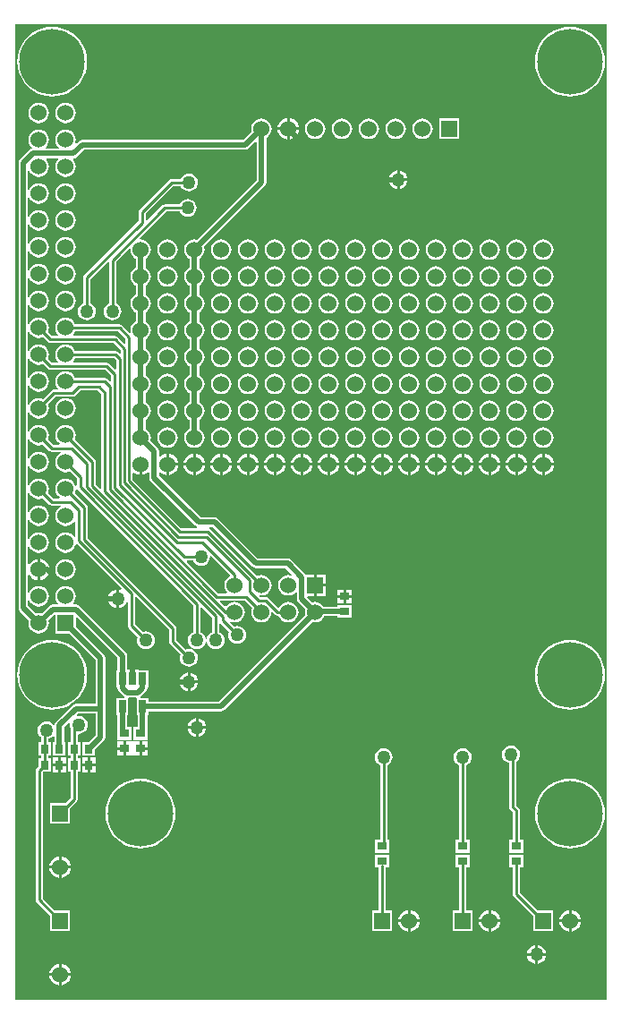
<source format=gtl>
%FSLAX25Y25*%
%MOIN*%
G70*
G01*
G75*
G04 Layer_Physical_Order=1*
G04 Layer_Color=255*
%ADD10R,0.02717X0.04724*%
%ADD11R,0.03543X0.03150*%
%ADD12R,0.03150X0.03543*%
%ADD13C,0.01969*%
%ADD14C,0.01000*%
%ADD15R,0.06000X0.06000*%
%ADD16C,0.06000*%
%ADD17R,0.06000X0.06000*%
%ADD18C,0.05000*%
%ADD19C,0.24410*%
G36*
X-206800Y13829D02*
Y13800D01*
X13600D01*
Y-349147D01*
X13138Y-349338D01*
X13100Y-349300D01*
X-206800D01*
Y13800D01*
X-206850Y13850D01*
X-206800Y13829D01*
D02*
G37*
%LPC*%
G36*
X-6031Y-150500D02*
X-9500D01*
Y-153969D01*
X-8956Y-153897D01*
X-7983Y-153494D01*
X-7147Y-152853D01*
X-6506Y-152017D01*
X-6103Y-151044D01*
X-6031Y-150500D01*
D02*
G37*
G36*
X-10500D02*
X-13969D01*
X-13897Y-151044D01*
X-13494Y-152017D01*
X-12853Y-152853D01*
X-12017Y-153494D01*
X-11044Y-153897D01*
X-10500Y-153969D01*
Y-150500D01*
D02*
G37*
G36*
X-140500Y-146031D02*
X-141044Y-146103D01*
X-142017Y-146506D01*
X-142853Y-147147D01*
X-143494Y-147983D01*
X-143897Y-148956D01*
X-143969Y-149500D01*
X-140500D01*
Y-146031D01*
D02*
G37*
G36*
X-149500D02*
Y-149500D01*
X-146031D01*
X-146103Y-148956D01*
X-146506Y-147983D01*
X-147147Y-147147D01*
X-147983Y-146506D01*
X-148956Y-146103D01*
X-149500Y-146031D01*
D02*
G37*
G36*
X-26031Y-150500D02*
X-29500D01*
Y-153969D01*
X-28956Y-153897D01*
X-27983Y-153494D01*
X-27147Y-152853D01*
X-26506Y-152017D01*
X-26103Y-151044D01*
X-26031Y-150500D01*
D02*
G37*
G36*
X-30500D02*
X-33969D01*
X-33897Y-151044D01*
X-33494Y-152017D01*
X-32853Y-152853D01*
X-32017Y-153494D01*
X-31044Y-153897D01*
X-30500Y-153969D01*
Y-150500D01*
D02*
G37*
G36*
X-16031D02*
X-19500D01*
Y-153969D01*
X-18956Y-153897D01*
X-17983Y-153494D01*
X-17147Y-152853D01*
X-16506Y-152017D01*
X-16103Y-151044D01*
X-16031Y-150500D01*
D02*
G37*
G36*
X-20500D02*
X-23969D01*
X-23897Y-151044D01*
X-23494Y-152017D01*
X-22853Y-152853D01*
X-22017Y-153494D01*
X-21044Y-153897D01*
X-20500Y-153969D01*
Y-150500D01*
D02*
G37*
G36*
X-110500Y-146031D02*
X-111044Y-146103D01*
X-112017Y-146506D01*
X-112853Y-147147D01*
X-113494Y-147983D01*
X-113897Y-148956D01*
X-113969Y-149500D01*
X-110500D01*
Y-146031D01*
D02*
G37*
G36*
X-119500D02*
Y-149500D01*
X-116031D01*
X-116103Y-148956D01*
X-116506Y-147983D01*
X-117147Y-147147D01*
X-117983Y-146506D01*
X-118956Y-146103D01*
X-119500Y-146031D01*
D02*
G37*
G36*
X-100500D02*
X-101044Y-146103D01*
X-102017Y-146506D01*
X-102853Y-147147D01*
X-103494Y-147983D01*
X-103897Y-148956D01*
X-103969Y-149500D01*
X-100500D01*
Y-146031D01*
D02*
G37*
G36*
X-109500D02*
Y-149500D01*
X-106031D01*
X-106103Y-148956D01*
X-106506Y-147983D01*
X-107147Y-147147D01*
X-107983Y-146506D01*
X-108956Y-146103D01*
X-109500Y-146031D01*
D02*
G37*
G36*
X-130500D02*
X-131044Y-146103D01*
X-132017Y-146506D01*
X-132853Y-147147D01*
X-133494Y-147983D01*
X-133897Y-148956D01*
X-133969Y-149500D01*
X-130500D01*
Y-146031D01*
D02*
G37*
G36*
X-139500D02*
Y-149500D01*
X-136031D01*
X-136103Y-148956D01*
X-136506Y-147983D01*
X-137147Y-147147D01*
X-137983Y-146506D01*
X-138956Y-146103D01*
X-139500Y-146031D01*
D02*
G37*
G36*
X-120500D02*
X-121044Y-146103D01*
X-122017Y-146506D01*
X-122853Y-147147D01*
X-123494Y-147983D01*
X-123897Y-148956D01*
X-123969Y-149500D01*
X-120500D01*
Y-146031D01*
D02*
G37*
G36*
X-129500D02*
Y-149500D01*
X-126031D01*
X-126103Y-148956D01*
X-126506Y-147983D01*
X-127147Y-147147D01*
X-127983Y-146506D01*
X-128956Y-146103D01*
X-129500Y-146031D01*
D02*
G37*
G36*
X-86031Y-150500D02*
X-89500D01*
Y-153969D01*
X-88956Y-153897D01*
X-87983Y-153494D01*
X-87147Y-152853D01*
X-86506Y-152017D01*
X-86103Y-151044D01*
X-86031Y-150500D01*
D02*
G37*
G36*
X-90500D02*
X-93969D01*
X-93897Y-151044D01*
X-93494Y-152017D01*
X-92853Y-152853D01*
X-92017Y-153494D01*
X-91044Y-153897D01*
X-90500Y-153969D01*
Y-150500D01*
D02*
G37*
G36*
X-76031D02*
X-79500D01*
Y-153969D01*
X-78956Y-153897D01*
X-77983Y-153494D01*
X-77147Y-152853D01*
X-76506Y-152017D01*
X-76103Y-151044D01*
X-76031Y-150500D01*
D02*
G37*
G36*
X-80500D02*
X-83969D01*
X-83897Y-151044D01*
X-83494Y-152017D01*
X-82853Y-152853D01*
X-82017Y-153494D01*
X-81044Y-153897D01*
X-80500Y-153969D01*
Y-150500D01*
D02*
G37*
G36*
X-106031D02*
X-109500D01*
Y-153969D01*
X-108956Y-153897D01*
X-107983Y-153494D01*
X-107147Y-152853D01*
X-106506Y-152017D01*
X-106103Y-151044D01*
X-106031Y-150500D01*
D02*
G37*
G36*
X-110500D02*
X-113969D01*
X-113897Y-151044D01*
X-113494Y-152017D01*
X-112853Y-152853D01*
X-112017Y-153494D01*
X-111044Y-153897D01*
X-110500Y-153969D01*
Y-150500D01*
D02*
G37*
G36*
X-96031D02*
X-99500D01*
Y-153969D01*
X-98956Y-153897D01*
X-97983Y-153494D01*
X-97147Y-152853D01*
X-96506Y-152017D01*
X-96103Y-151044D01*
X-96031Y-150500D01*
D02*
G37*
G36*
X-100500D02*
X-103969D01*
X-103897Y-151044D01*
X-103494Y-152017D01*
X-102853Y-152853D01*
X-102017Y-153494D01*
X-101044Y-153897D01*
X-100500Y-153969D01*
Y-150500D01*
D02*
G37*
G36*
X-46031D02*
X-49500D01*
Y-153969D01*
X-48956Y-153897D01*
X-47983Y-153494D01*
X-47147Y-152853D01*
X-46506Y-152017D01*
X-46103Y-151044D01*
X-46031Y-150500D01*
D02*
G37*
G36*
X-50500D02*
X-53969D01*
X-53897Y-151044D01*
X-53494Y-152017D01*
X-52853Y-152853D01*
X-52017Y-153494D01*
X-51044Y-153897D01*
X-50500Y-153969D01*
Y-150500D01*
D02*
G37*
G36*
X-36031D02*
X-39500D01*
Y-153969D01*
X-38956Y-153897D01*
X-37983Y-153494D01*
X-37147Y-152853D01*
X-36506Y-152017D01*
X-36103Y-151044D01*
X-36031Y-150500D01*
D02*
G37*
G36*
X-40500D02*
X-43969D01*
X-43897Y-151044D01*
X-43494Y-152017D01*
X-42853Y-152853D01*
X-42017Y-153494D01*
X-41044Y-153897D01*
X-40500Y-153969D01*
Y-150500D01*
D02*
G37*
G36*
X-66031D02*
X-69500D01*
Y-153969D01*
X-68956Y-153897D01*
X-67983Y-153494D01*
X-67147Y-152853D01*
X-66506Y-152017D01*
X-66103Y-151044D01*
X-66031Y-150500D01*
D02*
G37*
G36*
X-70500D02*
X-73969D01*
X-73897Y-151044D01*
X-73494Y-152017D01*
X-72853Y-152853D01*
X-72017Y-153494D01*
X-71044Y-153897D01*
X-70500Y-153969D01*
Y-150500D01*
D02*
G37*
G36*
X-56031D02*
X-59500D01*
Y-153969D01*
X-58956Y-153897D01*
X-57983Y-153494D01*
X-57147Y-152853D01*
X-56506Y-152017D01*
X-56103Y-151044D01*
X-56031Y-150500D01*
D02*
G37*
G36*
X-60500D02*
X-63969D01*
X-63897Y-151044D01*
X-63494Y-152017D01*
X-62853Y-152853D01*
X-62017Y-153494D01*
X-61044Y-153897D01*
X-60500Y-153969D01*
Y-150500D01*
D02*
G37*
G36*
X-120000Y-136180D02*
X-120989Y-136310D01*
X-121910Y-136692D01*
X-122701Y-137299D01*
X-123308Y-138090D01*
X-123690Y-139011D01*
X-123820Y-140000D01*
X-123690Y-140989D01*
X-123308Y-141910D01*
X-122701Y-142701D01*
X-121910Y-143308D01*
X-120989Y-143690D01*
X-120000Y-143820D01*
X-119011Y-143690D01*
X-118090Y-143308D01*
X-117299Y-142701D01*
X-116692Y-141910D01*
X-116310Y-140989D01*
X-116180Y-140000D01*
X-116310Y-139011D01*
X-116692Y-138090D01*
X-117299Y-137299D01*
X-118090Y-136692D01*
X-119011Y-136310D01*
X-120000Y-136180D01*
D02*
G37*
G36*
X-130000D02*
X-130989Y-136310D01*
X-131910Y-136692D01*
X-132701Y-137299D01*
X-133308Y-138090D01*
X-133690Y-139011D01*
X-133820Y-140000D01*
X-133690Y-140989D01*
X-133308Y-141910D01*
X-132701Y-142701D01*
X-131910Y-143308D01*
X-130989Y-143690D01*
X-130000Y-143820D01*
X-129011Y-143690D01*
X-128090Y-143308D01*
X-127299Y-142701D01*
X-126692Y-141910D01*
X-126310Y-140989D01*
X-126180Y-140000D01*
X-126310Y-139011D01*
X-126692Y-138090D01*
X-127299Y-137299D01*
X-128090Y-136692D01*
X-129011Y-136310D01*
X-130000Y-136180D01*
D02*
G37*
G36*
X-100000D02*
X-100989Y-136310D01*
X-101910Y-136692D01*
X-102701Y-137299D01*
X-103308Y-138090D01*
X-103690Y-139011D01*
X-103820Y-140000D01*
X-103690Y-140989D01*
X-103308Y-141910D01*
X-102701Y-142701D01*
X-101910Y-143308D01*
X-100989Y-143690D01*
X-100000Y-143820D01*
X-99011Y-143690D01*
X-98090Y-143308D01*
X-97299Y-142701D01*
X-96692Y-141910D01*
X-96310Y-140989D01*
X-96180Y-140000D01*
X-96310Y-139011D01*
X-96692Y-138090D01*
X-97299Y-137299D01*
X-98090Y-136692D01*
X-99011Y-136310D01*
X-100000Y-136180D01*
D02*
G37*
G36*
X-110000D02*
X-110989Y-136310D01*
X-111910Y-136692D01*
X-112701Y-137299D01*
X-113308Y-138090D01*
X-113690Y-139011D01*
X-113820Y-140000D01*
X-113690Y-140989D01*
X-113308Y-141910D01*
X-112701Y-142701D01*
X-111910Y-143308D01*
X-110989Y-143690D01*
X-110000Y-143820D01*
X-109011Y-143690D01*
X-108090Y-143308D01*
X-107299Y-142701D01*
X-106692Y-141910D01*
X-106310Y-140989D01*
X-106180Y-140000D01*
X-106310Y-139011D01*
X-106692Y-138090D01*
X-107299Y-137299D01*
X-108090Y-136692D01*
X-109011Y-136310D01*
X-110000Y-136180D01*
D02*
G37*
G36*
X-10500Y-146031D02*
X-11044Y-146103D01*
X-12017Y-146506D01*
X-12853Y-147147D01*
X-13494Y-147983D01*
X-13897Y-148956D01*
X-13969Y-149500D01*
X-10500D01*
Y-146031D01*
D02*
G37*
G36*
X-19500D02*
Y-149500D01*
X-16031D01*
X-16103Y-148956D01*
X-16506Y-147983D01*
X-17147Y-147147D01*
X-17983Y-146506D01*
X-18956Y-146103D01*
X-19500Y-146031D01*
D02*
G37*
G36*
X-150000Y-136180D02*
X-150989Y-136310D01*
X-151910Y-136692D01*
X-152701Y-137299D01*
X-153308Y-138090D01*
X-153690Y-139011D01*
X-153820Y-140000D01*
X-153690Y-140989D01*
X-153308Y-141910D01*
X-152701Y-142701D01*
X-151910Y-143308D01*
X-150989Y-143690D01*
X-150000Y-143820D01*
X-149011Y-143690D01*
X-148090Y-143308D01*
X-147299Y-142701D01*
X-146692Y-141910D01*
X-146310Y-140989D01*
X-146180Y-140000D01*
X-146310Y-139011D01*
X-146692Y-138090D01*
X-147299Y-137299D01*
X-148090Y-136692D01*
X-149011Y-136310D01*
X-150000Y-136180D01*
D02*
G37*
G36*
X-9500Y-146031D02*
Y-149500D01*
X-6031D01*
X-6103Y-148956D01*
X-6506Y-147983D01*
X-7147Y-147147D01*
X-7983Y-146506D01*
X-8956Y-146103D01*
X-9500Y-146031D01*
D02*
G37*
G36*
X-40000Y-136180D02*
X-40989Y-136310D01*
X-41910Y-136692D01*
X-42701Y-137299D01*
X-43308Y-138090D01*
X-43690Y-139011D01*
X-43820Y-140000D01*
X-43690Y-140989D01*
X-43308Y-141910D01*
X-42701Y-142701D01*
X-41910Y-143308D01*
X-40989Y-143690D01*
X-40000Y-143820D01*
X-39011Y-143690D01*
X-38090Y-143308D01*
X-37299Y-142701D01*
X-36692Y-141910D01*
X-36310Y-140989D01*
X-36180Y-140000D01*
X-36310Y-139011D01*
X-36692Y-138090D01*
X-37299Y-137299D01*
X-38090Y-136692D01*
X-39011Y-136310D01*
X-40000Y-136180D01*
D02*
G37*
G36*
X-50000D02*
X-50989Y-136310D01*
X-51910Y-136692D01*
X-52701Y-137299D01*
X-53308Y-138090D01*
X-53690Y-139011D01*
X-53820Y-140000D01*
X-53690Y-140989D01*
X-53308Y-141910D01*
X-52701Y-142701D01*
X-51910Y-143308D01*
X-50989Y-143690D01*
X-50000Y-143820D01*
X-49011Y-143690D01*
X-48090Y-143308D01*
X-47299Y-142701D01*
X-46692Y-141910D01*
X-46310Y-140989D01*
X-46180Y-140000D01*
X-46310Y-139011D01*
X-46692Y-138090D01*
X-47299Y-137299D01*
X-48090Y-136692D01*
X-49011Y-136310D01*
X-50000Y-136180D01*
D02*
G37*
G36*
X-20000D02*
X-20989Y-136310D01*
X-21910Y-136692D01*
X-22701Y-137299D01*
X-23308Y-138090D01*
X-23690Y-139011D01*
X-23820Y-140000D01*
X-23690Y-140989D01*
X-23308Y-141910D01*
X-22701Y-142701D01*
X-21910Y-143308D01*
X-20989Y-143690D01*
X-20000Y-143820D01*
X-19011Y-143690D01*
X-18090Y-143308D01*
X-17299Y-142701D01*
X-16692Y-141910D01*
X-16310Y-140989D01*
X-16180Y-140000D01*
X-16310Y-139011D01*
X-16692Y-138090D01*
X-17299Y-137299D01*
X-18090Y-136692D01*
X-19011Y-136310D01*
X-20000Y-136180D01*
D02*
G37*
G36*
X-30000D02*
X-30989Y-136310D01*
X-31910Y-136692D01*
X-32701Y-137299D01*
X-33308Y-138090D01*
X-33690Y-139011D01*
X-33820Y-140000D01*
X-33690Y-140989D01*
X-33308Y-141910D01*
X-32701Y-142701D01*
X-31910Y-143308D01*
X-30989Y-143690D01*
X-30000Y-143820D01*
X-29011Y-143690D01*
X-28090Y-143308D01*
X-27299Y-142701D01*
X-26692Y-141910D01*
X-26310Y-140989D01*
X-26180Y-140000D01*
X-26310Y-139011D01*
X-26692Y-138090D01*
X-27299Y-137299D01*
X-28090Y-136692D01*
X-29011Y-136310D01*
X-30000Y-136180D01*
D02*
G37*
G36*
X-80000D02*
X-80989Y-136310D01*
X-81910Y-136692D01*
X-82701Y-137299D01*
X-83308Y-138090D01*
X-83690Y-139011D01*
X-83820Y-140000D01*
X-83690Y-140989D01*
X-83308Y-141910D01*
X-82701Y-142701D01*
X-81910Y-143308D01*
X-80989Y-143690D01*
X-80000Y-143820D01*
X-79011Y-143690D01*
X-78090Y-143308D01*
X-77299Y-142701D01*
X-76692Y-141910D01*
X-76310Y-140989D01*
X-76180Y-140000D01*
X-76310Y-139011D01*
X-76692Y-138090D01*
X-77299Y-137299D01*
X-78090Y-136692D01*
X-79011Y-136310D01*
X-80000Y-136180D01*
D02*
G37*
G36*
X-90000D02*
X-90989Y-136310D01*
X-91910Y-136692D01*
X-92701Y-137299D01*
X-93308Y-138090D01*
X-93690Y-139011D01*
X-93820Y-140000D01*
X-93690Y-140989D01*
X-93308Y-141910D01*
X-92701Y-142701D01*
X-91910Y-143308D01*
X-90989Y-143690D01*
X-90000Y-143820D01*
X-89011Y-143690D01*
X-88090Y-143308D01*
X-87299Y-142701D01*
X-86692Y-141910D01*
X-86310Y-140989D01*
X-86180Y-140000D01*
X-86310Y-139011D01*
X-86692Y-138090D01*
X-87299Y-137299D01*
X-88090Y-136692D01*
X-89011Y-136310D01*
X-90000Y-136180D01*
D02*
G37*
G36*
X-60000D02*
X-60989Y-136310D01*
X-61910Y-136692D01*
X-62701Y-137299D01*
X-63308Y-138090D01*
X-63690Y-139011D01*
X-63820Y-140000D01*
X-63690Y-140989D01*
X-63308Y-141910D01*
X-62701Y-142701D01*
X-61910Y-143308D01*
X-60989Y-143690D01*
X-60000Y-143820D01*
X-59011Y-143690D01*
X-58090Y-143308D01*
X-57299Y-142701D01*
X-56692Y-141910D01*
X-56310Y-140989D01*
X-56180Y-140000D01*
X-56310Y-139011D01*
X-56692Y-138090D01*
X-57299Y-137299D01*
X-58090Y-136692D01*
X-59011Y-136310D01*
X-60000Y-136180D01*
D02*
G37*
G36*
X-70000D02*
X-70989Y-136310D01*
X-71910Y-136692D01*
X-72701Y-137299D01*
X-73308Y-138090D01*
X-73690Y-139011D01*
X-73820Y-140000D01*
X-73690Y-140989D01*
X-73308Y-141910D01*
X-72701Y-142701D01*
X-71910Y-143308D01*
X-70989Y-143690D01*
X-70000Y-143820D01*
X-69011Y-143690D01*
X-68090Y-143308D01*
X-67299Y-142701D01*
X-66692Y-141910D01*
X-66310Y-140989D01*
X-66180Y-140000D01*
X-66310Y-139011D01*
X-66692Y-138090D01*
X-67299Y-137299D01*
X-68090Y-136692D01*
X-69011Y-136310D01*
X-70000Y-136180D01*
D02*
G37*
G36*
X-70500Y-146031D02*
X-71044Y-146103D01*
X-72017Y-146506D01*
X-72853Y-147147D01*
X-73494Y-147983D01*
X-73897Y-148956D01*
X-73969Y-149500D01*
X-70500D01*
Y-146031D01*
D02*
G37*
G36*
X-79500D02*
Y-149500D01*
X-76031D01*
X-76103Y-148956D01*
X-76506Y-147983D01*
X-77147Y-147147D01*
X-77983Y-146506D01*
X-78956Y-146103D01*
X-79500Y-146031D01*
D02*
G37*
G36*
X-60500D02*
X-61044Y-146103D01*
X-62017Y-146506D01*
X-62853Y-147147D01*
X-63494Y-147983D01*
X-63897Y-148956D01*
X-63969Y-149500D01*
X-60500D01*
Y-146031D01*
D02*
G37*
G36*
X-69500D02*
Y-149500D01*
X-66031D01*
X-66103Y-148956D01*
X-66506Y-147983D01*
X-67147Y-147147D01*
X-67983Y-146506D01*
X-68956Y-146103D01*
X-69500Y-146031D01*
D02*
G37*
G36*
X-90500D02*
X-91044Y-146103D01*
X-92017Y-146506D01*
X-92853Y-147147D01*
X-93494Y-147983D01*
X-93897Y-148956D01*
X-93969Y-149500D01*
X-90500D01*
Y-146031D01*
D02*
G37*
G36*
X-99500D02*
Y-149500D01*
X-96031D01*
X-96103Y-148956D01*
X-96506Y-147983D01*
X-97147Y-147147D01*
X-97983Y-146506D01*
X-98956Y-146103D01*
X-99500Y-146031D01*
D02*
G37*
G36*
X-80500D02*
X-81044Y-146103D01*
X-82017Y-146506D01*
X-82853Y-147147D01*
X-83494Y-147983D01*
X-83897Y-148956D01*
X-83969Y-149500D01*
X-80500D01*
Y-146031D01*
D02*
G37*
G36*
X-89500D02*
Y-149500D01*
X-86031D01*
X-86103Y-148956D01*
X-86506Y-147983D01*
X-87147Y-147147D01*
X-87983Y-146506D01*
X-88956Y-146103D01*
X-89500Y-146031D01*
D02*
G37*
G36*
X-30500D02*
X-31044Y-146103D01*
X-32017Y-146506D01*
X-32853Y-147147D01*
X-33494Y-147983D01*
X-33897Y-148956D01*
X-33969Y-149500D01*
X-30500D01*
Y-146031D01*
D02*
G37*
G36*
X-39500D02*
Y-149500D01*
X-36031D01*
X-36103Y-148956D01*
X-36506Y-147983D01*
X-37147Y-147147D01*
X-37983Y-146506D01*
X-38956Y-146103D01*
X-39500Y-146031D01*
D02*
G37*
G36*
X-20500D02*
X-21044Y-146103D01*
X-22017Y-146506D01*
X-22853Y-147147D01*
X-23494Y-147983D01*
X-23897Y-148956D01*
X-23969Y-149500D01*
X-20500D01*
Y-146031D01*
D02*
G37*
G36*
X-29500D02*
Y-149500D01*
X-26031D01*
X-26103Y-148956D01*
X-26506Y-147983D01*
X-27147Y-147147D01*
X-27983Y-146506D01*
X-28956Y-146103D01*
X-29500Y-146031D01*
D02*
G37*
G36*
X-50500D02*
X-51044Y-146103D01*
X-52017Y-146506D01*
X-52853Y-147147D01*
X-53494Y-147983D01*
X-53897Y-148956D01*
X-53969Y-149500D01*
X-50500D01*
Y-146031D01*
D02*
G37*
G36*
X-59500D02*
Y-149500D01*
X-56031D01*
X-56103Y-148956D01*
X-56506Y-147983D01*
X-57147Y-147147D01*
X-57983Y-146506D01*
X-58956Y-146103D01*
X-59500Y-146031D01*
D02*
G37*
G36*
X-40500D02*
X-41044Y-146103D01*
X-42017Y-146506D01*
X-42853Y-147147D01*
X-43494Y-147983D01*
X-43897Y-148956D01*
X-43969Y-149500D01*
X-40500D01*
Y-146031D01*
D02*
G37*
G36*
X-49500D02*
Y-149500D01*
X-46031D01*
X-46103Y-148956D01*
X-46506Y-147983D01*
X-47147Y-147147D01*
X-47983Y-146506D01*
X-48956Y-146103D01*
X-49500Y-146031D01*
D02*
G37*
G36*
X-500Y-316031D02*
X-1044Y-316103D01*
X-2017Y-316506D01*
X-2853Y-317147D01*
X-3494Y-317983D01*
X-3897Y-318956D01*
X-3969Y-319500D01*
X-500D01*
Y-316031D01*
D02*
G37*
G36*
X-29500D02*
Y-319500D01*
X-26031D01*
X-26103Y-318956D01*
X-26506Y-317983D01*
X-27147Y-317147D01*
X-27983Y-316506D01*
X-28956Y-316103D01*
X-29500Y-316031D01*
D02*
G37*
G36*
X-190500Y-300500D02*
X-193969D01*
X-193897Y-301044D01*
X-193494Y-302017D01*
X-192853Y-302853D01*
X-192017Y-303494D01*
X-191044Y-303897D01*
X-190500Y-303969D01*
Y-300500D01*
D02*
G37*
G36*
X500Y-316031D02*
Y-319500D01*
X3969D01*
X3897Y-318956D01*
X3494Y-317983D01*
X2853Y-317147D01*
X2017Y-316506D01*
X1044Y-316103D01*
X500Y-316031D01*
D02*
G37*
G36*
X-60500D02*
X-61044Y-316103D01*
X-62017Y-316506D01*
X-62853Y-317147D01*
X-63494Y-317983D01*
X-63897Y-318956D01*
X-63969Y-319500D01*
X-60500D01*
Y-316031D01*
D02*
G37*
G36*
X-17441Y-295394D02*
X-22559D01*
Y-300118D01*
X-21313D01*
Y-310000D01*
X-21213Y-310502D01*
X-20928Y-310928D01*
X-20928D01*
Y-310928D01*
X-13787Y-318069D01*
Y-323787D01*
X-6213D01*
Y-316213D01*
X-11931D01*
X-18687Y-309456D01*
Y-300118D01*
X-17441D01*
Y-295394D01*
D02*
G37*
G36*
X-30500Y-316031D02*
X-31044Y-316103D01*
X-32017Y-316506D01*
X-32853Y-317147D01*
X-33494Y-317983D01*
X-33897Y-318956D01*
X-33969Y-319500D01*
X-30500D01*
Y-316031D01*
D02*
G37*
G36*
X-59500D02*
Y-319500D01*
X-56031D01*
X-56103Y-318956D01*
X-56506Y-317983D01*
X-57147Y-317147D01*
X-57983Y-316506D01*
X-58956Y-316103D01*
X-59500Y-316031D01*
D02*
G37*
G36*
X-22000Y-254684D02*
X-22858Y-254797D01*
X-23658Y-255129D01*
X-24345Y-255655D01*
X-24871Y-256342D01*
X-25203Y-257142D01*
X-25316Y-258000D01*
X-25203Y-258858D01*
X-24871Y-259658D01*
X-24345Y-260345D01*
X-23658Y-260872D01*
X-22858Y-261203D01*
X-22813Y-261209D01*
Y-277500D01*
X-22713Y-278002D01*
X-22428Y-278428D01*
X-21313Y-279544D01*
Y-289882D01*
X-22559D01*
Y-294606D01*
X-17441D01*
Y-289882D01*
X-18687D01*
Y-279000D01*
X-18787Y-278498D01*
X-18901Y-278327D01*
X-19072Y-278072D01*
X-20187Y-276956D01*
Y-260753D01*
X-19655Y-260345D01*
X-19128Y-259658D01*
X-18797Y-258858D01*
X-18684Y-258000D01*
X-18797Y-257142D01*
X-19128Y-256342D01*
X-19655Y-255655D01*
X-20342Y-255129D01*
X-21142Y-254797D01*
X-22000Y-254684D01*
D02*
G37*
G36*
X-40000Y-255684D02*
X-40858Y-255797D01*
X-41658Y-256129D01*
X-42345Y-256655D01*
X-42871Y-257342D01*
X-43203Y-258142D01*
X-43316Y-259000D01*
X-43203Y-259858D01*
X-42871Y-260658D01*
X-42345Y-261345D01*
X-41658Y-261872D01*
X-41313Y-262015D01*
Y-289882D01*
X-42559D01*
Y-294606D01*
X-37441D01*
Y-289882D01*
X-38687D01*
Y-262015D01*
X-38342Y-261872D01*
X-37655Y-261345D01*
X-37128Y-260658D01*
X-36797Y-259858D01*
X-36684Y-259000D01*
X-36797Y-258142D01*
X-37128Y-257342D01*
X-37655Y-256655D01*
X-38342Y-256129D01*
X-39142Y-255797D01*
X-40000Y-255684D01*
D02*
G37*
G36*
X0Y-266968D02*
X-2039Y-267128D01*
X-4027Y-267606D01*
X-5917Y-268388D01*
X-7660Y-269457D01*
X-9215Y-270785D01*
X-10543Y-272340D01*
X-11612Y-274083D01*
X-12394Y-275973D01*
X-12872Y-277961D01*
X-13032Y-280000D01*
X-12872Y-282039D01*
X-12394Y-284027D01*
X-11612Y-285916D01*
X-10543Y-287660D01*
X-9215Y-289215D01*
X-7660Y-290543D01*
X-5917Y-291612D01*
X-4027Y-292394D01*
X-2039Y-292872D01*
X0Y-293032D01*
X2039Y-292872D01*
X4027Y-292394D01*
X5917Y-291612D01*
X7660Y-290543D01*
X9215Y-289215D01*
X10543Y-287660D01*
X11612Y-285916D01*
X12394Y-284027D01*
X12872Y-282039D01*
X13032Y-280000D01*
X12872Y-277961D01*
X12394Y-275973D01*
X11612Y-274083D01*
X10543Y-272340D01*
X9215Y-270785D01*
X7660Y-269457D01*
X5917Y-268388D01*
X4027Y-267606D01*
X2039Y-267128D01*
X0Y-266968D01*
D02*
G37*
G36*
X-160000D02*
X-162039Y-267128D01*
X-164027Y-267606D01*
X-165917Y-268388D01*
X-167660Y-269457D01*
X-169215Y-270785D01*
X-170543Y-272340D01*
X-171612Y-274083D01*
X-172394Y-275973D01*
X-172872Y-277961D01*
X-173032Y-280000D01*
X-172872Y-282039D01*
X-172394Y-284027D01*
X-171612Y-285916D01*
X-170543Y-287660D01*
X-169215Y-289215D01*
X-167660Y-290543D01*
X-165917Y-291612D01*
X-164027Y-292394D01*
X-162039Y-292872D01*
X-160000Y-293032D01*
X-157961Y-292872D01*
X-155973Y-292394D01*
X-154084Y-291612D01*
X-152340Y-290543D01*
X-150785Y-289215D01*
X-149457Y-287660D01*
X-148388Y-285916D01*
X-147606Y-284027D01*
X-147128Y-282039D01*
X-146968Y-280000D01*
X-147128Y-277961D01*
X-147606Y-275973D01*
X-148388Y-274083D01*
X-149457Y-272340D01*
X-150785Y-270785D01*
X-152340Y-269457D01*
X-154084Y-268388D01*
X-155973Y-267606D01*
X-157961Y-267128D01*
X-160000Y-266968D01*
D02*
G37*
G36*
X-190500Y-296031D02*
X-191044Y-296103D01*
X-192017Y-296506D01*
X-192853Y-297147D01*
X-193494Y-297983D01*
X-193897Y-298956D01*
X-193969Y-299500D01*
X-190500D01*
Y-296031D01*
D02*
G37*
G36*
X-186031Y-300500D02*
X-189500D01*
Y-303969D01*
X-188956Y-303897D01*
X-187983Y-303494D01*
X-187147Y-302853D01*
X-186506Y-302017D01*
X-186103Y-301044D01*
X-186031Y-300500D01*
D02*
G37*
G36*
X-69500Y-255684D02*
X-70358Y-255797D01*
X-71158Y-256129D01*
X-71845Y-256655D01*
X-72372Y-257342D01*
X-72703Y-258142D01*
X-72816Y-259000D01*
X-72703Y-259858D01*
X-72372Y-260658D01*
X-71845Y-261345D01*
X-71158Y-261872D01*
X-70813Y-262015D01*
Y-289882D01*
X-72559D01*
Y-294606D01*
X-67441D01*
Y-289882D01*
X-68187D01*
Y-262015D01*
X-67842Y-261872D01*
X-67155Y-261345D01*
X-66628Y-260658D01*
X-66297Y-259858D01*
X-66184Y-259000D01*
X-66297Y-258142D01*
X-66628Y-257342D01*
X-67155Y-256655D01*
X-67842Y-256129D01*
X-68642Y-255797D01*
X-69500Y-255684D01*
D02*
G37*
G36*
X-189500Y-296031D02*
Y-299500D01*
X-186031D01*
X-186103Y-298956D01*
X-186506Y-297983D01*
X-187147Y-297147D01*
X-187983Y-296506D01*
X-188956Y-296103D01*
X-189500Y-296031D01*
D02*
G37*
G36*
X-9036Y-333000D02*
X-12000D01*
Y-335964D01*
X-11586Y-335910D01*
X-10735Y-335557D01*
X-10004Y-334996D01*
X-9443Y-334265D01*
X-9090Y-333414D01*
X-9036Y-333000D01*
D02*
G37*
G36*
X-13000D02*
X-15964D01*
X-15910Y-333414D01*
X-15557Y-334265D01*
X-14996Y-334996D01*
X-14265Y-335557D01*
X-13414Y-335910D01*
X-13000Y-335964D01*
Y-333000D01*
D02*
G37*
G36*
X-12000Y-329036D02*
Y-332000D01*
X-9036D01*
X-9090Y-331586D01*
X-9443Y-330735D01*
X-10004Y-330004D01*
X-10735Y-329443D01*
X-11586Y-329090D01*
X-12000Y-329036D01*
D02*
G37*
G36*
X-13000D02*
X-13414Y-329090D01*
X-14265Y-329443D01*
X-14996Y-330004D01*
X-15557Y-330735D01*
X-15910Y-331586D01*
X-15964Y-332000D01*
X-13000D01*
Y-329036D01*
D02*
G37*
G36*
X-186031Y-340500D02*
X-189500D01*
Y-343969D01*
X-188956Y-343897D01*
X-187983Y-343494D01*
X-187147Y-342853D01*
X-186506Y-342017D01*
X-186103Y-341044D01*
X-186031Y-340500D01*
D02*
G37*
G36*
X-190500D02*
X-193969D01*
X-193897Y-341044D01*
X-193494Y-342017D01*
X-192853Y-342853D01*
X-192017Y-343494D01*
X-191044Y-343897D01*
X-190500Y-343969D01*
Y-340500D01*
D02*
G37*
G36*
X-189500Y-336031D02*
Y-339500D01*
X-186031D01*
X-186103Y-338956D01*
X-186506Y-337983D01*
X-187147Y-337147D01*
X-187983Y-336506D01*
X-188956Y-336103D01*
X-189500Y-336031D01*
D02*
G37*
G36*
X-190500D02*
X-191044Y-336103D01*
X-192017Y-336506D01*
X-192853Y-337147D01*
X-193494Y-337983D01*
X-193897Y-338956D01*
X-193969Y-339500D01*
X-190500D01*
Y-336031D01*
D02*
G37*
G36*
X3969Y-320500D02*
X500D01*
Y-323969D01*
X1044Y-323897D01*
X2017Y-323494D01*
X2853Y-322853D01*
X3494Y-322017D01*
X3897Y-321044D01*
X3969Y-320500D01*
D02*
G37*
G36*
X-500D02*
X-3969D01*
X-3897Y-321044D01*
X-3494Y-322017D01*
X-2853Y-322853D01*
X-2017Y-323494D01*
X-1044Y-323897D01*
X-500Y-323969D01*
Y-320500D01*
D02*
G37*
G36*
X-37441Y-295394D02*
X-42559D01*
Y-300118D01*
X-41313D01*
Y-316213D01*
X-43787D01*
Y-323787D01*
X-36213D01*
Y-316213D01*
X-38687D01*
Y-300118D01*
X-37441D01*
Y-295394D01*
D02*
G37*
G36*
X-67441D02*
X-72559D01*
Y-300118D01*
X-71313D01*
Y-316213D01*
X-73787D01*
Y-323787D01*
X-66213D01*
Y-316213D01*
X-68687D01*
Y-300118D01*
X-67441D01*
Y-295394D01*
D02*
G37*
G36*
X-56031Y-320500D02*
X-59500D01*
Y-323969D01*
X-58956Y-323897D01*
X-57983Y-323494D01*
X-57147Y-322853D01*
X-56506Y-322017D01*
X-56103Y-321044D01*
X-56031Y-320500D01*
D02*
G37*
G36*
X-60500D02*
X-63969D01*
X-63897Y-321044D01*
X-63494Y-322017D01*
X-62853Y-322853D01*
X-62017Y-323494D01*
X-61044Y-323897D01*
X-60500Y-323969D01*
Y-320500D01*
D02*
G37*
G36*
X-26031D02*
X-29500D01*
Y-323969D01*
X-28956Y-323897D01*
X-27983Y-323494D01*
X-27147Y-322853D01*
X-26506Y-322017D01*
X-26103Y-321044D01*
X-26031Y-320500D01*
D02*
G37*
G36*
X-30500D02*
X-33969D01*
X-33897Y-321044D01*
X-33494Y-322017D01*
X-32853Y-322853D01*
X-32017Y-323494D01*
X-31044Y-323897D01*
X-30500Y-323969D01*
Y-320500D01*
D02*
G37*
G36*
X-91000Y-195500D02*
X-94500D01*
Y-199000D01*
X-91000D01*
Y-195500D01*
D02*
G37*
G36*
X-81228Y-199744D02*
X-83500D01*
Y-201819D01*
X-81228D01*
Y-199744D01*
D02*
G37*
G36*
Y-196669D02*
X-83500D01*
Y-198744D01*
X-81228D01*
Y-196669D01*
D02*
G37*
G36*
X-84500D02*
X-86772D01*
Y-198744D01*
X-84500D01*
Y-196669D01*
D02*
G37*
G36*
X-192913Y-215314D02*
X-194952Y-215475D01*
X-196941Y-215952D01*
X-198830Y-216735D01*
X-200574Y-217803D01*
X-202129Y-219131D01*
X-203457Y-220686D01*
X-204525Y-222430D01*
X-205308Y-224319D01*
X-205785Y-226308D01*
X-205946Y-228346D01*
X-205785Y-230385D01*
X-205308Y-232374D01*
X-204525Y-234263D01*
X-203457Y-236007D01*
X-202129Y-237562D01*
X-200574Y-238890D01*
X-198830Y-239958D01*
X-196941Y-240741D01*
X-194952Y-241218D01*
X-192913Y-241379D01*
X-190875Y-241218D01*
X-188886Y-240741D01*
X-186997Y-239958D01*
X-185253Y-238890D01*
X-183698Y-237562D01*
X-182370Y-236007D01*
X-181301Y-234263D01*
X-180519Y-232374D01*
X-180042Y-230385D01*
X-179881Y-228346D01*
X-180042Y-226308D01*
X-180519Y-224319D01*
X-181301Y-222430D01*
X-182370Y-220686D01*
X-183698Y-219131D01*
X-185253Y-217803D01*
X-186997Y-216735D01*
X-188886Y-215952D01*
X-190875Y-215475D01*
X-192913Y-215314D01*
D02*
G37*
G36*
X-138500Y-244536D02*
Y-247500D01*
X-135536D01*
X-135590Y-247086D01*
X-135943Y-246235D01*
X-136504Y-245504D01*
X-137235Y-244943D01*
X-138086Y-244590D01*
X-138500Y-244536D01*
D02*
G37*
G36*
X-84500Y-199744D02*
X-86772D01*
Y-201819D01*
X-84500D01*
Y-199744D01*
D02*
G37*
G36*
X0Y-215314D02*
X-2039Y-215475D01*
X-4027Y-215952D01*
X-5917Y-216735D01*
X-7660Y-217803D01*
X-9215Y-219131D01*
X-10543Y-220686D01*
X-11612Y-222430D01*
X-12394Y-224319D01*
X-12872Y-226308D01*
X-13032Y-228346D01*
X-12872Y-230385D01*
X-12394Y-232374D01*
X-11612Y-234263D01*
X-10543Y-236007D01*
X-9215Y-237562D01*
X-7660Y-238890D01*
X-5917Y-239958D01*
X-4027Y-240741D01*
X-2039Y-241218D01*
X0Y-241379D01*
X2039Y-241218D01*
X4027Y-240741D01*
X5917Y-239958D01*
X7660Y-238890D01*
X9215Y-237562D01*
X10543Y-236007D01*
X11612Y-234263D01*
X12394Y-232374D01*
X12872Y-230385D01*
X13032Y-228346D01*
X12872Y-226308D01*
X12394Y-224319D01*
X11612Y-222430D01*
X10543Y-220686D01*
X9215Y-219131D01*
X7660Y-217803D01*
X5917Y-216735D01*
X4027Y-215952D01*
X2039Y-215475D01*
X0Y-215314D01*
D02*
G37*
G36*
X-126031Y-150500D02*
X-129500D01*
Y-153969D01*
X-128956Y-153897D01*
X-127983Y-153494D01*
X-127147Y-152853D01*
X-126506Y-152017D01*
X-126103Y-151044D01*
X-126031Y-150500D01*
D02*
G37*
G36*
X-130500D02*
X-133969D01*
X-133897Y-151044D01*
X-133494Y-152017D01*
X-132853Y-152853D01*
X-132017Y-153494D01*
X-131044Y-153897D01*
X-130500Y-153969D01*
Y-150500D01*
D02*
G37*
G36*
X-116031D02*
X-119500D01*
Y-153969D01*
X-118956Y-153897D01*
X-117983Y-153494D01*
X-117147Y-152853D01*
X-116506Y-152017D01*
X-116103Y-151044D01*
X-116031Y-150500D01*
D02*
G37*
G36*
X-120500D02*
X-123969D01*
X-123897Y-151044D01*
X-123494Y-152017D01*
X-122853Y-152853D01*
X-122017Y-153494D01*
X-121044Y-153897D01*
X-120500Y-153969D01*
Y-150500D01*
D02*
G37*
G36*
X-146031D02*
X-149500D01*
Y-153969D01*
X-148956Y-153897D01*
X-147983Y-153494D01*
X-147147Y-152853D01*
X-146506Y-152017D01*
X-146103Y-151044D01*
X-146031Y-150500D01*
D02*
G37*
G36*
X-91000Y-191000D02*
X-94500D01*
Y-194500D01*
X-91000D01*
Y-191000D01*
D02*
G37*
G36*
X-136031Y-150500D02*
X-139500D01*
Y-153969D01*
X-138956Y-153897D01*
X-137983Y-153494D01*
X-137147Y-152853D01*
X-136506Y-152017D01*
X-136103Y-151044D01*
X-136031Y-150500D01*
D02*
G37*
G36*
X-140500D02*
X-143969D01*
X-143897Y-151044D01*
X-143494Y-152017D01*
X-142853Y-152853D01*
X-142017Y-153494D01*
X-141044Y-153897D01*
X-140500Y-153969D01*
Y-150500D01*
D02*
G37*
G36*
X-187669Y-259228D02*
X-189744D01*
Y-261500D01*
X-187669D01*
Y-259228D01*
D02*
G37*
G36*
X-190744D02*
X-192819D01*
Y-261500D01*
X-190744D01*
Y-259228D01*
D02*
G37*
G36*
X-176669D02*
X-178744D01*
Y-261500D01*
X-176669D01*
Y-259228D01*
D02*
G37*
G36*
X-179744D02*
X-181819D01*
Y-261500D01*
X-179744D01*
Y-259228D01*
D02*
G37*
G36*
X-187669Y-262500D02*
X-189744D01*
Y-264772D01*
X-187669D01*
Y-262500D01*
D02*
G37*
G36*
X-190744D02*
X-192819D01*
Y-264772D01*
X-190744D01*
Y-262500D01*
D02*
G37*
G36*
X-176669D02*
X-178744D01*
Y-264772D01*
X-176669D01*
Y-262500D01*
D02*
G37*
G36*
X-179744D02*
X-181819D01*
Y-264772D01*
X-179744D01*
Y-262500D01*
D02*
G37*
G36*
X-139500Y-248500D02*
X-142464D01*
X-142410Y-248914D01*
X-142057Y-249765D01*
X-141496Y-250496D01*
X-140765Y-251057D01*
X-139914Y-251410D01*
X-139500Y-251464D01*
Y-248500D01*
D02*
G37*
G36*
X-157228Y-253181D02*
X-159500D01*
Y-255256D01*
X-157228D01*
Y-253181D01*
D02*
G37*
G36*
X-139500Y-244536D02*
X-139914Y-244590D01*
X-140765Y-244943D01*
X-141496Y-245504D01*
X-142057Y-246235D01*
X-142410Y-247086D01*
X-142464Y-247500D01*
X-139500D01*
Y-244536D01*
D02*
G37*
G36*
X-135536Y-248500D02*
X-138500D01*
Y-251464D01*
X-138086Y-251410D01*
X-137235Y-251057D01*
X-136504Y-250496D01*
X-135943Y-249765D01*
X-135590Y-248914D01*
X-135536Y-248500D01*
D02*
G37*
G36*
X-166500Y-256256D02*
X-168772D01*
Y-258331D01*
X-166500D01*
Y-256256D01*
D02*
G37*
G36*
X-162772Y-253181D02*
X-163228D01*
Y-253181D01*
X-165500D01*
Y-255756D01*
Y-258331D01*
X-163228D01*
Y-258331D01*
X-162772Y-258331D01*
Y-258331D01*
X-160500D01*
Y-255756D01*
Y-253181D01*
X-162772D01*
Y-253181D01*
D02*
G37*
G36*
X-166500Y-253181D02*
X-168772D01*
Y-255256D01*
X-166500D01*
Y-253181D01*
D02*
G37*
G36*
X-157228Y-256256D02*
X-159500D01*
Y-258331D01*
X-157228D01*
Y-256256D01*
D02*
G37*
G36*
X-70000Y-76180D02*
X-70989Y-76310D01*
X-71910Y-76692D01*
X-72701Y-77299D01*
X-73308Y-78090D01*
X-73690Y-79011D01*
X-73820Y-80000D01*
X-73690Y-80989D01*
X-73308Y-81910D01*
X-72701Y-82701D01*
X-71910Y-83308D01*
X-70989Y-83690D01*
X-70000Y-83820D01*
X-69011Y-83690D01*
X-68090Y-83308D01*
X-67299Y-82701D01*
X-66692Y-81910D01*
X-66310Y-80989D01*
X-66180Y-80000D01*
X-66310Y-79011D01*
X-66692Y-78090D01*
X-67299Y-77299D01*
X-68090Y-76692D01*
X-69011Y-76310D01*
X-70000Y-76180D01*
D02*
G37*
G36*
X-80000D02*
X-80989Y-76310D01*
X-81910Y-76692D01*
X-82701Y-77299D01*
X-83308Y-78090D01*
X-83690Y-79011D01*
X-83820Y-80000D01*
X-83690Y-80989D01*
X-83308Y-81910D01*
X-82701Y-82701D01*
X-81910Y-83308D01*
X-80989Y-83690D01*
X-80000Y-83820D01*
X-79011Y-83690D01*
X-78090Y-83308D01*
X-77299Y-82701D01*
X-76692Y-81910D01*
X-76310Y-80989D01*
X-76180Y-80000D01*
X-76310Y-79011D01*
X-76692Y-78090D01*
X-77299Y-77299D01*
X-78090Y-76692D01*
X-79011Y-76310D01*
X-80000Y-76180D01*
D02*
G37*
G36*
X-50000D02*
X-50989Y-76310D01*
X-51910Y-76692D01*
X-52701Y-77299D01*
X-53308Y-78090D01*
X-53690Y-79011D01*
X-53820Y-80000D01*
X-53690Y-80989D01*
X-53308Y-81910D01*
X-52701Y-82701D01*
X-51910Y-83308D01*
X-50989Y-83690D01*
X-50000Y-83820D01*
X-49011Y-83690D01*
X-48090Y-83308D01*
X-47299Y-82701D01*
X-46692Y-81910D01*
X-46310Y-80989D01*
X-46180Y-80000D01*
X-46310Y-79011D01*
X-46692Y-78090D01*
X-47299Y-77299D01*
X-48090Y-76692D01*
X-49011Y-76310D01*
X-50000Y-76180D01*
D02*
G37*
G36*
X-60000D02*
X-60989Y-76310D01*
X-61910Y-76692D01*
X-62701Y-77299D01*
X-63308Y-78090D01*
X-63690Y-79011D01*
X-63820Y-80000D01*
X-63690Y-80989D01*
X-63308Y-81910D01*
X-62701Y-82701D01*
X-61910Y-83308D01*
X-60989Y-83690D01*
X-60000Y-83820D01*
X-59011Y-83690D01*
X-58090Y-83308D01*
X-57299Y-82701D01*
X-56692Y-81910D01*
X-56310Y-80989D01*
X-56180Y-80000D01*
X-56310Y-79011D01*
X-56692Y-78090D01*
X-57299Y-77299D01*
X-58090Y-76692D01*
X-59011Y-76310D01*
X-60000Y-76180D01*
D02*
G37*
G36*
X-110000D02*
X-110989Y-76310D01*
X-111910Y-76692D01*
X-112701Y-77299D01*
X-113308Y-78090D01*
X-113690Y-79011D01*
X-113820Y-80000D01*
X-113690Y-80989D01*
X-113308Y-81910D01*
X-112701Y-82701D01*
X-111910Y-83308D01*
X-110989Y-83690D01*
X-110000Y-83820D01*
X-109011Y-83690D01*
X-108090Y-83308D01*
X-107299Y-82701D01*
X-106692Y-81910D01*
X-106310Y-80989D01*
X-106180Y-80000D01*
X-106310Y-79011D01*
X-106692Y-78090D01*
X-107299Y-77299D01*
X-108090Y-76692D01*
X-109011Y-76310D01*
X-110000Y-76180D01*
D02*
G37*
G36*
X-120000D02*
X-120989Y-76310D01*
X-121910Y-76692D01*
X-122701Y-77299D01*
X-123308Y-78090D01*
X-123690Y-79011D01*
X-123820Y-80000D01*
X-123690Y-80989D01*
X-123308Y-81910D01*
X-122701Y-82701D01*
X-121910Y-83308D01*
X-120989Y-83690D01*
X-120000Y-83820D01*
X-119011Y-83690D01*
X-118090Y-83308D01*
X-117299Y-82701D01*
X-116692Y-81910D01*
X-116310Y-80989D01*
X-116180Y-80000D01*
X-116310Y-79011D01*
X-116692Y-78090D01*
X-117299Y-77299D01*
X-118090Y-76692D01*
X-119011Y-76310D01*
X-120000Y-76180D01*
D02*
G37*
G36*
X-90000D02*
X-90989Y-76310D01*
X-91910Y-76692D01*
X-92701Y-77299D01*
X-93308Y-78090D01*
X-93690Y-79011D01*
X-93820Y-80000D01*
X-93690Y-80989D01*
X-93308Y-81910D01*
X-92701Y-82701D01*
X-91910Y-83308D01*
X-90989Y-83690D01*
X-90000Y-83820D01*
X-89011Y-83690D01*
X-88090Y-83308D01*
X-87299Y-82701D01*
X-86692Y-81910D01*
X-86310Y-80989D01*
X-86180Y-80000D01*
X-86310Y-79011D01*
X-86692Y-78090D01*
X-87299Y-77299D01*
X-88090Y-76692D01*
X-89011Y-76310D01*
X-90000Y-76180D01*
D02*
G37*
G36*
X-100000D02*
X-100989Y-76310D01*
X-101910Y-76692D01*
X-102701Y-77299D01*
X-103308Y-78090D01*
X-103690Y-79011D01*
X-103820Y-80000D01*
X-103690Y-80989D01*
X-103308Y-81910D01*
X-102701Y-82701D01*
X-101910Y-83308D01*
X-100989Y-83690D01*
X-100000Y-83820D01*
X-99011Y-83690D01*
X-98090Y-83308D01*
X-97299Y-82701D01*
X-96692Y-81910D01*
X-96310Y-80989D01*
X-96180Y-80000D01*
X-96310Y-79011D01*
X-96692Y-78090D01*
X-97299Y-77299D01*
X-98090Y-76692D01*
X-99011Y-76310D01*
X-100000Y-76180D01*
D02*
G37*
G36*
X-150000Y-66180D02*
X-150989Y-66310D01*
X-151910Y-66692D01*
X-152701Y-67299D01*
X-153308Y-68090D01*
X-153690Y-69011D01*
X-153820Y-70000D01*
X-153690Y-70989D01*
X-153308Y-71910D01*
X-152701Y-72701D01*
X-151910Y-73308D01*
X-150989Y-73690D01*
X-150000Y-73820D01*
X-149011Y-73690D01*
X-148090Y-73308D01*
X-147299Y-72701D01*
X-146692Y-71910D01*
X-146310Y-70989D01*
X-146180Y-70000D01*
X-146310Y-69011D01*
X-146692Y-68090D01*
X-147299Y-67299D01*
X-148090Y-66692D01*
X-149011Y-66310D01*
X-150000Y-66180D01*
D02*
G37*
G36*
X-187894Y-75353D02*
X-188883Y-75483D01*
X-189804Y-75865D01*
X-190595Y-76472D01*
X-191202Y-77263D01*
X-191584Y-78184D01*
X-191714Y-79173D01*
X-191584Y-80162D01*
X-191202Y-81083D01*
X-190595Y-81874D01*
X-189804Y-82481D01*
X-188883Y-82863D01*
X-187894Y-82993D01*
X-186905Y-82863D01*
X-185984Y-82481D01*
X-185193Y-81874D01*
X-184585Y-81083D01*
X-184204Y-80162D01*
X-184074Y-79173D01*
X-184204Y-78184D01*
X-184585Y-77263D01*
X-185193Y-76472D01*
X-185984Y-75865D01*
X-186905Y-75483D01*
X-187894Y-75353D01*
D02*
G37*
G36*
X-120000Y-66180D02*
X-120989Y-66310D01*
X-121910Y-66692D01*
X-122701Y-67299D01*
X-123308Y-68090D01*
X-123690Y-69011D01*
X-123820Y-70000D01*
X-123690Y-70989D01*
X-123308Y-71910D01*
X-122701Y-72701D01*
X-121910Y-73308D01*
X-120989Y-73690D01*
X-120000Y-73820D01*
X-119011Y-73690D01*
X-118090Y-73308D01*
X-117299Y-72701D01*
X-116692Y-71910D01*
X-116310Y-70989D01*
X-116180Y-70000D01*
X-116310Y-69011D01*
X-116692Y-68090D01*
X-117299Y-67299D01*
X-118090Y-66692D01*
X-119011Y-66310D01*
X-120000Y-66180D01*
D02*
G37*
G36*
X-130000D02*
X-130989Y-66310D01*
X-131910Y-66692D01*
X-132701Y-67299D01*
X-133308Y-68090D01*
X-133690Y-69011D01*
X-133820Y-70000D01*
X-133690Y-70989D01*
X-133308Y-71910D01*
X-132701Y-72701D01*
X-131910Y-73308D01*
X-130989Y-73690D01*
X-130000Y-73820D01*
X-129011Y-73690D01*
X-128090Y-73308D01*
X-127299Y-72701D01*
X-126692Y-71910D01*
X-126310Y-70989D01*
X-126180Y-70000D01*
X-126310Y-69011D01*
X-126692Y-68090D01*
X-127299Y-67299D01*
X-128090Y-66692D01*
X-129011Y-66310D01*
X-130000Y-66180D01*
D02*
G37*
G36*
X-30000Y-76180D02*
X-30989Y-76310D01*
X-31910Y-76692D01*
X-32701Y-77299D01*
X-33308Y-78090D01*
X-33690Y-79011D01*
X-33820Y-80000D01*
X-33690Y-80989D01*
X-33308Y-81910D01*
X-32701Y-82701D01*
X-31910Y-83308D01*
X-30989Y-83690D01*
X-30000Y-83820D01*
X-29011Y-83690D01*
X-28090Y-83308D01*
X-27299Y-82701D01*
X-26692Y-81910D01*
X-26310Y-80989D01*
X-26180Y-80000D01*
X-26310Y-79011D01*
X-26692Y-78090D01*
X-27299Y-77299D01*
X-28090Y-76692D01*
X-29011Y-76310D01*
X-30000Y-76180D01*
D02*
G37*
G36*
X-40000D02*
X-40989Y-76310D01*
X-41910Y-76692D01*
X-42701Y-77299D01*
X-43308Y-78090D01*
X-43690Y-79011D01*
X-43820Y-80000D01*
X-43690Y-80989D01*
X-43308Y-81910D01*
X-42701Y-82701D01*
X-41910Y-83308D01*
X-40989Y-83690D01*
X-40000Y-83820D01*
X-39011Y-83690D01*
X-38090Y-83308D01*
X-37299Y-82701D01*
X-36692Y-81910D01*
X-36310Y-80989D01*
X-36180Y-80000D01*
X-36310Y-79011D01*
X-36692Y-78090D01*
X-37299Y-77299D01*
X-38090Y-76692D01*
X-39011Y-76310D01*
X-40000Y-76180D01*
D02*
G37*
G36*
X-10000D02*
X-10989Y-76310D01*
X-11910Y-76692D01*
X-12701Y-77299D01*
X-13308Y-78090D01*
X-13690Y-79011D01*
X-13820Y-80000D01*
X-13690Y-80989D01*
X-13308Y-81910D01*
X-12701Y-82701D01*
X-11910Y-83308D01*
X-10989Y-83690D01*
X-10000Y-83820D01*
X-9011Y-83690D01*
X-8090Y-83308D01*
X-7299Y-82701D01*
X-6692Y-81910D01*
X-6310Y-80989D01*
X-6180Y-80000D01*
X-6310Y-79011D01*
X-6692Y-78090D01*
X-7299Y-77299D01*
X-8090Y-76692D01*
X-9011Y-76310D01*
X-10000Y-76180D01*
D02*
G37*
G36*
X-20000D02*
X-20989Y-76310D01*
X-21910Y-76692D01*
X-22701Y-77299D01*
X-23308Y-78090D01*
X-23690Y-79011D01*
X-23820Y-80000D01*
X-23690Y-80989D01*
X-23308Y-81910D01*
X-22701Y-82701D01*
X-21910Y-83308D01*
X-20989Y-83690D01*
X-20000Y-83820D01*
X-19011Y-83690D01*
X-18090Y-83308D01*
X-17299Y-82701D01*
X-16692Y-81910D01*
X-16310Y-80989D01*
X-16180Y-80000D01*
X-16310Y-79011D01*
X-16692Y-78090D01*
X-17299Y-77299D01*
X-18090Y-76692D01*
X-19011Y-76310D01*
X-20000Y-76180D01*
D02*
G37*
G36*
X-80000Y-86180D02*
X-80989Y-86310D01*
X-81910Y-86692D01*
X-82701Y-87299D01*
X-83308Y-88090D01*
X-83690Y-89011D01*
X-83820Y-90000D01*
X-83690Y-90989D01*
X-83308Y-91910D01*
X-82701Y-92701D01*
X-81910Y-93308D01*
X-80989Y-93690D01*
X-80000Y-93820D01*
X-79011Y-93690D01*
X-78090Y-93308D01*
X-77299Y-92701D01*
X-76692Y-91910D01*
X-76310Y-90989D01*
X-76180Y-90000D01*
X-76310Y-89011D01*
X-76692Y-88090D01*
X-77299Y-87299D01*
X-78090Y-86692D01*
X-79011Y-86310D01*
X-80000Y-86180D01*
D02*
G37*
G36*
X-90000D02*
X-90989Y-86310D01*
X-91910Y-86692D01*
X-92701Y-87299D01*
X-93308Y-88090D01*
X-93690Y-89011D01*
X-93820Y-90000D01*
X-93690Y-90989D01*
X-93308Y-91910D01*
X-92701Y-92701D01*
X-91910Y-93308D01*
X-90989Y-93690D01*
X-90000Y-93820D01*
X-89011Y-93690D01*
X-88090Y-93308D01*
X-87299Y-92701D01*
X-86692Y-91910D01*
X-86310Y-90989D01*
X-86180Y-90000D01*
X-86310Y-89011D01*
X-86692Y-88090D01*
X-87299Y-87299D01*
X-88090Y-86692D01*
X-89011Y-86310D01*
X-90000Y-86180D01*
D02*
G37*
G36*
X-60000D02*
X-60989Y-86310D01*
X-61910Y-86692D01*
X-62701Y-87299D01*
X-63308Y-88090D01*
X-63690Y-89011D01*
X-63820Y-90000D01*
X-63690Y-90989D01*
X-63308Y-91910D01*
X-62701Y-92701D01*
X-61910Y-93308D01*
X-60989Y-93690D01*
X-60000Y-93820D01*
X-59011Y-93690D01*
X-58090Y-93308D01*
X-57299Y-92701D01*
X-56692Y-91910D01*
X-56310Y-90989D01*
X-56180Y-90000D01*
X-56310Y-89011D01*
X-56692Y-88090D01*
X-57299Y-87299D01*
X-58090Y-86692D01*
X-59011Y-86310D01*
X-60000Y-86180D01*
D02*
G37*
G36*
X-70000D02*
X-70989Y-86310D01*
X-71910Y-86692D01*
X-72701Y-87299D01*
X-73308Y-88090D01*
X-73690Y-89011D01*
X-73820Y-90000D01*
X-73690Y-90989D01*
X-73308Y-91910D01*
X-72701Y-92701D01*
X-71910Y-93308D01*
X-70989Y-93690D01*
X-70000Y-93820D01*
X-69011Y-93690D01*
X-68090Y-93308D01*
X-67299Y-92701D01*
X-66692Y-91910D01*
X-66310Y-90989D01*
X-66180Y-90000D01*
X-66310Y-89011D01*
X-66692Y-88090D01*
X-67299Y-87299D01*
X-68090Y-86692D01*
X-69011Y-86310D01*
X-70000Y-86180D01*
D02*
G37*
G36*
X-120000D02*
X-120989Y-86310D01*
X-121910Y-86692D01*
X-122701Y-87299D01*
X-123308Y-88090D01*
X-123690Y-89011D01*
X-123820Y-90000D01*
X-123690Y-90989D01*
X-123308Y-91910D01*
X-122701Y-92701D01*
X-121910Y-93308D01*
X-120989Y-93690D01*
X-120000Y-93820D01*
X-119011Y-93690D01*
X-118090Y-93308D01*
X-117299Y-92701D01*
X-116692Y-91910D01*
X-116310Y-90989D01*
X-116180Y-90000D01*
X-116310Y-89011D01*
X-116692Y-88090D01*
X-117299Y-87299D01*
X-118090Y-86692D01*
X-119011Y-86310D01*
X-120000Y-86180D01*
D02*
G37*
G36*
X-130000D02*
X-130989Y-86310D01*
X-131910Y-86692D01*
X-132701Y-87299D01*
X-133308Y-88090D01*
X-133690Y-89011D01*
X-133820Y-90000D01*
X-133690Y-90989D01*
X-133308Y-91910D01*
X-132701Y-92701D01*
X-131910Y-93308D01*
X-130989Y-93690D01*
X-130000Y-93820D01*
X-129011Y-93690D01*
X-128090Y-93308D01*
X-127299Y-92701D01*
X-126692Y-91910D01*
X-126310Y-90989D01*
X-126180Y-90000D01*
X-126310Y-89011D01*
X-126692Y-88090D01*
X-127299Y-87299D01*
X-128090Y-86692D01*
X-129011Y-86310D01*
X-130000Y-86180D01*
D02*
G37*
G36*
X-100000D02*
X-100989Y-86310D01*
X-101910Y-86692D01*
X-102701Y-87299D01*
X-103308Y-88090D01*
X-103690Y-89011D01*
X-103820Y-90000D01*
X-103690Y-90989D01*
X-103308Y-91910D01*
X-102701Y-92701D01*
X-101910Y-93308D01*
X-100989Y-93690D01*
X-100000Y-93820D01*
X-99011Y-93690D01*
X-98090Y-93308D01*
X-97299Y-92701D01*
X-96692Y-91910D01*
X-96310Y-90989D01*
X-96180Y-90000D01*
X-96310Y-89011D01*
X-96692Y-88090D01*
X-97299Y-87299D01*
X-98090Y-86692D01*
X-99011Y-86310D01*
X-100000Y-86180D01*
D02*
G37*
G36*
X-110000D02*
X-110989Y-86310D01*
X-111910Y-86692D01*
X-112701Y-87299D01*
X-113308Y-88090D01*
X-113690Y-89011D01*
X-113820Y-90000D01*
X-113690Y-90989D01*
X-113308Y-91910D01*
X-112701Y-92701D01*
X-111910Y-93308D01*
X-110989Y-93690D01*
X-110000Y-93820D01*
X-109011Y-93690D01*
X-108090Y-93308D01*
X-107299Y-92701D01*
X-106692Y-91910D01*
X-106310Y-90989D01*
X-106180Y-90000D01*
X-106310Y-89011D01*
X-106692Y-88090D01*
X-107299Y-87299D01*
X-108090Y-86692D01*
X-109011Y-86310D01*
X-110000Y-86180D01*
D02*
G37*
G36*
X-187894Y-85353D02*
X-188883Y-85483D01*
X-189804Y-85865D01*
X-190595Y-86472D01*
X-191202Y-87263D01*
X-191584Y-88184D01*
X-191714Y-89173D01*
X-191584Y-90162D01*
X-191202Y-91083D01*
X-190595Y-91874D01*
X-189804Y-92481D01*
X-188883Y-92863D01*
X-187894Y-92993D01*
X-186905Y-92863D01*
X-185984Y-92481D01*
X-185193Y-91874D01*
X-184585Y-91083D01*
X-184204Y-90162D01*
X-184074Y-89173D01*
X-184204Y-88184D01*
X-184585Y-87263D01*
X-185193Y-86472D01*
X-185984Y-85865D01*
X-186905Y-85483D01*
X-187894Y-85353D01*
D02*
G37*
G36*
X-10000Y-86180D02*
X-10989Y-86310D01*
X-11910Y-86692D01*
X-12701Y-87299D01*
X-13308Y-88090D01*
X-13690Y-89011D01*
X-13820Y-90000D01*
X-13690Y-90989D01*
X-13308Y-91910D01*
X-12701Y-92701D01*
X-11910Y-93308D01*
X-10989Y-93690D01*
X-10000Y-93820D01*
X-9011Y-93690D01*
X-8090Y-93308D01*
X-7299Y-92701D01*
X-6692Y-91910D01*
X-6310Y-90989D01*
X-6180Y-90000D01*
X-6310Y-89011D01*
X-6692Y-88090D01*
X-7299Y-87299D01*
X-8090Y-86692D01*
X-9011Y-86310D01*
X-10000Y-86180D01*
D02*
G37*
G36*
X-130000Y-76180D02*
X-130989Y-76310D01*
X-131910Y-76692D01*
X-132701Y-77299D01*
X-133308Y-78090D01*
X-133690Y-79011D01*
X-133820Y-80000D01*
X-133690Y-80989D01*
X-133308Y-81910D01*
X-132701Y-82701D01*
X-131910Y-83308D01*
X-130989Y-83690D01*
X-130000Y-83820D01*
X-129011Y-83690D01*
X-128090Y-83308D01*
X-127299Y-82701D01*
X-126692Y-81910D01*
X-126310Y-80989D01*
X-126180Y-80000D01*
X-126310Y-79011D01*
X-126692Y-78090D01*
X-127299Y-77299D01*
X-128090Y-76692D01*
X-129011Y-76310D01*
X-130000Y-76180D01*
D02*
G37*
G36*
X-150000D02*
X-150989Y-76310D01*
X-151910Y-76692D01*
X-152701Y-77299D01*
X-153308Y-78090D01*
X-153690Y-79011D01*
X-153820Y-80000D01*
X-153690Y-80989D01*
X-153308Y-81910D01*
X-152701Y-82701D01*
X-151910Y-83308D01*
X-150989Y-83690D01*
X-150000Y-83820D01*
X-149011Y-83690D01*
X-148090Y-83308D01*
X-147299Y-82701D01*
X-146692Y-81910D01*
X-146310Y-80989D01*
X-146180Y-80000D01*
X-146310Y-79011D01*
X-146692Y-78090D01*
X-147299Y-77299D01*
X-148090Y-76692D01*
X-149011Y-76310D01*
X-150000Y-76180D01*
D02*
G37*
G36*
X-40000Y-86180D02*
X-40989Y-86310D01*
X-41910Y-86692D01*
X-42701Y-87299D01*
X-43308Y-88090D01*
X-43690Y-89011D01*
X-43820Y-90000D01*
X-43690Y-90989D01*
X-43308Y-91910D01*
X-42701Y-92701D01*
X-41910Y-93308D01*
X-40989Y-93690D01*
X-40000Y-93820D01*
X-39011Y-93690D01*
X-38090Y-93308D01*
X-37299Y-92701D01*
X-36692Y-91910D01*
X-36310Y-90989D01*
X-36180Y-90000D01*
X-36310Y-89011D01*
X-36692Y-88090D01*
X-37299Y-87299D01*
X-38090Y-86692D01*
X-39011Y-86310D01*
X-40000Y-86180D01*
D02*
G37*
G36*
X-50000D02*
X-50989Y-86310D01*
X-51910Y-86692D01*
X-52701Y-87299D01*
X-53308Y-88090D01*
X-53690Y-89011D01*
X-53820Y-90000D01*
X-53690Y-90989D01*
X-53308Y-91910D01*
X-52701Y-92701D01*
X-51910Y-93308D01*
X-50989Y-93690D01*
X-50000Y-93820D01*
X-49011Y-93690D01*
X-48090Y-93308D01*
X-47299Y-92701D01*
X-46692Y-91910D01*
X-46310Y-90989D01*
X-46180Y-90000D01*
X-46310Y-89011D01*
X-46692Y-88090D01*
X-47299Y-87299D01*
X-48090Y-86692D01*
X-49011Y-86310D01*
X-50000Y-86180D01*
D02*
G37*
G36*
X-20000D02*
X-20989Y-86310D01*
X-21910Y-86692D01*
X-22701Y-87299D01*
X-23308Y-88090D01*
X-23690Y-89011D01*
X-23820Y-90000D01*
X-23690Y-90989D01*
X-23308Y-91910D01*
X-22701Y-92701D01*
X-21910Y-93308D01*
X-20989Y-93690D01*
X-20000Y-93820D01*
X-19011Y-93690D01*
X-18090Y-93308D01*
X-17299Y-92701D01*
X-16692Y-91910D01*
X-16310Y-90989D01*
X-16180Y-90000D01*
X-16310Y-89011D01*
X-16692Y-88090D01*
X-17299Y-87299D01*
X-18090Y-86692D01*
X-19011Y-86310D01*
X-20000Y-86180D01*
D02*
G37*
G36*
X-30000D02*
X-30989Y-86310D01*
X-31910Y-86692D01*
X-32701Y-87299D01*
X-33308Y-88090D01*
X-33690Y-89011D01*
X-33820Y-90000D01*
X-33690Y-90989D01*
X-33308Y-91910D01*
X-32701Y-92701D01*
X-31910Y-93308D01*
X-30989Y-93690D01*
X-30000Y-93820D01*
X-29011Y-93690D01*
X-28090Y-93308D01*
X-27299Y-92701D01*
X-26692Y-91910D01*
X-26310Y-90989D01*
X-26180Y-90000D01*
X-26310Y-89011D01*
X-26692Y-88090D01*
X-27299Y-87299D01*
X-28090Y-86692D01*
X-29011Y-86310D01*
X-30000Y-86180D01*
D02*
G37*
G36*
X-110000Y-66180D02*
X-110989Y-66310D01*
X-111910Y-66692D01*
X-112701Y-67299D01*
X-113308Y-68090D01*
X-113690Y-69011D01*
X-113820Y-70000D01*
X-113690Y-70989D01*
X-113308Y-71910D01*
X-112701Y-72701D01*
X-111910Y-73308D01*
X-110989Y-73690D01*
X-110000Y-73820D01*
X-109011Y-73690D01*
X-108090Y-73308D01*
X-107299Y-72701D01*
X-106692Y-71910D01*
X-106310Y-70989D01*
X-106180Y-70000D01*
X-106310Y-69011D01*
X-106692Y-68090D01*
X-107299Y-67299D01*
X-108090Y-66692D01*
X-109011Y-66310D01*
X-110000Y-66180D01*
D02*
G37*
G36*
X-85000Y-21180D02*
X-85989Y-21310D01*
X-86910Y-21692D01*
X-87701Y-22299D01*
X-88308Y-23090D01*
X-88690Y-24011D01*
X-88820Y-25000D01*
X-88690Y-25989D01*
X-88308Y-26910D01*
X-87701Y-27701D01*
X-86910Y-28308D01*
X-85989Y-28690D01*
X-85000Y-28820D01*
X-84011Y-28690D01*
X-83090Y-28308D01*
X-82299Y-27701D01*
X-81692Y-26910D01*
X-81310Y-25989D01*
X-81180Y-25000D01*
X-81310Y-24011D01*
X-81692Y-23090D01*
X-82299Y-22299D01*
X-83090Y-21692D01*
X-84011Y-21310D01*
X-85000Y-21180D01*
D02*
G37*
G36*
X-95000D02*
X-95989Y-21310D01*
X-96910Y-21692D01*
X-97701Y-22299D01*
X-98308Y-23090D01*
X-98690Y-24011D01*
X-98820Y-25000D01*
X-98690Y-25989D01*
X-98308Y-26910D01*
X-97701Y-27701D01*
X-96910Y-28308D01*
X-95989Y-28690D01*
X-95000Y-28820D01*
X-94011Y-28690D01*
X-93090Y-28308D01*
X-92299Y-27701D01*
X-91692Y-26910D01*
X-91310Y-25989D01*
X-91180Y-25000D01*
X-91310Y-24011D01*
X-91692Y-23090D01*
X-92299Y-22299D01*
X-93090Y-21692D01*
X-94011Y-21310D01*
X-95000Y-21180D01*
D02*
G37*
G36*
X-65000D02*
X-65989Y-21310D01*
X-66910Y-21692D01*
X-67701Y-22299D01*
X-68308Y-23090D01*
X-68690Y-24011D01*
X-68820Y-25000D01*
X-68690Y-25989D01*
X-68308Y-26910D01*
X-67701Y-27701D01*
X-66910Y-28308D01*
X-65989Y-28690D01*
X-65000Y-28820D01*
X-64011Y-28690D01*
X-63090Y-28308D01*
X-62299Y-27701D01*
X-61692Y-26910D01*
X-61310Y-25989D01*
X-61180Y-25000D01*
X-61310Y-24011D01*
X-61692Y-23090D01*
X-62299Y-22299D01*
X-63090Y-21692D01*
X-64011Y-21310D01*
X-65000Y-21180D01*
D02*
G37*
G36*
X-75000D02*
X-75989Y-21310D01*
X-76910Y-21692D01*
X-77701Y-22299D01*
X-78308Y-23090D01*
X-78690Y-24011D01*
X-78820Y-25000D01*
X-78690Y-25989D01*
X-78308Y-26910D01*
X-77701Y-27701D01*
X-76910Y-28308D01*
X-75989Y-28690D01*
X-75000Y-28820D01*
X-74011Y-28690D01*
X-73090Y-28308D01*
X-72299Y-27701D01*
X-71692Y-26910D01*
X-71310Y-25989D01*
X-71180Y-25000D01*
X-71310Y-24011D01*
X-71692Y-23090D01*
X-72299Y-22299D01*
X-73090Y-21692D01*
X-74011Y-21310D01*
X-75000Y-21180D01*
D02*
G37*
G36*
X-115000D02*
X-115989Y-21310D01*
X-116910Y-21692D01*
X-117701Y-22299D01*
X-118308Y-23090D01*
X-118690Y-24011D01*
X-118820Y-25000D01*
X-118690Y-25989D01*
X-118647Y-26092D01*
X-121748Y-29194D01*
X-181700D01*
X-182391Y-29331D01*
X-182977Y-29723D01*
X-183854Y-30600D01*
X-184270Y-30322D01*
X-184204Y-30162D01*
X-184074Y-29173D01*
X-184204Y-28185D01*
X-184585Y-27263D01*
X-185193Y-26472D01*
X-185984Y-25865D01*
X-186905Y-25483D01*
X-187894Y-25353D01*
X-188883Y-25483D01*
X-189804Y-25865D01*
X-190595Y-26472D01*
X-191202Y-27263D01*
X-191584Y-28185D01*
X-191714Y-29173D01*
X-191584Y-30162D01*
X-191202Y-31083D01*
X-190595Y-31874D01*
X-190468Y-31972D01*
X-190628Y-32446D01*
X-195159D01*
X-195320Y-31972D01*
X-195193Y-31874D01*
X-194586Y-31083D01*
X-194204Y-30162D01*
X-194074Y-29173D01*
X-194204Y-28185D01*
X-194586Y-27263D01*
X-195193Y-26472D01*
X-195984Y-25865D01*
X-196905Y-25483D01*
X-197894Y-25353D01*
X-198882Y-25483D01*
X-199804Y-25865D01*
X-200595Y-26472D01*
X-201202Y-27263D01*
X-201584Y-28185D01*
X-201714Y-29173D01*
X-201584Y-30162D01*
X-201202Y-31083D01*
X-200595Y-31874D01*
X-200403Y-32022D01*
X-200516Y-32509D01*
X-200889Y-32583D01*
X-201475Y-32975D01*
X-204971Y-36471D01*
X-205363Y-37057D01*
X-205500Y-37748D01*
Y-203393D01*
X-205363Y-204084D01*
X-204971Y-204670D01*
X-204364Y-205277D01*
X-204305Y-205317D01*
X-201541Y-208081D01*
X-201584Y-208185D01*
X-201714Y-209173D01*
X-201584Y-210162D01*
X-201202Y-211083D01*
X-200595Y-211874D01*
X-199804Y-212481D01*
X-198882Y-212863D01*
X-197894Y-212993D01*
X-196905Y-212863D01*
X-195984Y-212481D01*
X-195193Y-211874D01*
X-194586Y-211083D01*
X-194204Y-210162D01*
X-194074Y-209173D01*
X-194204Y-208185D01*
X-194247Y-208081D01*
X-192143Y-205977D01*
X-191681Y-206169D01*
Y-212961D01*
X-186661D01*
X-176806Y-222815D01*
Y-239194D01*
X-184000D01*
X-184691Y-239331D01*
X-185277Y-239723D01*
X-191521Y-245967D01*
X-191913Y-246553D01*
X-191964Y-246809D01*
X-192451Y-246922D01*
X-192655Y-246655D01*
X-193342Y-246129D01*
X-194142Y-245797D01*
X-195000Y-245684D01*
X-195858Y-245797D01*
X-196658Y-246129D01*
X-197345Y-246655D01*
X-197871Y-247342D01*
X-198203Y-248142D01*
X-198316Y-249000D01*
X-198203Y-249858D01*
X-197871Y-250658D01*
X-197345Y-251345D01*
X-197069Y-251556D01*
Y-253441D01*
X-198118D01*
Y-258559D01*
X-197069D01*
Y-259441D01*
X-198118D01*
Y-262506D01*
X-198684Y-263072D01*
X-198969Y-263498D01*
X-199068Y-264000D01*
Y-312244D01*
X-198969Y-312746D01*
X-198684Y-313172D01*
X-193787Y-318069D01*
Y-323787D01*
X-186213D01*
Y-316213D01*
X-191931D01*
X-196443Y-311700D01*
Y-264559D01*
X-193394D01*
Y-259441D01*
X-194443D01*
Y-258559D01*
X-193394D01*
Y-253441D01*
X-194443D01*
Y-252242D01*
X-194142Y-252203D01*
X-193342Y-251871D01*
X-192655Y-251345D01*
X-192524Y-251173D01*
X-192051Y-251334D01*
Y-253441D01*
X-192606D01*
Y-258559D01*
X-187882D01*
Y-253441D01*
X-188438D01*
Y-247992D01*
X-186695Y-246249D01*
X-186246Y-246470D01*
X-186316Y-247000D01*
X-186203Y-247858D01*
X-185992Y-248368D01*
X-186068Y-248756D01*
Y-253441D01*
X-187118D01*
Y-258559D01*
X-186068D01*
Y-259441D01*
X-187118D01*
Y-264559D01*
X-186068D01*
Y-274212D01*
X-188069Y-276213D01*
X-193787D01*
Y-283787D01*
X-186213D01*
Y-278069D01*
X-183828Y-275684D01*
X-183543Y-275258D01*
X-183443Y-274756D01*
Y-264559D01*
X-182394D01*
Y-259441D01*
X-183443D01*
Y-258559D01*
X-182394D01*
Y-253441D01*
X-183443D01*
Y-250637D01*
X-183067Y-250307D01*
X-183000Y-250316D01*
X-182142Y-250203D01*
X-181342Y-249871D01*
X-180655Y-249345D01*
X-180129Y-248658D01*
X-179797Y-247858D01*
X-179684Y-247000D01*
X-179797Y-246142D01*
X-180129Y-245342D01*
X-180655Y-244655D01*
X-181342Y-244128D01*
X-182142Y-243797D01*
X-183000Y-243684D01*
X-183530Y-243754D01*
X-183751Y-243305D01*
X-183252Y-242806D01*
X-176806D01*
Y-251008D01*
X-179240Y-253441D01*
X-181606D01*
Y-258559D01*
X-176882D01*
Y-256192D01*
X-173723Y-253033D01*
X-173331Y-252447D01*
X-173194Y-251756D01*
Y-241000D01*
Y-222067D01*
X-173331Y-221376D01*
X-173723Y-220790D01*
X-184106Y-210406D01*
Y-207101D01*
X-183644Y-206910D01*
X-168547Y-222008D01*
Y-226732D01*
X-168886D01*
Y-233031D01*
X-168546D01*
Y-233260D01*
X-168409Y-233951D01*
X-168017Y-234537D01*
X-166277Y-236277D01*
X-165959Y-236490D01*
X-166104Y-236968D01*
X-168886D01*
Y-243268D01*
X-168546D01*
Y-247882D01*
X-168559D01*
Y-252606D01*
X-163441D01*
Y-247882D01*
X-164934D01*
Y-243268D01*
X-164594D01*
Y-237160D01*
X-164594Y-237160D01*
X-164594D01*
X-164594Y-236968D01*
X-164432Y-236806D01*
X-161568D01*
X-161406Y-236968D01*
X-161406Y-237160D01*
X-161406Y-237160D01*
X-161406D01*
Y-243268D01*
X-161066D01*
Y-247882D01*
X-162559D01*
Y-252606D01*
X-157441D01*
Y-247882D01*
X-157454D01*
Y-243268D01*
X-157114D01*
Y-241925D01*
X-130118D01*
X-129427Y-241787D01*
X-128841Y-241395D01*
X-96092Y-208647D01*
X-95989Y-208690D01*
X-95000Y-208820D01*
X-94011Y-208690D01*
X-93090Y-208308D01*
X-92299Y-207701D01*
X-91692Y-206910D01*
X-91548Y-206562D01*
X-86559D01*
Y-207118D01*
X-81441D01*
Y-202394D01*
X-86559D01*
Y-202950D01*
X-91799D01*
X-92299Y-202299D01*
X-93090Y-201692D01*
X-94011Y-201310D01*
X-95000Y-201180D01*
X-95989Y-201310D01*
X-96092Y-201353D01*
X-97983Y-199462D01*
X-97792Y-199000D01*
X-95500D01*
Y-195000D01*
Y-191000D01*
X-98537D01*
X-98723Y-190723D01*
X-103848Y-185598D01*
X-104434Y-185206D01*
X-105125Y-185069D01*
X-116377D01*
X-131223Y-170223D01*
X-131809Y-169831D01*
X-132500Y-169694D01*
X-137752D01*
X-153194Y-154252D01*
Y-153157D01*
X-152745Y-152935D01*
X-152017Y-153494D01*
X-151044Y-153897D01*
X-150500Y-153969D01*
Y-150000D01*
Y-146031D01*
X-151044Y-146103D01*
X-152017Y-146506D01*
X-152745Y-147065D01*
X-153194Y-146843D01*
Y-145000D01*
X-153331Y-144309D01*
X-153723Y-143723D01*
X-156353Y-141092D01*
X-156310Y-140989D01*
X-156180Y-140000D01*
X-156310Y-139011D01*
X-156692Y-138090D01*
X-157299Y-137299D01*
X-158090Y-136692D01*
X-158194Y-136649D01*
Y-133351D01*
X-158090Y-133308D01*
X-157299Y-132701D01*
X-156692Y-131910D01*
X-156310Y-130989D01*
X-156180Y-130000D01*
X-156310Y-129011D01*
X-156692Y-128090D01*
X-157299Y-127299D01*
X-158090Y-126692D01*
X-158194Y-126649D01*
Y-123351D01*
X-158090Y-123308D01*
X-157299Y-122701D01*
X-156692Y-121910D01*
X-156310Y-120989D01*
X-156180Y-120000D01*
X-156310Y-119011D01*
X-156692Y-118090D01*
X-157299Y-117299D01*
X-158090Y-116692D01*
X-158194Y-116649D01*
Y-113351D01*
X-158090Y-113308D01*
X-157299Y-112701D01*
X-156692Y-111910D01*
X-156310Y-110989D01*
X-156180Y-110000D01*
X-156310Y-109011D01*
X-156692Y-108090D01*
X-157299Y-107299D01*
X-158090Y-106692D01*
X-158194Y-106649D01*
Y-103351D01*
X-158090Y-103308D01*
X-157299Y-102701D01*
X-156692Y-101910D01*
X-156310Y-100989D01*
X-156180Y-100000D01*
X-156310Y-99011D01*
X-156692Y-98090D01*
X-157299Y-97299D01*
X-158090Y-96692D01*
X-158194Y-96649D01*
Y-93351D01*
X-158090Y-93308D01*
X-157299Y-92701D01*
X-156692Y-91910D01*
X-156310Y-90989D01*
X-156180Y-90000D01*
X-156310Y-89011D01*
X-156692Y-88090D01*
X-157299Y-87299D01*
X-158090Y-86692D01*
X-158194Y-86649D01*
Y-83351D01*
X-158090Y-83308D01*
X-157299Y-82701D01*
X-156692Y-81910D01*
X-156310Y-80989D01*
X-156180Y-80000D01*
X-156310Y-79011D01*
X-156692Y-78090D01*
X-157299Y-77299D01*
X-158090Y-76692D01*
X-158194Y-76649D01*
Y-73351D01*
X-158090Y-73308D01*
X-157299Y-72701D01*
X-156692Y-71910D01*
X-156310Y-70989D01*
X-156180Y-70000D01*
X-156310Y-69011D01*
X-156692Y-68090D01*
X-157299Y-67299D01*
X-158090Y-66692D01*
X-159011Y-66310D01*
X-160000Y-66180D01*
X-160177Y-66203D01*
X-160398Y-65755D01*
X-150456Y-55813D01*
X-145515D01*
X-145371Y-56158D01*
X-144845Y-56845D01*
X-144158Y-57371D01*
X-143358Y-57703D01*
X-142500Y-57816D01*
X-141642Y-57703D01*
X-140842Y-57371D01*
X-140155Y-56845D01*
X-139629Y-56158D01*
X-139297Y-55358D01*
X-139184Y-54500D01*
X-139297Y-53642D01*
X-139629Y-52842D01*
X-140155Y-52155D01*
X-140842Y-51629D01*
X-141642Y-51297D01*
X-142500Y-51184D01*
X-143358Y-51297D01*
X-144158Y-51629D01*
X-144845Y-52155D01*
X-145371Y-52842D01*
X-145515Y-53187D01*
X-151000D01*
X-151502Y-53287D01*
X-151928Y-53572D01*
X-157725Y-59369D01*
X-158187Y-59178D01*
Y-56544D01*
X-147956Y-46313D01*
X-145015D01*
X-144871Y-46658D01*
X-144345Y-47345D01*
X-143658Y-47872D01*
X-142858Y-48203D01*
X-142000Y-48316D01*
X-141142Y-48203D01*
X-140342Y-47872D01*
X-139655Y-47345D01*
X-139128Y-46658D01*
X-138797Y-45858D01*
X-138684Y-45000D01*
X-138797Y-44142D01*
X-139128Y-43342D01*
X-139655Y-42655D01*
X-140342Y-42129D01*
X-141142Y-41797D01*
X-142000Y-41684D01*
X-142858Y-41797D01*
X-143658Y-42129D01*
X-144345Y-42655D01*
X-144871Y-43342D01*
X-145015Y-43687D01*
X-148500D01*
X-149002Y-43787D01*
X-149428Y-44072D01*
X-160428Y-55072D01*
X-160713Y-55498D01*
X-160813Y-56000D01*
Y-59456D01*
X-180928Y-79572D01*
X-181213Y-79998D01*
X-181313Y-80500D01*
Y-89986D01*
X-181658Y-90128D01*
X-182345Y-90655D01*
X-182871Y-91342D01*
X-183203Y-92142D01*
X-183316Y-93000D01*
X-183203Y-93858D01*
X-182871Y-94658D01*
X-182345Y-95345D01*
X-181658Y-95872D01*
X-180858Y-96203D01*
X-180000Y-96316D01*
X-179142Y-96203D01*
X-178342Y-95872D01*
X-177655Y-95345D01*
X-177129Y-94658D01*
X-176797Y-93858D01*
X-176684Y-93000D01*
X-176797Y-92142D01*
X-177129Y-91342D01*
X-177655Y-90655D01*
X-178342Y-90128D01*
X-178687Y-89986D01*
Y-81044D01*
X-172275Y-74631D01*
X-171813Y-74822D01*
Y-89986D01*
X-172158Y-90128D01*
X-172845Y-90655D01*
X-173372Y-91342D01*
X-173703Y-92142D01*
X-173816Y-93000D01*
X-173703Y-93858D01*
X-173372Y-94658D01*
X-172845Y-95345D01*
X-172158Y-95872D01*
X-171358Y-96203D01*
X-170500Y-96316D01*
X-169642Y-96203D01*
X-168842Y-95872D01*
X-168155Y-95345D01*
X-167629Y-94658D01*
X-167297Y-93858D01*
X-167184Y-93000D01*
X-167297Y-92142D01*
X-167629Y-91342D01*
X-168155Y-90655D01*
X-168842Y-90128D01*
X-169187Y-89986D01*
Y-74544D01*
X-164245Y-69602D01*
X-163797Y-69823D01*
X-163820Y-70000D01*
X-163690Y-70989D01*
X-163308Y-71910D01*
X-162701Y-72701D01*
X-161910Y-73308D01*
X-161806Y-73351D01*
Y-76649D01*
X-161910Y-76692D01*
X-162701Y-77299D01*
X-163308Y-78090D01*
X-163690Y-79011D01*
X-163820Y-80000D01*
X-163690Y-80989D01*
X-163308Y-81910D01*
X-162701Y-82701D01*
X-161910Y-83308D01*
X-161806Y-83351D01*
Y-86649D01*
X-161910Y-86692D01*
X-162701Y-87299D01*
X-163308Y-88090D01*
X-163690Y-89011D01*
X-163820Y-90000D01*
X-163690Y-90989D01*
X-163308Y-91910D01*
X-162701Y-92701D01*
X-161910Y-93308D01*
X-161806Y-93351D01*
Y-96649D01*
X-161910Y-96692D01*
X-162701Y-97299D01*
X-163308Y-98090D01*
X-163690Y-99011D01*
X-163820Y-100000D01*
X-163721Y-100753D01*
X-164169Y-100974D01*
X-166899Y-98245D01*
X-167324Y-97961D01*
X-167827Y-97861D01*
X-184338D01*
X-184585Y-97263D01*
X-185193Y-96472D01*
X-185984Y-95865D01*
X-186905Y-95483D01*
X-187894Y-95353D01*
X-188883Y-95483D01*
X-189804Y-95865D01*
X-190595Y-96472D01*
X-191202Y-97263D01*
X-191584Y-98185D01*
X-191714Y-99173D01*
X-191584Y-100162D01*
X-191202Y-101083D01*
X-190699Y-101739D01*
X-190920Y-102187D01*
X-193043D01*
X-194457Y-100773D01*
X-194204Y-100162D01*
X-194074Y-99173D01*
X-194204Y-98185D01*
X-194586Y-97263D01*
X-195193Y-96472D01*
X-195984Y-95865D01*
X-196905Y-95483D01*
X-197894Y-95353D01*
X-198882Y-95483D01*
X-199804Y-95865D01*
X-200595Y-96472D01*
X-201202Y-97263D01*
X-201397Y-97733D01*
X-201887Y-97636D01*
Y-90711D01*
X-201397Y-90613D01*
X-201202Y-91083D01*
X-200595Y-91874D01*
X-199804Y-92481D01*
X-198882Y-92863D01*
X-197894Y-92993D01*
X-196905Y-92863D01*
X-195984Y-92481D01*
X-195193Y-91874D01*
X-194586Y-91083D01*
X-194204Y-90162D01*
X-194074Y-89173D01*
X-194204Y-88184D01*
X-194586Y-87263D01*
X-195193Y-86472D01*
X-195984Y-85865D01*
X-196905Y-85483D01*
X-197894Y-85353D01*
X-198882Y-85483D01*
X-199804Y-85865D01*
X-200595Y-86472D01*
X-201202Y-87263D01*
X-201397Y-87734D01*
X-201887Y-87636D01*
Y-80711D01*
X-201397Y-80613D01*
X-201202Y-81083D01*
X-200595Y-81874D01*
X-199804Y-82481D01*
X-198882Y-82863D01*
X-197894Y-82993D01*
X-196905Y-82863D01*
X-195984Y-82481D01*
X-195193Y-81874D01*
X-194586Y-81083D01*
X-194204Y-80162D01*
X-194074Y-79173D01*
X-194204Y-78184D01*
X-194586Y-77263D01*
X-195193Y-76472D01*
X-195984Y-75865D01*
X-196905Y-75483D01*
X-197894Y-75353D01*
X-198882Y-75483D01*
X-199804Y-75865D01*
X-200595Y-76472D01*
X-201202Y-77263D01*
X-201397Y-77733D01*
X-201887Y-77636D01*
Y-70710D01*
X-201397Y-70613D01*
X-201202Y-71083D01*
X-200595Y-71874D01*
X-199804Y-72482D01*
X-198882Y-72863D01*
X-197894Y-72993D01*
X-196905Y-72863D01*
X-195984Y-72482D01*
X-195193Y-71874D01*
X-194586Y-71083D01*
X-194204Y-70162D01*
X-194074Y-69173D01*
X-194204Y-68185D01*
X-194586Y-67263D01*
X-195193Y-66472D01*
X-195984Y-65865D01*
X-196905Y-65483D01*
X-197894Y-65353D01*
X-198882Y-65483D01*
X-199804Y-65865D01*
X-200595Y-66472D01*
X-201202Y-67263D01*
X-201397Y-67734D01*
X-201887Y-67636D01*
Y-60711D01*
X-201397Y-60613D01*
X-201202Y-61083D01*
X-200595Y-61874D01*
X-199804Y-62481D01*
X-198882Y-62863D01*
X-197894Y-62993D01*
X-196905Y-62863D01*
X-195984Y-62481D01*
X-195193Y-61874D01*
X-194586Y-61083D01*
X-194204Y-60162D01*
X-194074Y-59173D01*
X-194204Y-58184D01*
X-194586Y-57263D01*
X-195193Y-56472D01*
X-195984Y-55865D01*
X-196905Y-55483D01*
X-197894Y-55353D01*
X-198882Y-55483D01*
X-199804Y-55865D01*
X-200595Y-56472D01*
X-201202Y-57263D01*
X-201397Y-57734D01*
X-201887Y-57636D01*
Y-50710D01*
X-201397Y-50613D01*
X-201202Y-51083D01*
X-200595Y-51874D01*
X-199804Y-52482D01*
X-198882Y-52863D01*
X-197894Y-52993D01*
X-196905Y-52863D01*
X-195984Y-52482D01*
X-195193Y-51874D01*
X-194586Y-51083D01*
X-194204Y-50162D01*
X-194074Y-49173D01*
X-194204Y-48184D01*
X-194586Y-47263D01*
X-195193Y-46472D01*
X-195984Y-45865D01*
X-196905Y-45483D01*
X-197894Y-45353D01*
X-198882Y-45483D01*
X-199804Y-45865D01*
X-200595Y-46472D01*
X-201202Y-47263D01*
X-201397Y-47734D01*
X-201887Y-47636D01*
Y-40710D01*
X-201397Y-40613D01*
X-201202Y-41083D01*
X-200595Y-41874D01*
X-199804Y-42481D01*
X-198882Y-42863D01*
X-197894Y-42993D01*
X-196905Y-42863D01*
X-195984Y-42481D01*
X-195193Y-41874D01*
X-194586Y-41083D01*
X-194204Y-40162D01*
X-194074Y-39173D01*
X-194204Y-38184D01*
X-194586Y-37263D01*
X-195166Y-36507D01*
X-194945Y-36058D01*
X-190843D01*
X-190622Y-36507D01*
X-191202Y-37263D01*
X-191584Y-38184D01*
X-191714Y-39173D01*
X-191584Y-40162D01*
X-191202Y-41083D01*
X-190595Y-41874D01*
X-189804Y-42481D01*
X-188883Y-42863D01*
X-187894Y-42993D01*
X-186905Y-42863D01*
X-185984Y-42481D01*
X-185193Y-41874D01*
X-184585Y-41083D01*
X-184204Y-40162D01*
X-184074Y-39173D01*
X-184204Y-38184D01*
X-184585Y-37263D01*
X-184952Y-36786D01*
X-184952Y-36058D01*
X-184261Y-35921D01*
X-183675Y-35529D01*
X-180952Y-32806D01*
X-121000D01*
X-120309Y-32669D01*
X-119723Y-32277D01*
X-117268Y-29823D01*
X-116806Y-30014D01*
Y-44252D01*
X-138908Y-66353D01*
X-139011Y-66310D01*
X-140000Y-66180D01*
X-140989Y-66310D01*
X-141910Y-66692D01*
X-142701Y-67299D01*
X-143308Y-68090D01*
X-143690Y-69011D01*
X-143820Y-70000D01*
X-143690Y-70989D01*
X-143308Y-71910D01*
X-142701Y-72701D01*
X-141910Y-73308D01*
X-141806Y-73351D01*
Y-76649D01*
X-141910Y-76692D01*
X-142701Y-77299D01*
X-143308Y-78090D01*
X-143690Y-79011D01*
X-143820Y-80000D01*
X-143690Y-80989D01*
X-143308Y-81910D01*
X-142701Y-82701D01*
X-141910Y-83308D01*
X-141806Y-83351D01*
Y-86649D01*
X-141910Y-86692D01*
X-142701Y-87299D01*
X-143308Y-88090D01*
X-143690Y-89011D01*
X-143820Y-90000D01*
X-143690Y-90989D01*
X-143308Y-91910D01*
X-142701Y-92701D01*
X-141910Y-93308D01*
X-141806Y-93351D01*
Y-96649D01*
X-141910Y-96692D01*
X-142701Y-97299D01*
X-143308Y-98090D01*
X-143690Y-99011D01*
X-143820Y-100000D01*
X-143690Y-100989D01*
X-143308Y-101910D01*
X-142701Y-102701D01*
X-141910Y-103308D01*
X-141806Y-103351D01*
Y-106649D01*
X-141910Y-106692D01*
X-142701Y-107299D01*
X-143308Y-108090D01*
X-143690Y-109011D01*
X-143820Y-110000D01*
X-143690Y-110989D01*
X-143308Y-111910D01*
X-142701Y-112701D01*
X-141910Y-113308D01*
X-141806Y-113351D01*
Y-116649D01*
X-141910Y-116692D01*
X-142701Y-117299D01*
X-143308Y-118090D01*
X-143690Y-119011D01*
X-143820Y-120000D01*
X-143690Y-120989D01*
X-143308Y-121910D01*
X-142701Y-122701D01*
X-141910Y-123308D01*
X-141806Y-123351D01*
Y-126649D01*
X-141910Y-126692D01*
X-142701Y-127299D01*
X-143308Y-128090D01*
X-143690Y-129011D01*
X-143820Y-130000D01*
X-143690Y-130989D01*
X-143308Y-131910D01*
X-142701Y-132701D01*
X-141910Y-133308D01*
X-141806Y-133351D01*
Y-136649D01*
X-141910Y-136692D01*
X-142701Y-137299D01*
X-143308Y-138090D01*
X-143690Y-139011D01*
X-143820Y-140000D01*
X-143690Y-140989D01*
X-143308Y-141910D01*
X-142701Y-142701D01*
X-141910Y-143308D01*
X-140989Y-143690D01*
X-140000Y-143820D01*
X-139011Y-143690D01*
X-138090Y-143308D01*
X-137299Y-142701D01*
X-136692Y-141910D01*
X-136310Y-140989D01*
X-136180Y-140000D01*
X-136310Y-139011D01*
X-136692Y-138090D01*
X-137299Y-137299D01*
X-138090Y-136692D01*
X-138194Y-136649D01*
Y-133351D01*
X-138090Y-133308D01*
X-137299Y-132701D01*
X-136692Y-131910D01*
X-136310Y-130989D01*
X-136180Y-130000D01*
X-136310Y-129011D01*
X-136692Y-128090D01*
X-137299Y-127299D01*
X-138090Y-126692D01*
X-138194Y-126649D01*
Y-123351D01*
X-138090Y-123308D01*
X-137299Y-122701D01*
X-136692Y-121910D01*
X-136310Y-120989D01*
X-136180Y-120000D01*
X-136310Y-119011D01*
X-136692Y-118090D01*
X-137299Y-117299D01*
X-138090Y-116692D01*
X-138194Y-116649D01*
Y-113351D01*
X-138090Y-113308D01*
X-137299Y-112701D01*
X-136692Y-111910D01*
X-136310Y-110989D01*
X-136180Y-110000D01*
X-136310Y-109011D01*
X-136692Y-108090D01*
X-137299Y-107299D01*
X-138090Y-106692D01*
X-138194Y-106649D01*
Y-103351D01*
X-138090Y-103308D01*
X-137299Y-102701D01*
X-136692Y-101910D01*
X-136310Y-100989D01*
X-136180Y-100000D01*
X-136310Y-99011D01*
X-136692Y-98090D01*
X-137299Y-97299D01*
X-138090Y-96692D01*
X-138194Y-96649D01*
Y-93351D01*
X-138090Y-93308D01*
X-137299Y-92701D01*
X-136692Y-91910D01*
X-136310Y-90989D01*
X-136180Y-90000D01*
X-136310Y-89011D01*
X-136692Y-88090D01*
X-137299Y-87299D01*
X-138090Y-86692D01*
X-138194Y-86649D01*
Y-83351D01*
X-138090Y-83308D01*
X-137299Y-82701D01*
X-136692Y-81910D01*
X-136310Y-80989D01*
X-136180Y-80000D01*
X-136310Y-79011D01*
X-136692Y-78090D01*
X-137299Y-77299D01*
X-138090Y-76692D01*
X-138194Y-76649D01*
Y-73351D01*
X-138090Y-73308D01*
X-137299Y-72701D01*
X-136692Y-71910D01*
X-136310Y-70989D01*
X-136180Y-70000D01*
X-136310Y-69011D01*
X-136353Y-68908D01*
X-113723Y-46277D01*
X-113331Y-45691D01*
X-113194Y-45000D01*
Y-28351D01*
X-113090Y-28308D01*
X-112299Y-27701D01*
X-111692Y-26910D01*
X-111310Y-25989D01*
X-111180Y-25000D01*
X-111310Y-24011D01*
X-111692Y-23090D01*
X-112299Y-22299D01*
X-113090Y-21692D01*
X-114011Y-21310D01*
X-115000Y-21180D01*
D02*
G37*
G36*
X-63500Y-40536D02*
Y-43500D01*
X-60536D01*
X-60590Y-43086D01*
X-60943Y-42235D01*
X-61504Y-41504D01*
X-62235Y-40943D01*
X-63086Y-40590D01*
X-63500Y-40536D01*
D02*
G37*
G36*
X-101031Y-25500D02*
X-104500D01*
Y-28969D01*
X-103956Y-28897D01*
X-102983Y-28494D01*
X-102147Y-27853D01*
X-101506Y-27017D01*
X-101103Y-26044D01*
X-101031Y-25500D01*
D02*
G37*
G36*
X-105500D02*
X-108969D01*
X-108897Y-26044D01*
X-108494Y-27017D01*
X-107853Y-27853D01*
X-107017Y-28494D01*
X-106044Y-28897D01*
X-105500Y-28969D01*
Y-25500D01*
D02*
G37*
G36*
X-187894Y-15353D02*
X-188883Y-15483D01*
X-189804Y-15865D01*
X-190595Y-16472D01*
X-191202Y-17263D01*
X-191584Y-18184D01*
X-191714Y-19173D01*
X-191584Y-20162D01*
X-191202Y-21083D01*
X-190595Y-21874D01*
X-189804Y-22481D01*
X-188883Y-22863D01*
X-187894Y-22993D01*
X-186905Y-22863D01*
X-185984Y-22481D01*
X-185193Y-21874D01*
X-184585Y-21083D01*
X-184204Y-20162D01*
X-184074Y-19173D01*
X-184204Y-18184D01*
X-184585Y-17263D01*
X-185193Y-16472D01*
X-185984Y-15865D01*
X-186905Y-15483D01*
X-187894Y-15353D01*
D02*
G37*
G36*
X-197894D02*
X-198882Y-15483D01*
X-199804Y-15865D01*
X-200595Y-16472D01*
X-201202Y-17263D01*
X-201584Y-18184D01*
X-201714Y-19173D01*
X-201584Y-20162D01*
X-201202Y-21083D01*
X-200595Y-21874D01*
X-199804Y-22481D01*
X-198882Y-22863D01*
X-197894Y-22993D01*
X-196905Y-22863D01*
X-195984Y-22481D01*
X-195193Y-21874D01*
X-194586Y-21083D01*
X-194204Y-20162D01*
X-194074Y-19173D01*
X-194204Y-18184D01*
X-194586Y-17263D01*
X-195193Y-16472D01*
X-195984Y-15865D01*
X-196905Y-15483D01*
X-197894Y-15353D01*
D02*
G37*
G36*
X0Y13032D02*
X-2039Y12872D01*
X-4027Y12394D01*
X-5917Y11612D01*
X-7660Y10543D01*
X-9215Y9215D01*
X-10543Y7660D01*
X-11612Y5917D01*
X-12394Y4027D01*
X-12872Y2039D01*
X-13032Y0D01*
X-12872Y-2039D01*
X-12394Y-4027D01*
X-11612Y-5917D01*
X-10543Y-7660D01*
X-9215Y-9215D01*
X-7660Y-10543D01*
X-5917Y-11612D01*
X-4027Y-12394D01*
X-2039Y-12872D01*
X0Y-13032D01*
X2039Y-12872D01*
X4027Y-12394D01*
X5917Y-11612D01*
X7660Y-10543D01*
X9215Y-9215D01*
X10543Y-7660D01*
X11612Y-5917D01*
X12394Y-4027D01*
X12872Y-2039D01*
X13032Y0D01*
X12872Y2039D01*
X12394Y4027D01*
X11612Y5917D01*
X10543Y7660D01*
X9215Y9215D01*
X7660Y10543D01*
X5917Y11612D01*
X4027Y12394D01*
X2039Y12872D01*
X0Y13032D01*
D02*
G37*
G36*
X-192913D02*
X-194952Y12872D01*
X-196941Y12394D01*
X-198830Y11612D01*
X-200574Y10543D01*
X-202129Y9215D01*
X-203457Y7660D01*
X-204525Y5917D01*
X-205308Y4027D01*
X-205785Y2039D01*
X-205946Y0D01*
X-205785Y-2039D01*
X-205308Y-4027D01*
X-204525Y-5917D01*
X-203457Y-7660D01*
X-202129Y-9215D01*
X-200574Y-10543D01*
X-198830Y-11612D01*
X-196941Y-12394D01*
X-194952Y-12872D01*
X-192913Y-13032D01*
X-190875Y-12872D01*
X-188886Y-12394D01*
X-186997Y-11612D01*
X-185253Y-10543D01*
X-183698Y-9215D01*
X-182370Y-7660D01*
X-181301Y-5917D01*
X-180519Y-4027D01*
X-180042Y-2039D01*
X-179881Y0D01*
X-180042Y2039D01*
X-180519Y4027D01*
X-181301Y5917D01*
X-182370Y7660D01*
X-183698Y9215D01*
X-185253Y10543D01*
X-186997Y11612D01*
X-188886Y12394D01*
X-190875Y12872D01*
X-192913Y13032D01*
D02*
G37*
G36*
X-41213Y-21213D02*
X-48787D01*
Y-28787D01*
X-41213D01*
Y-21213D01*
D02*
G37*
G36*
X-55000Y-21180D02*
X-55989Y-21310D01*
X-56910Y-21692D01*
X-57701Y-22299D01*
X-58308Y-23090D01*
X-58690Y-24011D01*
X-58820Y-25000D01*
X-58690Y-25989D01*
X-58308Y-26910D01*
X-57701Y-27701D01*
X-56910Y-28308D01*
X-55989Y-28690D01*
X-55000Y-28820D01*
X-54011Y-28690D01*
X-53090Y-28308D01*
X-52299Y-27701D01*
X-51692Y-26910D01*
X-51310Y-25989D01*
X-51180Y-25000D01*
X-51310Y-24011D01*
X-51692Y-23090D01*
X-52299Y-22299D01*
X-53090Y-21692D01*
X-54011Y-21310D01*
X-55000Y-21180D01*
D02*
G37*
G36*
X-104500Y-21031D02*
Y-24500D01*
X-101031D01*
X-101103Y-23956D01*
X-101506Y-22983D01*
X-102147Y-22147D01*
X-102983Y-21506D01*
X-103956Y-21103D01*
X-104500Y-21031D01*
D02*
G37*
G36*
X-105500D02*
X-106044Y-21103D01*
X-107017Y-21506D01*
X-107853Y-22147D01*
X-108494Y-22983D01*
X-108897Y-23956D01*
X-108969Y-24500D01*
X-105500D01*
Y-21031D01*
D02*
G37*
G36*
X-50000Y-66180D02*
X-50989Y-66310D01*
X-51910Y-66692D01*
X-52701Y-67299D01*
X-53308Y-68090D01*
X-53690Y-69011D01*
X-53820Y-70000D01*
X-53690Y-70989D01*
X-53308Y-71910D01*
X-52701Y-72701D01*
X-51910Y-73308D01*
X-50989Y-73690D01*
X-50000Y-73820D01*
X-49011Y-73690D01*
X-48090Y-73308D01*
X-47299Y-72701D01*
X-46692Y-71910D01*
X-46310Y-70989D01*
X-46180Y-70000D01*
X-46310Y-69011D01*
X-46692Y-68090D01*
X-47299Y-67299D01*
X-48090Y-66692D01*
X-49011Y-66310D01*
X-50000Y-66180D01*
D02*
G37*
G36*
X-60000D02*
X-60989Y-66310D01*
X-61910Y-66692D01*
X-62701Y-67299D01*
X-63308Y-68090D01*
X-63690Y-69011D01*
X-63820Y-70000D01*
X-63690Y-70989D01*
X-63308Y-71910D01*
X-62701Y-72701D01*
X-61910Y-73308D01*
X-60989Y-73690D01*
X-60000Y-73820D01*
X-59011Y-73690D01*
X-58090Y-73308D01*
X-57299Y-72701D01*
X-56692Y-71910D01*
X-56310Y-70989D01*
X-56180Y-70000D01*
X-56310Y-69011D01*
X-56692Y-68090D01*
X-57299Y-67299D01*
X-58090Y-66692D01*
X-59011Y-66310D01*
X-60000Y-66180D01*
D02*
G37*
G36*
X-30000D02*
X-30989Y-66310D01*
X-31910Y-66692D01*
X-32701Y-67299D01*
X-33308Y-68090D01*
X-33690Y-69011D01*
X-33820Y-70000D01*
X-33690Y-70989D01*
X-33308Y-71910D01*
X-32701Y-72701D01*
X-31910Y-73308D01*
X-30989Y-73690D01*
X-30000Y-73820D01*
X-29011Y-73690D01*
X-28090Y-73308D01*
X-27299Y-72701D01*
X-26692Y-71910D01*
X-26310Y-70989D01*
X-26180Y-70000D01*
X-26310Y-69011D01*
X-26692Y-68090D01*
X-27299Y-67299D01*
X-28090Y-66692D01*
X-29011Y-66310D01*
X-30000Y-66180D01*
D02*
G37*
G36*
X-40000D02*
X-40989Y-66310D01*
X-41910Y-66692D01*
X-42701Y-67299D01*
X-43308Y-68090D01*
X-43690Y-69011D01*
X-43820Y-70000D01*
X-43690Y-70989D01*
X-43308Y-71910D01*
X-42701Y-72701D01*
X-41910Y-73308D01*
X-40989Y-73690D01*
X-40000Y-73820D01*
X-39011Y-73690D01*
X-38090Y-73308D01*
X-37299Y-72701D01*
X-36692Y-71910D01*
X-36310Y-70989D01*
X-36180Y-70000D01*
X-36310Y-69011D01*
X-36692Y-68090D01*
X-37299Y-67299D01*
X-38090Y-66692D01*
X-39011Y-66310D01*
X-40000Y-66180D01*
D02*
G37*
G36*
X-90000D02*
X-90989Y-66310D01*
X-91910Y-66692D01*
X-92701Y-67299D01*
X-93308Y-68090D01*
X-93690Y-69011D01*
X-93820Y-70000D01*
X-93690Y-70989D01*
X-93308Y-71910D01*
X-92701Y-72701D01*
X-91910Y-73308D01*
X-90989Y-73690D01*
X-90000Y-73820D01*
X-89011Y-73690D01*
X-88090Y-73308D01*
X-87299Y-72701D01*
X-86692Y-71910D01*
X-86310Y-70989D01*
X-86180Y-70000D01*
X-86310Y-69011D01*
X-86692Y-68090D01*
X-87299Y-67299D01*
X-88090Y-66692D01*
X-89011Y-66310D01*
X-90000Y-66180D01*
D02*
G37*
G36*
X-100000D02*
X-100989Y-66310D01*
X-101910Y-66692D01*
X-102701Y-67299D01*
X-103308Y-68090D01*
X-103690Y-69011D01*
X-103820Y-70000D01*
X-103690Y-70989D01*
X-103308Y-71910D01*
X-102701Y-72701D01*
X-101910Y-73308D01*
X-100989Y-73690D01*
X-100000Y-73820D01*
X-99011Y-73690D01*
X-98090Y-73308D01*
X-97299Y-72701D01*
X-96692Y-71910D01*
X-96310Y-70989D01*
X-96180Y-70000D01*
X-96310Y-69011D01*
X-96692Y-68090D01*
X-97299Y-67299D01*
X-98090Y-66692D01*
X-99011Y-66310D01*
X-100000Y-66180D01*
D02*
G37*
G36*
X-70000D02*
X-70989Y-66310D01*
X-71910Y-66692D01*
X-72701Y-67299D01*
X-73308Y-68090D01*
X-73690Y-69011D01*
X-73820Y-70000D01*
X-73690Y-70989D01*
X-73308Y-71910D01*
X-72701Y-72701D01*
X-71910Y-73308D01*
X-70989Y-73690D01*
X-70000Y-73820D01*
X-69011Y-73690D01*
X-68090Y-73308D01*
X-67299Y-72701D01*
X-66692Y-71910D01*
X-66310Y-70989D01*
X-66180Y-70000D01*
X-66310Y-69011D01*
X-66692Y-68090D01*
X-67299Y-67299D01*
X-68090Y-66692D01*
X-69011Y-66310D01*
X-70000Y-66180D01*
D02*
G37*
G36*
X-80000D02*
X-80989Y-66310D01*
X-81910Y-66692D01*
X-82701Y-67299D01*
X-83308Y-68090D01*
X-83690Y-69011D01*
X-83820Y-70000D01*
X-83690Y-70989D01*
X-83308Y-71910D01*
X-82701Y-72701D01*
X-81910Y-73308D01*
X-80989Y-73690D01*
X-80000Y-73820D01*
X-79011Y-73690D01*
X-78090Y-73308D01*
X-77299Y-72701D01*
X-76692Y-71910D01*
X-76310Y-70989D01*
X-76180Y-70000D01*
X-76310Y-69011D01*
X-76692Y-68090D01*
X-77299Y-67299D01*
X-78090Y-66692D01*
X-79011Y-66310D01*
X-80000Y-66180D01*
D02*
G37*
G36*
X-64500Y-44500D02*
X-67464D01*
X-67410Y-44914D01*
X-67057Y-45765D01*
X-66496Y-46496D01*
X-65765Y-47057D01*
X-64914Y-47410D01*
X-64500Y-47464D01*
Y-44500D01*
D02*
G37*
G36*
X-187894Y-45353D02*
X-188883Y-45483D01*
X-189804Y-45865D01*
X-190595Y-46472D01*
X-191202Y-47263D01*
X-191584Y-48184D01*
X-191714Y-49173D01*
X-191584Y-50162D01*
X-191202Y-51083D01*
X-190595Y-51874D01*
X-189804Y-52482D01*
X-188883Y-52863D01*
X-187894Y-52993D01*
X-186905Y-52863D01*
X-185984Y-52482D01*
X-185193Y-51874D01*
X-184585Y-51083D01*
X-184204Y-50162D01*
X-184074Y-49173D01*
X-184204Y-48184D01*
X-184585Y-47263D01*
X-185193Y-46472D01*
X-185984Y-45865D01*
X-186905Y-45483D01*
X-187894Y-45353D01*
D02*
G37*
G36*
X-64500Y-40536D02*
X-64914Y-40590D01*
X-65765Y-40943D01*
X-66496Y-41504D01*
X-67057Y-42235D01*
X-67410Y-43086D01*
X-67464Y-43500D01*
X-64500D01*
Y-40536D01*
D02*
G37*
G36*
X-60536Y-44500D02*
X-63500D01*
Y-47464D01*
X-63086Y-47410D01*
X-62235Y-47057D01*
X-61504Y-46496D01*
X-60943Y-45765D01*
X-60590Y-44914D01*
X-60536Y-44500D01*
D02*
G37*
G36*
X-10000Y-66180D02*
X-10989Y-66310D01*
X-11910Y-66692D01*
X-12701Y-67299D01*
X-13308Y-68090D01*
X-13690Y-69011D01*
X-13820Y-70000D01*
X-13690Y-70989D01*
X-13308Y-71910D01*
X-12701Y-72701D01*
X-11910Y-73308D01*
X-10989Y-73690D01*
X-10000Y-73820D01*
X-9011Y-73690D01*
X-8090Y-73308D01*
X-7299Y-72701D01*
X-6692Y-71910D01*
X-6310Y-70989D01*
X-6180Y-70000D01*
X-6310Y-69011D01*
X-6692Y-68090D01*
X-7299Y-67299D01*
X-8090Y-66692D01*
X-9011Y-66310D01*
X-10000Y-66180D01*
D02*
G37*
G36*
X-20000D02*
X-20989Y-66310D01*
X-21910Y-66692D01*
X-22701Y-67299D01*
X-23308Y-68090D01*
X-23690Y-69011D01*
X-23820Y-70000D01*
X-23690Y-70989D01*
X-23308Y-71910D01*
X-22701Y-72701D01*
X-21910Y-73308D01*
X-20989Y-73690D01*
X-20000Y-73820D01*
X-19011Y-73690D01*
X-18090Y-73308D01*
X-17299Y-72701D01*
X-16692Y-71910D01*
X-16310Y-70989D01*
X-16180Y-70000D01*
X-16310Y-69011D01*
X-16692Y-68090D01*
X-17299Y-67299D01*
X-18090Y-66692D01*
X-19011Y-66310D01*
X-20000Y-66180D01*
D02*
G37*
G36*
X-187894Y-55353D02*
X-188883Y-55483D01*
X-189804Y-55865D01*
X-190595Y-56472D01*
X-191202Y-57263D01*
X-191584Y-58184D01*
X-191714Y-59173D01*
X-191584Y-60162D01*
X-191202Y-61083D01*
X-190595Y-61874D01*
X-189804Y-62481D01*
X-188883Y-62863D01*
X-187894Y-62993D01*
X-186905Y-62863D01*
X-185984Y-62481D01*
X-185193Y-61874D01*
X-184585Y-61083D01*
X-184204Y-60162D01*
X-184074Y-59173D01*
X-184204Y-58184D01*
X-184585Y-57263D01*
X-185193Y-56472D01*
X-185984Y-55865D01*
X-186905Y-55483D01*
X-187894Y-55353D01*
D02*
G37*
G36*
Y-65353D02*
X-188883Y-65483D01*
X-189804Y-65865D01*
X-190595Y-66472D01*
X-191202Y-67263D01*
X-191584Y-68185D01*
X-191714Y-69173D01*
X-191584Y-70162D01*
X-191202Y-71083D01*
X-190595Y-71874D01*
X-189804Y-72482D01*
X-188883Y-72863D01*
X-187894Y-72993D01*
X-186905Y-72863D01*
X-185984Y-72482D01*
X-185193Y-71874D01*
X-184585Y-71083D01*
X-184204Y-70162D01*
X-184074Y-69173D01*
X-184204Y-68185D01*
X-184585Y-67263D01*
X-185193Y-66472D01*
X-185984Y-65865D01*
X-186905Y-65483D01*
X-187894Y-65353D01*
D02*
G37*
G36*
X-40000Y-116180D02*
X-40989Y-116310D01*
X-41910Y-116692D01*
X-42701Y-117299D01*
X-43308Y-118090D01*
X-43690Y-119011D01*
X-43820Y-120000D01*
X-43690Y-120989D01*
X-43308Y-121910D01*
X-42701Y-122701D01*
X-41910Y-123308D01*
X-40989Y-123690D01*
X-40000Y-123820D01*
X-39011Y-123690D01*
X-38090Y-123308D01*
X-37299Y-122701D01*
X-36692Y-121910D01*
X-36310Y-120989D01*
X-36180Y-120000D01*
X-36310Y-119011D01*
X-36692Y-118090D01*
X-37299Y-117299D01*
X-38090Y-116692D01*
X-39011Y-116310D01*
X-40000Y-116180D01*
D02*
G37*
G36*
X-50000D02*
X-50989Y-116310D01*
X-51910Y-116692D01*
X-52701Y-117299D01*
X-53308Y-118090D01*
X-53690Y-119011D01*
X-53820Y-120000D01*
X-53690Y-120989D01*
X-53308Y-121910D01*
X-52701Y-122701D01*
X-51910Y-123308D01*
X-50989Y-123690D01*
X-50000Y-123820D01*
X-49011Y-123690D01*
X-48090Y-123308D01*
X-47299Y-122701D01*
X-46692Y-121910D01*
X-46310Y-120989D01*
X-46180Y-120000D01*
X-46310Y-119011D01*
X-46692Y-118090D01*
X-47299Y-117299D01*
X-48090Y-116692D01*
X-49011Y-116310D01*
X-50000Y-116180D01*
D02*
G37*
G36*
X-20000D02*
X-20989Y-116310D01*
X-21910Y-116692D01*
X-22701Y-117299D01*
X-23308Y-118090D01*
X-23690Y-119011D01*
X-23820Y-120000D01*
X-23690Y-120989D01*
X-23308Y-121910D01*
X-22701Y-122701D01*
X-21910Y-123308D01*
X-20989Y-123690D01*
X-20000Y-123820D01*
X-19011Y-123690D01*
X-18090Y-123308D01*
X-17299Y-122701D01*
X-16692Y-121910D01*
X-16310Y-120989D01*
X-16180Y-120000D01*
X-16310Y-119011D01*
X-16692Y-118090D01*
X-17299Y-117299D01*
X-18090Y-116692D01*
X-19011Y-116310D01*
X-20000Y-116180D01*
D02*
G37*
G36*
X-30000D02*
X-30989Y-116310D01*
X-31910Y-116692D01*
X-32701Y-117299D01*
X-33308Y-118090D01*
X-33690Y-119011D01*
X-33820Y-120000D01*
X-33690Y-120989D01*
X-33308Y-121910D01*
X-32701Y-122701D01*
X-31910Y-123308D01*
X-30989Y-123690D01*
X-30000Y-123820D01*
X-29011Y-123690D01*
X-28090Y-123308D01*
X-27299Y-122701D01*
X-26692Y-121910D01*
X-26310Y-120989D01*
X-26180Y-120000D01*
X-26310Y-119011D01*
X-26692Y-118090D01*
X-27299Y-117299D01*
X-28090Y-116692D01*
X-29011Y-116310D01*
X-30000Y-116180D01*
D02*
G37*
G36*
X-60000D02*
X-60989Y-116310D01*
X-61910Y-116692D01*
X-62701Y-117299D01*
X-63308Y-118090D01*
X-63690Y-119011D01*
X-63820Y-120000D01*
X-63690Y-120989D01*
X-63308Y-121910D01*
X-62701Y-122701D01*
X-61910Y-123308D01*
X-60989Y-123690D01*
X-60000Y-123820D01*
X-59011Y-123690D01*
X-58090Y-123308D01*
X-57299Y-122701D01*
X-56692Y-121910D01*
X-56310Y-120989D01*
X-56180Y-120000D01*
X-56310Y-119011D01*
X-56692Y-118090D01*
X-57299Y-117299D01*
X-58090Y-116692D01*
X-59011Y-116310D01*
X-60000Y-116180D01*
D02*
G37*
G36*
X-90000D02*
X-90989Y-116310D01*
X-91910Y-116692D01*
X-92701Y-117299D01*
X-93308Y-118090D01*
X-93690Y-119011D01*
X-93820Y-120000D01*
X-93690Y-120989D01*
X-93308Y-121910D01*
X-92701Y-122701D01*
X-91910Y-123308D01*
X-90989Y-123690D01*
X-90000Y-123820D01*
X-89011Y-123690D01*
X-88090Y-123308D01*
X-87299Y-122701D01*
X-86692Y-121910D01*
X-86310Y-120989D01*
X-86180Y-120000D01*
X-86310Y-119011D01*
X-86692Y-118090D01*
X-87299Y-117299D01*
X-88090Y-116692D01*
X-89011Y-116310D01*
X-90000Y-116180D01*
D02*
G37*
G36*
X-100000D02*
X-100989Y-116310D01*
X-101910Y-116692D01*
X-102701Y-117299D01*
X-103308Y-118090D01*
X-103690Y-119011D01*
X-103820Y-120000D01*
X-103690Y-120989D01*
X-103308Y-121910D01*
X-102701Y-122701D01*
X-101910Y-123308D01*
X-100989Y-123690D01*
X-100000Y-123820D01*
X-99011Y-123690D01*
X-98090Y-123308D01*
X-97299Y-122701D01*
X-96692Y-121910D01*
X-96310Y-120989D01*
X-96180Y-120000D01*
X-96310Y-119011D01*
X-96692Y-118090D01*
X-97299Y-117299D01*
X-98090Y-116692D01*
X-99011Y-116310D01*
X-100000Y-116180D01*
D02*
G37*
G36*
X-70000D02*
X-70989Y-116310D01*
X-71910Y-116692D01*
X-72701Y-117299D01*
X-73308Y-118090D01*
X-73690Y-119011D01*
X-73820Y-120000D01*
X-73690Y-120989D01*
X-73308Y-121910D01*
X-72701Y-122701D01*
X-71910Y-123308D01*
X-70989Y-123690D01*
X-70000Y-123820D01*
X-69011Y-123690D01*
X-68090Y-123308D01*
X-67299Y-122701D01*
X-66692Y-121910D01*
X-66310Y-120989D01*
X-66180Y-120000D01*
X-66310Y-119011D01*
X-66692Y-118090D01*
X-67299Y-117299D01*
X-68090Y-116692D01*
X-69011Y-116310D01*
X-70000Y-116180D01*
D02*
G37*
G36*
X-80000D02*
X-80989Y-116310D01*
X-81910Y-116692D01*
X-82701Y-117299D01*
X-83308Y-118090D01*
X-83690Y-119011D01*
X-83820Y-120000D01*
X-83690Y-120989D01*
X-83308Y-121910D01*
X-82701Y-122701D01*
X-81910Y-123308D01*
X-80989Y-123690D01*
X-80000Y-123820D01*
X-79011Y-123690D01*
X-78090Y-123308D01*
X-77299Y-122701D01*
X-76692Y-121910D01*
X-76310Y-120989D01*
X-76180Y-120000D01*
X-76310Y-119011D01*
X-76692Y-118090D01*
X-77299Y-117299D01*
X-78090Y-116692D01*
X-79011Y-116310D01*
X-80000Y-116180D01*
D02*
G37*
G36*
X-90000Y-106180D02*
X-90989Y-106310D01*
X-91910Y-106692D01*
X-92701Y-107299D01*
X-93308Y-108090D01*
X-93690Y-109011D01*
X-93820Y-110000D01*
X-93690Y-110989D01*
X-93308Y-111910D01*
X-92701Y-112701D01*
X-91910Y-113308D01*
X-90989Y-113690D01*
X-90000Y-113820D01*
X-89011Y-113690D01*
X-88090Y-113308D01*
X-87299Y-112701D01*
X-86692Y-111910D01*
X-86310Y-110989D01*
X-86180Y-110000D01*
X-86310Y-109011D01*
X-86692Y-108090D01*
X-87299Y-107299D01*
X-88090Y-106692D01*
X-89011Y-106310D01*
X-90000Y-106180D01*
D02*
G37*
G36*
X-100000D02*
X-100989Y-106310D01*
X-101910Y-106692D01*
X-102701Y-107299D01*
X-103308Y-108090D01*
X-103690Y-109011D01*
X-103820Y-110000D01*
X-103690Y-110989D01*
X-103308Y-111910D01*
X-102701Y-112701D01*
X-101910Y-113308D01*
X-100989Y-113690D01*
X-100000Y-113820D01*
X-99011Y-113690D01*
X-98090Y-113308D01*
X-97299Y-112701D01*
X-96692Y-111910D01*
X-96310Y-110989D01*
X-96180Y-110000D01*
X-96310Y-109011D01*
X-96692Y-108090D01*
X-97299Y-107299D01*
X-98090Y-106692D01*
X-99011Y-106310D01*
X-100000Y-106180D01*
D02*
G37*
G36*
X-70000D02*
X-70989Y-106310D01*
X-71910Y-106692D01*
X-72701Y-107299D01*
X-73308Y-108090D01*
X-73690Y-109011D01*
X-73820Y-110000D01*
X-73690Y-110989D01*
X-73308Y-111910D01*
X-72701Y-112701D01*
X-71910Y-113308D01*
X-70989Y-113690D01*
X-70000Y-113820D01*
X-69011Y-113690D01*
X-68090Y-113308D01*
X-67299Y-112701D01*
X-66692Y-111910D01*
X-66310Y-110989D01*
X-66180Y-110000D01*
X-66310Y-109011D01*
X-66692Y-108090D01*
X-67299Y-107299D01*
X-68090Y-106692D01*
X-69011Y-106310D01*
X-70000Y-106180D01*
D02*
G37*
G36*
X-80000D02*
X-80989Y-106310D01*
X-81910Y-106692D01*
X-82701Y-107299D01*
X-83308Y-108090D01*
X-83690Y-109011D01*
X-83820Y-110000D01*
X-83690Y-110989D01*
X-83308Y-111910D01*
X-82701Y-112701D01*
X-81910Y-113308D01*
X-80989Y-113690D01*
X-80000Y-113820D01*
X-79011Y-113690D01*
X-78090Y-113308D01*
X-77299Y-112701D01*
X-76692Y-111910D01*
X-76310Y-110989D01*
X-76180Y-110000D01*
X-76310Y-109011D01*
X-76692Y-108090D01*
X-77299Y-107299D01*
X-78090Y-106692D01*
X-79011Y-106310D01*
X-80000Y-106180D01*
D02*
G37*
G36*
X-110000D02*
X-110989Y-106310D01*
X-111910Y-106692D01*
X-112701Y-107299D01*
X-113308Y-108090D01*
X-113690Y-109011D01*
X-113820Y-110000D01*
X-113690Y-110989D01*
X-113308Y-111910D01*
X-112701Y-112701D01*
X-111910Y-113308D01*
X-110989Y-113690D01*
X-110000Y-113820D01*
X-109011Y-113690D01*
X-108090Y-113308D01*
X-107299Y-112701D01*
X-106692Y-111910D01*
X-106310Y-110989D01*
X-106180Y-110000D01*
X-106310Y-109011D01*
X-106692Y-108090D01*
X-107299Y-107299D01*
X-108090Y-106692D01*
X-109011Y-106310D01*
X-110000Y-106180D01*
D02*
G37*
G36*
X-150000D02*
X-150989Y-106310D01*
X-151910Y-106692D01*
X-152701Y-107299D01*
X-153308Y-108090D01*
X-153690Y-109011D01*
X-153820Y-110000D01*
X-153690Y-110989D01*
X-153308Y-111910D01*
X-152701Y-112701D01*
X-151910Y-113308D01*
X-150989Y-113690D01*
X-150000Y-113820D01*
X-149011Y-113690D01*
X-148090Y-113308D01*
X-147299Y-112701D01*
X-146692Y-111910D01*
X-146310Y-110989D01*
X-146180Y-110000D01*
X-146310Y-109011D01*
X-146692Y-108090D01*
X-147299Y-107299D01*
X-148090Y-106692D01*
X-149011Y-106310D01*
X-150000Y-106180D01*
D02*
G37*
G36*
X-10000Y-116180D02*
X-10989Y-116310D01*
X-11910Y-116692D01*
X-12701Y-117299D01*
X-13308Y-118090D01*
X-13690Y-119011D01*
X-13820Y-120000D01*
X-13690Y-120989D01*
X-13308Y-121910D01*
X-12701Y-122701D01*
X-11910Y-123308D01*
X-10989Y-123690D01*
X-10000Y-123820D01*
X-9011Y-123690D01*
X-8090Y-123308D01*
X-7299Y-122701D01*
X-6692Y-121910D01*
X-6310Y-120989D01*
X-6180Y-120000D01*
X-6310Y-119011D01*
X-6692Y-118090D01*
X-7299Y-117299D01*
X-8090Y-116692D01*
X-9011Y-116310D01*
X-10000Y-116180D01*
D02*
G37*
G36*
X-120000Y-106180D02*
X-120989Y-106310D01*
X-121910Y-106692D01*
X-122701Y-107299D01*
X-123308Y-108090D01*
X-123690Y-109011D01*
X-123820Y-110000D01*
X-123690Y-110989D01*
X-123308Y-111910D01*
X-122701Y-112701D01*
X-121910Y-113308D01*
X-120989Y-113690D01*
X-120000Y-113820D01*
X-119011Y-113690D01*
X-118090Y-113308D01*
X-117299Y-112701D01*
X-116692Y-111910D01*
X-116310Y-110989D01*
X-116180Y-110000D01*
X-116310Y-109011D01*
X-116692Y-108090D01*
X-117299Y-107299D01*
X-118090Y-106692D01*
X-119011Y-106310D01*
X-120000Y-106180D01*
D02*
G37*
G36*
X-130000D02*
X-130989Y-106310D01*
X-131910Y-106692D01*
X-132701Y-107299D01*
X-133308Y-108090D01*
X-133690Y-109011D01*
X-133820Y-110000D01*
X-133690Y-110989D01*
X-133308Y-111910D01*
X-132701Y-112701D01*
X-131910Y-113308D01*
X-130989Y-113690D01*
X-130000Y-113820D01*
X-129011Y-113690D01*
X-128090Y-113308D01*
X-127299Y-112701D01*
X-126692Y-111910D01*
X-126310Y-110989D01*
X-126180Y-110000D01*
X-126310Y-109011D01*
X-126692Y-108090D01*
X-127299Y-107299D01*
X-128090Y-106692D01*
X-129011Y-106310D01*
X-130000Y-106180D01*
D02*
G37*
G36*
X-110000Y-116180D02*
X-110989Y-116310D01*
X-111910Y-116692D01*
X-112701Y-117299D01*
X-113308Y-118090D01*
X-113690Y-119011D01*
X-113820Y-120000D01*
X-113690Y-120989D01*
X-113308Y-121910D01*
X-112701Y-122701D01*
X-111910Y-123308D01*
X-110989Y-123690D01*
X-110000Y-123820D01*
X-109011Y-123690D01*
X-108090Y-123308D01*
X-107299Y-122701D01*
X-106692Y-121910D01*
X-106310Y-120989D01*
X-106180Y-120000D01*
X-106310Y-119011D01*
X-106692Y-118090D01*
X-107299Y-117299D01*
X-108090Y-116692D01*
X-109011Y-116310D01*
X-110000Y-116180D01*
D02*
G37*
G36*
X-90000Y-126180D02*
X-90989Y-126310D01*
X-91910Y-126692D01*
X-92701Y-127299D01*
X-93308Y-128090D01*
X-93690Y-129011D01*
X-93820Y-130000D01*
X-93690Y-130989D01*
X-93308Y-131910D01*
X-92701Y-132701D01*
X-91910Y-133308D01*
X-90989Y-133690D01*
X-90000Y-133820D01*
X-89011Y-133690D01*
X-88090Y-133308D01*
X-87299Y-132701D01*
X-86692Y-131910D01*
X-86310Y-130989D01*
X-86180Y-130000D01*
X-86310Y-129011D01*
X-86692Y-128090D01*
X-87299Y-127299D01*
X-88090Y-126692D01*
X-89011Y-126310D01*
X-90000Y-126180D01*
D02*
G37*
G36*
X-100000D02*
X-100989Y-126310D01*
X-101910Y-126692D01*
X-102701Y-127299D01*
X-103308Y-128090D01*
X-103690Y-129011D01*
X-103820Y-130000D01*
X-103690Y-130989D01*
X-103308Y-131910D01*
X-102701Y-132701D01*
X-101910Y-133308D01*
X-100989Y-133690D01*
X-100000Y-133820D01*
X-99011Y-133690D01*
X-98090Y-133308D01*
X-97299Y-132701D01*
X-96692Y-131910D01*
X-96310Y-130989D01*
X-96180Y-130000D01*
X-96310Y-129011D01*
X-96692Y-128090D01*
X-97299Y-127299D01*
X-98090Y-126692D01*
X-99011Y-126310D01*
X-100000Y-126180D01*
D02*
G37*
G36*
X-70000D02*
X-70989Y-126310D01*
X-71910Y-126692D01*
X-72701Y-127299D01*
X-73308Y-128090D01*
X-73690Y-129011D01*
X-73820Y-130000D01*
X-73690Y-130989D01*
X-73308Y-131910D01*
X-72701Y-132701D01*
X-71910Y-133308D01*
X-70989Y-133690D01*
X-70000Y-133820D01*
X-69011Y-133690D01*
X-68090Y-133308D01*
X-67299Y-132701D01*
X-66692Y-131910D01*
X-66310Y-130989D01*
X-66180Y-130000D01*
X-66310Y-129011D01*
X-66692Y-128090D01*
X-67299Y-127299D01*
X-68090Y-126692D01*
X-69011Y-126310D01*
X-70000Y-126180D01*
D02*
G37*
G36*
X-80000D02*
X-80989Y-126310D01*
X-81910Y-126692D01*
X-82701Y-127299D01*
X-83308Y-128090D01*
X-83690Y-129011D01*
X-83820Y-130000D01*
X-83690Y-130989D01*
X-83308Y-131910D01*
X-82701Y-132701D01*
X-81910Y-133308D01*
X-80989Y-133690D01*
X-80000Y-133820D01*
X-79011Y-133690D01*
X-78090Y-133308D01*
X-77299Y-132701D01*
X-76692Y-131910D01*
X-76310Y-130989D01*
X-76180Y-130000D01*
X-76310Y-129011D01*
X-76692Y-128090D01*
X-77299Y-127299D01*
X-78090Y-126692D01*
X-79011Y-126310D01*
X-80000Y-126180D01*
D02*
G37*
G36*
X-110000D02*
X-110989Y-126310D01*
X-111910Y-126692D01*
X-112701Y-127299D01*
X-113308Y-128090D01*
X-113690Y-129011D01*
X-113820Y-130000D01*
X-113690Y-130989D01*
X-113308Y-131910D01*
X-112701Y-132701D01*
X-111910Y-133308D01*
X-110989Y-133690D01*
X-110000Y-133820D01*
X-109011Y-133690D01*
X-108090Y-133308D01*
X-107299Y-132701D01*
X-106692Y-131910D01*
X-106310Y-130989D01*
X-106180Y-130000D01*
X-106310Y-129011D01*
X-106692Y-128090D01*
X-107299Y-127299D01*
X-108090Y-126692D01*
X-109011Y-126310D01*
X-110000Y-126180D01*
D02*
G37*
G36*
X-150000D02*
X-150989Y-126310D01*
X-151910Y-126692D01*
X-152701Y-127299D01*
X-153308Y-128090D01*
X-153690Y-129011D01*
X-153820Y-130000D01*
X-153690Y-130989D01*
X-153308Y-131910D01*
X-152701Y-132701D01*
X-151910Y-133308D01*
X-150989Y-133690D01*
X-150000Y-133820D01*
X-149011Y-133690D01*
X-148090Y-133308D01*
X-147299Y-132701D01*
X-146692Y-131910D01*
X-146310Y-130989D01*
X-146180Y-130000D01*
X-146310Y-129011D01*
X-146692Y-128090D01*
X-147299Y-127299D01*
X-148090Y-126692D01*
X-149011Y-126310D01*
X-150000Y-126180D01*
D02*
G37*
G36*
X-10000Y-136180D02*
X-10989Y-136310D01*
X-11910Y-136692D01*
X-12701Y-137299D01*
X-13308Y-138090D01*
X-13690Y-139011D01*
X-13820Y-140000D01*
X-13690Y-140989D01*
X-13308Y-141910D01*
X-12701Y-142701D01*
X-11910Y-143308D01*
X-10989Y-143690D01*
X-10000Y-143820D01*
X-9011Y-143690D01*
X-8090Y-143308D01*
X-7299Y-142701D01*
X-6692Y-141910D01*
X-6310Y-140989D01*
X-6180Y-140000D01*
X-6310Y-139011D01*
X-6692Y-138090D01*
X-7299Y-137299D01*
X-8090Y-136692D01*
X-9011Y-136310D01*
X-10000Y-136180D01*
D02*
G37*
G36*
X-120000Y-126180D02*
X-120989Y-126310D01*
X-121910Y-126692D01*
X-122701Y-127299D01*
X-123308Y-128090D01*
X-123690Y-129011D01*
X-123820Y-130000D01*
X-123690Y-130989D01*
X-123308Y-131910D01*
X-122701Y-132701D01*
X-121910Y-133308D01*
X-120989Y-133690D01*
X-120000Y-133820D01*
X-119011Y-133690D01*
X-118090Y-133308D01*
X-117299Y-132701D01*
X-116692Y-131910D01*
X-116310Y-130989D01*
X-116180Y-130000D01*
X-116310Y-129011D01*
X-116692Y-128090D01*
X-117299Y-127299D01*
X-118090Y-126692D01*
X-119011Y-126310D01*
X-120000Y-126180D01*
D02*
G37*
G36*
X-130000D02*
X-130989Y-126310D01*
X-131910Y-126692D01*
X-132701Y-127299D01*
X-133308Y-128090D01*
X-133690Y-129011D01*
X-133820Y-130000D01*
X-133690Y-130989D01*
X-133308Y-131910D01*
X-132701Y-132701D01*
X-131910Y-133308D01*
X-130989Y-133690D01*
X-130000Y-133820D01*
X-129011Y-133690D01*
X-128090Y-133308D01*
X-127299Y-132701D01*
X-126692Y-131910D01*
X-126310Y-130989D01*
X-126180Y-130000D01*
X-126310Y-129011D01*
X-126692Y-128090D01*
X-127299Y-127299D01*
X-128090Y-126692D01*
X-129011Y-126310D01*
X-130000Y-126180D01*
D02*
G37*
G36*
X-150000Y-116180D02*
X-150989Y-116310D01*
X-151910Y-116692D01*
X-152701Y-117299D01*
X-153308Y-118090D01*
X-153690Y-119011D01*
X-153820Y-120000D01*
X-153690Y-120989D01*
X-153308Y-121910D01*
X-152701Y-122701D01*
X-151910Y-123308D01*
X-150989Y-123690D01*
X-150000Y-123820D01*
X-149011Y-123690D01*
X-148090Y-123308D01*
X-147299Y-122701D01*
X-146692Y-121910D01*
X-146310Y-120989D01*
X-146180Y-120000D01*
X-146310Y-119011D01*
X-146692Y-118090D01*
X-147299Y-117299D01*
X-148090Y-116692D01*
X-149011Y-116310D01*
X-150000Y-116180D01*
D02*
G37*
G36*
X-10000Y-126180D02*
X-10989Y-126310D01*
X-11910Y-126692D01*
X-12701Y-127299D01*
X-13308Y-128090D01*
X-13690Y-129011D01*
X-13820Y-130000D01*
X-13690Y-130989D01*
X-13308Y-131910D01*
X-12701Y-132701D01*
X-11910Y-133308D01*
X-10989Y-133690D01*
X-10000Y-133820D01*
X-9011Y-133690D01*
X-8090Y-133308D01*
X-7299Y-132701D01*
X-6692Y-131910D01*
X-6310Y-130989D01*
X-6180Y-130000D01*
X-6310Y-129011D01*
X-6692Y-128090D01*
X-7299Y-127299D01*
X-8090Y-126692D01*
X-9011Y-126310D01*
X-10000Y-126180D01*
D02*
G37*
G36*
X-120000Y-116180D02*
X-120989Y-116310D01*
X-121910Y-116692D01*
X-122701Y-117299D01*
X-123308Y-118090D01*
X-123690Y-119011D01*
X-123820Y-120000D01*
X-123690Y-120989D01*
X-123308Y-121910D01*
X-122701Y-122701D01*
X-121910Y-123308D01*
X-120989Y-123690D01*
X-120000Y-123820D01*
X-119011Y-123690D01*
X-118090Y-123308D01*
X-117299Y-122701D01*
X-116692Y-121910D01*
X-116310Y-120989D01*
X-116180Y-120000D01*
X-116310Y-119011D01*
X-116692Y-118090D01*
X-117299Y-117299D01*
X-118090Y-116692D01*
X-119011Y-116310D01*
X-120000Y-116180D01*
D02*
G37*
G36*
X-130000D02*
X-130989Y-116310D01*
X-131910Y-116692D01*
X-132701Y-117299D01*
X-133308Y-118090D01*
X-133690Y-119011D01*
X-133820Y-120000D01*
X-133690Y-120989D01*
X-133308Y-121910D01*
X-132701Y-122701D01*
X-131910Y-123308D01*
X-130989Y-123690D01*
X-130000Y-123820D01*
X-129011Y-123690D01*
X-128090Y-123308D01*
X-127299Y-122701D01*
X-126692Y-121910D01*
X-126310Y-120989D01*
X-126180Y-120000D01*
X-126310Y-119011D01*
X-126692Y-118090D01*
X-127299Y-117299D01*
X-128090Y-116692D01*
X-129011Y-116310D01*
X-130000Y-116180D01*
D02*
G37*
G36*
X-20000Y-126180D02*
X-20989Y-126310D01*
X-21910Y-126692D01*
X-22701Y-127299D01*
X-23308Y-128090D01*
X-23690Y-129011D01*
X-23820Y-130000D01*
X-23690Y-130989D01*
X-23308Y-131910D01*
X-22701Y-132701D01*
X-21910Y-133308D01*
X-20989Y-133690D01*
X-20000Y-133820D01*
X-19011Y-133690D01*
X-18090Y-133308D01*
X-17299Y-132701D01*
X-16692Y-131910D01*
X-16310Y-130989D01*
X-16180Y-130000D01*
X-16310Y-129011D01*
X-16692Y-128090D01*
X-17299Y-127299D01*
X-18090Y-126692D01*
X-19011Y-126310D01*
X-20000Y-126180D01*
D02*
G37*
G36*
X-50000D02*
X-50989Y-126310D01*
X-51910Y-126692D01*
X-52701Y-127299D01*
X-53308Y-128090D01*
X-53690Y-129011D01*
X-53820Y-130000D01*
X-53690Y-130989D01*
X-53308Y-131910D01*
X-52701Y-132701D01*
X-51910Y-133308D01*
X-50989Y-133690D01*
X-50000Y-133820D01*
X-49011Y-133690D01*
X-48090Y-133308D01*
X-47299Y-132701D01*
X-46692Y-131910D01*
X-46310Y-130989D01*
X-46180Y-130000D01*
X-46310Y-129011D01*
X-46692Y-128090D01*
X-47299Y-127299D01*
X-48090Y-126692D01*
X-49011Y-126310D01*
X-50000Y-126180D01*
D02*
G37*
G36*
X-60000D02*
X-60989Y-126310D01*
X-61910Y-126692D01*
X-62701Y-127299D01*
X-63308Y-128090D01*
X-63690Y-129011D01*
X-63820Y-130000D01*
X-63690Y-130989D01*
X-63308Y-131910D01*
X-62701Y-132701D01*
X-61910Y-133308D01*
X-60989Y-133690D01*
X-60000Y-133820D01*
X-59011Y-133690D01*
X-58090Y-133308D01*
X-57299Y-132701D01*
X-56692Y-131910D01*
X-56310Y-130989D01*
X-56180Y-130000D01*
X-56310Y-129011D01*
X-56692Y-128090D01*
X-57299Y-127299D01*
X-58090Y-126692D01*
X-59011Y-126310D01*
X-60000Y-126180D01*
D02*
G37*
G36*
X-30000D02*
X-30989Y-126310D01*
X-31910Y-126692D01*
X-32701Y-127299D01*
X-33308Y-128090D01*
X-33690Y-129011D01*
X-33820Y-130000D01*
X-33690Y-130989D01*
X-33308Y-131910D01*
X-32701Y-132701D01*
X-31910Y-133308D01*
X-30989Y-133690D01*
X-30000Y-133820D01*
X-29011Y-133690D01*
X-28090Y-133308D01*
X-27299Y-132701D01*
X-26692Y-131910D01*
X-26310Y-130989D01*
X-26180Y-130000D01*
X-26310Y-129011D01*
X-26692Y-128090D01*
X-27299Y-127299D01*
X-28090Y-126692D01*
X-29011Y-126310D01*
X-30000Y-126180D01*
D02*
G37*
G36*
X-40000D02*
X-40989Y-126310D01*
X-41910Y-126692D01*
X-42701Y-127299D01*
X-43308Y-128090D01*
X-43690Y-129011D01*
X-43820Y-130000D01*
X-43690Y-130989D01*
X-43308Y-131910D01*
X-42701Y-132701D01*
X-41910Y-133308D01*
X-40989Y-133690D01*
X-40000Y-133820D01*
X-39011Y-133690D01*
X-38090Y-133308D01*
X-37299Y-132701D01*
X-36692Y-131910D01*
X-36310Y-130989D01*
X-36180Y-130000D01*
X-36310Y-129011D01*
X-36692Y-128090D01*
X-37299Y-127299D01*
X-38090Y-126692D01*
X-39011Y-126310D01*
X-40000Y-126180D01*
D02*
G37*
G36*
X-90000Y-96180D02*
X-90989Y-96310D01*
X-91910Y-96692D01*
X-92701Y-97299D01*
X-93308Y-98090D01*
X-93690Y-99011D01*
X-93820Y-100000D01*
X-93690Y-100989D01*
X-93308Y-101910D01*
X-92701Y-102701D01*
X-91910Y-103308D01*
X-90989Y-103690D01*
X-90000Y-103820D01*
X-89011Y-103690D01*
X-88090Y-103308D01*
X-87299Y-102701D01*
X-86692Y-101910D01*
X-86310Y-100989D01*
X-86180Y-100000D01*
X-86310Y-99011D01*
X-86692Y-98090D01*
X-87299Y-97299D01*
X-88090Y-96692D01*
X-89011Y-96310D01*
X-90000Y-96180D01*
D02*
G37*
G36*
X-80000D02*
X-80989Y-96310D01*
X-81910Y-96692D01*
X-82701Y-97299D01*
X-83308Y-98090D01*
X-83690Y-99011D01*
X-83820Y-100000D01*
X-83690Y-100989D01*
X-83308Y-101910D01*
X-82701Y-102701D01*
X-81910Y-103308D01*
X-80989Y-103690D01*
X-80000Y-103820D01*
X-79011Y-103690D01*
X-78090Y-103308D01*
X-77299Y-102701D01*
X-76692Y-101910D01*
X-76310Y-100989D01*
X-76180Y-100000D01*
X-76310Y-99011D01*
X-76692Y-98090D01*
X-77299Y-97299D01*
X-78090Y-96692D01*
X-79011Y-96310D01*
X-80000Y-96180D01*
D02*
G37*
G36*
X-70000D02*
X-70989Y-96310D01*
X-71910Y-96692D01*
X-72701Y-97299D01*
X-73308Y-98090D01*
X-73690Y-99011D01*
X-73820Y-100000D01*
X-73690Y-100989D01*
X-73308Y-101910D01*
X-72701Y-102701D01*
X-71910Y-103308D01*
X-70989Y-103690D01*
X-70000Y-103820D01*
X-69011Y-103690D01*
X-68090Y-103308D01*
X-67299Y-102701D01*
X-66692Y-101910D01*
X-66310Y-100989D01*
X-66180Y-100000D01*
X-66310Y-99011D01*
X-66692Y-98090D01*
X-67299Y-97299D01*
X-68090Y-96692D01*
X-69011Y-96310D01*
X-70000Y-96180D01*
D02*
G37*
G36*
X-120000D02*
X-120989Y-96310D01*
X-121910Y-96692D01*
X-122701Y-97299D01*
X-123308Y-98090D01*
X-123690Y-99011D01*
X-123820Y-100000D01*
X-123690Y-100989D01*
X-123308Y-101910D01*
X-122701Y-102701D01*
X-121910Y-103308D01*
X-120989Y-103690D01*
X-120000Y-103820D01*
X-119011Y-103690D01*
X-118090Y-103308D01*
X-117299Y-102701D01*
X-116692Y-101910D01*
X-116310Y-100989D01*
X-116180Y-100000D01*
X-116310Y-99011D01*
X-116692Y-98090D01*
X-117299Y-97299D01*
X-118090Y-96692D01*
X-119011Y-96310D01*
X-120000Y-96180D01*
D02*
G37*
G36*
X-110000D02*
X-110989Y-96310D01*
X-111910Y-96692D01*
X-112701Y-97299D01*
X-113308Y-98090D01*
X-113690Y-99011D01*
X-113820Y-100000D01*
X-113690Y-100989D01*
X-113308Y-101910D01*
X-112701Y-102701D01*
X-111910Y-103308D01*
X-110989Y-103690D01*
X-110000Y-103820D01*
X-109011Y-103690D01*
X-108090Y-103308D01*
X-107299Y-102701D01*
X-106692Y-101910D01*
X-106310Y-100989D01*
X-106180Y-100000D01*
X-106310Y-99011D01*
X-106692Y-98090D01*
X-107299Y-97299D01*
X-108090Y-96692D01*
X-109011Y-96310D01*
X-110000Y-96180D01*
D02*
G37*
G36*
X-100000D02*
X-100989Y-96310D01*
X-101910Y-96692D01*
X-102701Y-97299D01*
X-103308Y-98090D01*
X-103690Y-99011D01*
X-103820Y-100000D01*
X-103690Y-100989D01*
X-103308Y-101910D01*
X-102701Y-102701D01*
X-101910Y-103308D01*
X-100989Y-103690D01*
X-100000Y-103820D01*
X-99011Y-103690D01*
X-98090Y-103308D01*
X-97299Y-102701D01*
X-96692Y-101910D01*
X-96310Y-100989D01*
X-96180Y-100000D01*
X-96310Y-99011D01*
X-96692Y-98090D01*
X-97299Y-97299D01*
X-98090Y-96692D01*
X-99011Y-96310D01*
X-100000Y-96180D01*
D02*
G37*
G36*
X-60000D02*
X-60989Y-96310D01*
X-61910Y-96692D01*
X-62701Y-97299D01*
X-63308Y-98090D01*
X-63690Y-99011D01*
X-63820Y-100000D01*
X-63690Y-100989D01*
X-63308Y-101910D01*
X-62701Y-102701D01*
X-61910Y-103308D01*
X-60989Y-103690D01*
X-60000Y-103820D01*
X-59011Y-103690D01*
X-58090Y-103308D01*
X-57299Y-102701D01*
X-56692Y-101910D01*
X-56310Y-100989D01*
X-56180Y-100000D01*
X-56310Y-99011D01*
X-56692Y-98090D01*
X-57299Y-97299D01*
X-58090Y-96692D01*
X-59011Y-96310D01*
X-60000Y-96180D01*
D02*
G37*
G36*
X-20000D02*
X-20989Y-96310D01*
X-21910Y-96692D01*
X-22701Y-97299D01*
X-23308Y-98090D01*
X-23690Y-99011D01*
X-23820Y-100000D01*
X-23690Y-100989D01*
X-23308Y-101910D01*
X-22701Y-102701D01*
X-21910Y-103308D01*
X-20989Y-103690D01*
X-20000Y-103820D01*
X-19011Y-103690D01*
X-18090Y-103308D01*
X-17299Y-102701D01*
X-16692Y-101910D01*
X-16310Y-100989D01*
X-16180Y-100000D01*
X-16310Y-99011D01*
X-16692Y-98090D01*
X-17299Y-97299D01*
X-18090Y-96692D01*
X-19011Y-96310D01*
X-20000Y-96180D01*
D02*
G37*
G36*
X-10000D02*
X-10989Y-96310D01*
X-11910Y-96692D01*
X-12701Y-97299D01*
X-13308Y-98090D01*
X-13690Y-99011D01*
X-13820Y-100000D01*
X-13690Y-100989D01*
X-13308Y-101910D01*
X-12701Y-102701D01*
X-11910Y-103308D01*
X-10989Y-103690D01*
X-10000Y-103820D01*
X-9011Y-103690D01*
X-8090Y-103308D01*
X-7299Y-102701D01*
X-6692Y-101910D01*
X-6310Y-100989D01*
X-6180Y-100000D01*
X-6310Y-99011D01*
X-6692Y-98090D01*
X-7299Y-97299D01*
X-8090Y-96692D01*
X-9011Y-96310D01*
X-10000Y-96180D01*
D02*
G37*
G36*
X-150000Y-86180D02*
X-150989Y-86310D01*
X-151910Y-86692D01*
X-152701Y-87299D01*
X-153308Y-88090D01*
X-153690Y-89011D01*
X-153820Y-90000D01*
X-153690Y-90989D01*
X-153308Y-91910D01*
X-152701Y-92701D01*
X-151910Y-93308D01*
X-150989Y-93690D01*
X-150000Y-93820D01*
X-149011Y-93690D01*
X-148090Y-93308D01*
X-147299Y-92701D01*
X-146692Y-91910D01*
X-146310Y-90989D01*
X-146180Y-90000D01*
X-146310Y-89011D01*
X-146692Y-88090D01*
X-147299Y-87299D01*
X-148090Y-86692D01*
X-149011Y-86310D01*
X-150000Y-86180D01*
D02*
G37*
G36*
X-50000Y-96180D02*
X-50989Y-96310D01*
X-51910Y-96692D01*
X-52701Y-97299D01*
X-53308Y-98090D01*
X-53690Y-99011D01*
X-53820Y-100000D01*
X-53690Y-100989D01*
X-53308Y-101910D01*
X-52701Y-102701D01*
X-51910Y-103308D01*
X-50989Y-103690D01*
X-50000Y-103820D01*
X-49011Y-103690D01*
X-48090Y-103308D01*
X-47299Y-102701D01*
X-46692Y-101910D01*
X-46310Y-100989D01*
X-46180Y-100000D01*
X-46310Y-99011D01*
X-46692Y-98090D01*
X-47299Y-97299D01*
X-48090Y-96692D01*
X-49011Y-96310D01*
X-50000Y-96180D01*
D02*
G37*
G36*
X-40000D02*
X-40989Y-96310D01*
X-41910Y-96692D01*
X-42701Y-97299D01*
X-43308Y-98090D01*
X-43690Y-99011D01*
X-43820Y-100000D01*
X-43690Y-100989D01*
X-43308Y-101910D01*
X-42701Y-102701D01*
X-41910Y-103308D01*
X-40989Y-103690D01*
X-40000Y-103820D01*
X-39011Y-103690D01*
X-38090Y-103308D01*
X-37299Y-102701D01*
X-36692Y-101910D01*
X-36310Y-100989D01*
X-36180Y-100000D01*
X-36310Y-99011D01*
X-36692Y-98090D01*
X-37299Y-97299D01*
X-38090Y-96692D01*
X-39011Y-96310D01*
X-40000Y-96180D01*
D02*
G37*
G36*
X-30000D02*
X-30989Y-96310D01*
X-31910Y-96692D01*
X-32701Y-97299D01*
X-33308Y-98090D01*
X-33690Y-99011D01*
X-33820Y-100000D01*
X-33690Y-100989D01*
X-33308Y-101910D01*
X-32701Y-102701D01*
X-31910Y-103308D01*
X-30989Y-103690D01*
X-30000Y-103820D01*
X-29011Y-103690D01*
X-28090Y-103308D01*
X-27299Y-102701D01*
X-26692Y-101910D01*
X-26310Y-100989D01*
X-26180Y-100000D01*
X-26310Y-99011D01*
X-26692Y-98090D01*
X-27299Y-97299D01*
X-28090Y-96692D01*
X-29011Y-96310D01*
X-30000Y-96180D01*
D02*
G37*
G36*
X-130000D02*
X-130989Y-96310D01*
X-131910Y-96692D01*
X-132701Y-97299D01*
X-133308Y-98090D01*
X-133690Y-99011D01*
X-133820Y-100000D01*
X-133690Y-100989D01*
X-133308Y-101910D01*
X-132701Y-102701D01*
X-131910Y-103308D01*
X-130989Y-103690D01*
X-130000Y-103820D01*
X-129011Y-103690D01*
X-128090Y-103308D01*
X-127299Y-102701D01*
X-126692Y-101910D01*
X-126310Y-100989D01*
X-126180Y-100000D01*
X-126310Y-99011D01*
X-126692Y-98090D01*
X-127299Y-97299D01*
X-128090Y-96692D01*
X-129011Y-96310D01*
X-130000Y-96180D01*
D02*
G37*
G36*
X-20000Y-106180D02*
X-20989Y-106310D01*
X-21910Y-106692D01*
X-22701Y-107299D01*
X-23308Y-108090D01*
X-23690Y-109011D01*
X-23820Y-110000D01*
X-23690Y-110989D01*
X-23308Y-111910D01*
X-22701Y-112701D01*
X-21910Y-113308D01*
X-20989Y-113690D01*
X-20000Y-113820D01*
X-19011Y-113690D01*
X-18090Y-113308D01*
X-17299Y-112701D01*
X-16692Y-111910D01*
X-16310Y-110989D01*
X-16180Y-110000D01*
X-16310Y-109011D01*
X-16692Y-108090D01*
X-17299Y-107299D01*
X-18090Y-106692D01*
X-19011Y-106310D01*
X-20000Y-106180D01*
D02*
G37*
G36*
X-10000D02*
X-10989Y-106310D01*
X-11910Y-106692D01*
X-12701Y-107299D01*
X-13308Y-108090D01*
X-13690Y-109011D01*
X-13820Y-110000D01*
X-13690Y-110989D01*
X-13308Y-111910D01*
X-12701Y-112701D01*
X-11910Y-113308D01*
X-10989Y-113690D01*
X-10000Y-113820D01*
X-9011Y-113690D01*
X-8090Y-113308D01*
X-7299Y-112701D01*
X-6692Y-111910D01*
X-6310Y-110989D01*
X-6180Y-110000D01*
X-6310Y-109011D01*
X-6692Y-108090D01*
X-7299Y-107299D01*
X-8090Y-106692D01*
X-9011Y-106310D01*
X-10000Y-106180D01*
D02*
G37*
G36*
X-150000Y-96180D02*
X-150989Y-96310D01*
X-151910Y-96692D01*
X-152701Y-97299D01*
X-153308Y-98090D01*
X-153690Y-99011D01*
X-153820Y-100000D01*
X-153690Y-100989D01*
X-153308Y-101910D01*
X-152701Y-102701D01*
X-151910Y-103308D01*
X-150989Y-103690D01*
X-150000Y-103820D01*
X-149011Y-103690D01*
X-148090Y-103308D01*
X-147299Y-102701D01*
X-146692Y-101910D01*
X-146310Y-100989D01*
X-146180Y-100000D01*
X-146310Y-99011D01*
X-146692Y-98090D01*
X-147299Y-97299D01*
X-148090Y-96692D01*
X-149011Y-96310D01*
X-150000Y-96180D01*
D02*
G37*
G36*
X-30000Y-106180D02*
X-30989Y-106310D01*
X-31910Y-106692D01*
X-32701Y-107299D01*
X-33308Y-108090D01*
X-33690Y-109011D01*
X-33820Y-110000D01*
X-33690Y-110989D01*
X-33308Y-111910D01*
X-32701Y-112701D01*
X-31910Y-113308D01*
X-30989Y-113690D01*
X-30000Y-113820D01*
X-29011Y-113690D01*
X-28090Y-113308D01*
X-27299Y-112701D01*
X-26692Y-111910D01*
X-26310Y-110989D01*
X-26180Y-110000D01*
X-26310Y-109011D01*
X-26692Y-108090D01*
X-27299Y-107299D01*
X-28090Y-106692D01*
X-29011Y-106310D01*
X-30000Y-106180D01*
D02*
G37*
G36*
X-60000D02*
X-60989Y-106310D01*
X-61910Y-106692D01*
X-62701Y-107299D01*
X-63308Y-108090D01*
X-63690Y-109011D01*
X-63820Y-110000D01*
X-63690Y-110989D01*
X-63308Y-111910D01*
X-62701Y-112701D01*
X-61910Y-113308D01*
X-60989Y-113690D01*
X-60000Y-113820D01*
X-59011Y-113690D01*
X-58090Y-113308D01*
X-57299Y-112701D01*
X-56692Y-111910D01*
X-56310Y-110989D01*
X-56180Y-110000D01*
X-56310Y-109011D01*
X-56692Y-108090D01*
X-57299Y-107299D01*
X-58090Y-106692D01*
X-59011Y-106310D01*
X-60000Y-106180D01*
D02*
G37*
G36*
X-50000D02*
X-50989Y-106310D01*
X-51910Y-106692D01*
X-52701Y-107299D01*
X-53308Y-108090D01*
X-53690Y-109011D01*
X-53820Y-110000D01*
X-53690Y-110989D01*
X-53308Y-111910D01*
X-52701Y-112701D01*
X-51910Y-113308D01*
X-50989Y-113690D01*
X-50000Y-113820D01*
X-49011Y-113690D01*
X-48090Y-113308D01*
X-47299Y-112701D01*
X-46692Y-111910D01*
X-46310Y-110989D01*
X-46180Y-110000D01*
X-46310Y-109011D01*
X-46692Y-108090D01*
X-47299Y-107299D01*
X-48090Y-106692D01*
X-49011Y-106310D01*
X-50000Y-106180D01*
D02*
G37*
G36*
X-40000D02*
X-40989Y-106310D01*
X-41910Y-106692D01*
X-42701Y-107299D01*
X-43308Y-108090D01*
X-43690Y-109011D01*
X-43820Y-110000D01*
X-43690Y-110989D01*
X-43308Y-111910D01*
X-42701Y-112701D01*
X-41910Y-113308D01*
X-40989Y-113690D01*
X-40000Y-113820D01*
X-39011Y-113690D01*
X-38090Y-113308D01*
X-37299Y-112701D01*
X-36692Y-111910D01*
X-36310Y-110989D01*
X-36180Y-110000D01*
X-36310Y-109011D01*
X-36692Y-108090D01*
X-37299Y-107299D01*
X-38090Y-106692D01*
X-39011Y-106310D01*
X-40000Y-106180D01*
D02*
G37*
%LPD*%
G36*
X-126701Y-191155D02*
X-126799Y-191646D01*
X-126910Y-191692D01*
X-127701Y-192299D01*
X-128308Y-193090D01*
X-128690Y-194011D01*
X-128820Y-195000D01*
X-128690Y-195989D01*
X-128308Y-196910D01*
X-127835Y-197526D01*
X-128057Y-197975D01*
X-131058D01*
X-142758Y-186275D01*
X-142567Y-185813D01*
X-140515D01*
X-140372Y-186158D01*
X-139845Y-186845D01*
X-139158Y-187372D01*
X-138358Y-187703D01*
X-137500Y-187816D01*
X-136642Y-187703D01*
X-135842Y-187372D01*
X-135155Y-186845D01*
X-134628Y-186158D01*
X-134297Y-185358D01*
X-134184Y-184500D01*
X-134208Y-184318D01*
X-133760Y-184097D01*
X-126701Y-191155D01*
D02*
G37*
G36*
X-201202Y-101083D02*
X-200595Y-101874D01*
X-199804Y-102481D01*
X-198882Y-102863D01*
X-197894Y-102993D01*
X-196905Y-102863D01*
X-196321Y-102621D01*
X-194515Y-104428D01*
X-194089Y-104713D01*
X-193587Y-104813D01*
X-170044D01*
X-167387Y-107469D01*
Y-108603D01*
X-167849Y-108794D01*
X-168399Y-108245D01*
X-168825Y-107960D01*
X-169327Y-107861D01*
X-184338D01*
X-184585Y-107263D01*
X-185193Y-106472D01*
X-185984Y-105865D01*
X-186905Y-105483D01*
X-187894Y-105353D01*
X-188883Y-105483D01*
X-189804Y-105865D01*
X-190595Y-106472D01*
X-191202Y-107263D01*
X-191584Y-108185D01*
X-191714Y-109173D01*
X-191584Y-110162D01*
X-191202Y-111083D01*
X-190699Y-111739D01*
X-190920Y-112187D01*
X-193043D01*
X-194457Y-110773D01*
X-194204Y-110162D01*
X-194074Y-109173D01*
X-194204Y-108185D01*
X-194586Y-107263D01*
X-195193Y-106472D01*
X-195984Y-105865D01*
X-196905Y-105483D01*
X-197894Y-105353D01*
X-198882Y-105483D01*
X-199804Y-105865D01*
X-200595Y-106472D01*
X-201202Y-107263D01*
X-201397Y-107734D01*
X-201887Y-107636D01*
Y-100710D01*
X-201397Y-100613D01*
X-201202Y-101083D01*
D02*
G37*
G36*
X-183428Y-159428D02*
X-140313Y-202544D01*
Y-212485D01*
X-140658Y-212629D01*
X-141345Y-213155D01*
X-141872Y-213842D01*
X-142203Y-214642D01*
X-142316Y-215500D01*
X-142203Y-216358D01*
X-141872Y-217158D01*
X-141345Y-217845D01*
X-140658Y-218372D01*
X-139858Y-218703D01*
X-139000Y-218816D01*
X-138142Y-218703D01*
X-137342Y-218372D01*
X-136655Y-217845D01*
X-136128Y-217158D01*
X-135797Y-216358D01*
X-135750Y-216000D01*
X-135250D01*
X-135203Y-216358D01*
X-134871Y-217158D01*
X-134345Y-217845D01*
X-133658Y-218372D01*
X-132858Y-218703D01*
X-132000Y-218816D01*
X-131142Y-218703D01*
X-130342Y-218372D01*
X-129655Y-217845D01*
X-129129Y-217158D01*
X-128797Y-216358D01*
X-128684Y-215500D01*
X-128797Y-214642D01*
X-129129Y-213842D01*
X-129655Y-213155D01*
X-130342Y-212629D01*
X-130687Y-212485D01*
Y-209456D01*
X-130216Y-209141D01*
X-127060Y-212297D01*
X-127203Y-212642D01*
X-127316Y-213500D01*
X-127203Y-214358D01*
X-126872Y-215158D01*
X-126345Y-215845D01*
X-125658Y-216371D01*
X-124858Y-216703D01*
X-124000Y-216816D01*
X-123142Y-216703D01*
X-122342Y-216371D01*
X-121655Y-215845D01*
X-121128Y-215158D01*
X-120797Y-214358D01*
X-120684Y-213500D01*
X-120797Y-212642D01*
X-121128Y-211842D01*
X-121655Y-211155D01*
X-122342Y-210629D01*
X-123142Y-210297D01*
X-124000Y-210184D01*
X-124858Y-210297D01*
X-125203Y-210440D01*
X-126730Y-208914D01*
X-126452Y-208498D01*
X-125989Y-208690D01*
X-125000Y-208820D01*
X-124011Y-208690D01*
X-123090Y-208308D01*
X-122299Y-207701D01*
X-121692Y-206910D01*
X-121310Y-205989D01*
X-121180Y-205000D01*
X-121310Y-204011D01*
X-121692Y-203090D01*
X-122299Y-202299D01*
X-123090Y-201692D01*
X-124011Y-201310D01*
X-125000Y-201180D01*
X-125989Y-201310D01*
X-126910Y-201692D01*
X-127701Y-202299D01*
X-128148Y-202881D01*
X-128647Y-202914D01*
X-130498Y-201062D01*
X-130307Y-200600D01*
X-121367D01*
X-118475Y-203492D01*
X-118690Y-204011D01*
X-118820Y-205000D01*
X-118690Y-205989D01*
X-118308Y-206910D01*
X-117701Y-207701D01*
X-116910Y-208308D01*
X-115989Y-208690D01*
X-115000Y-208820D01*
X-114011Y-208690D01*
X-113090Y-208308D01*
X-112299Y-207701D01*
X-111692Y-206910D01*
X-111310Y-205989D01*
X-111209Y-205219D01*
X-110735Y-205058D01*
X-109865Y-205928D01*
X-109439Y-206213D01*
X-108937Y-206313D01*
X-108556D01*
X-108308Y-206910D01*
X-107701Y-207701D01*
X-106910Y-208308D01*
X-105989Y-208690D01*
X-105000Y-208820D01*
X-104011Y-208690D01*
X-103090Y-208308D01*
X-102299Y-207701D01*
X-101692Y-206910D01*
X-101310Y-205989D01*
X-101180Y-205000D01*
X-101310Y-204011D01*
X-101692Y-203090D01*
X-102299Y-202299D01*
X-103090Y-201692D01*
X-104011Y-201310D01*
X-105000Y-201180D01*
X-105989Y-201310D01*
X-106910Y-201692D01*
X-107701Y-202299D01*
X-108308Y-203090D01*
X-108336Y-203157D01*
X-108826Y-203254D01*
X-112296Y-199784D01*
X-112722Y-199500D01*
X-113224Y-199400D01*
X-115431D01*
X-115696Y-198975D01*
X-115581Y-198744D01*
X-115000Y-198820D01*
X-114011Y-198690D01*
X-113090Y-198308D01*
X-112299Y-197701D01*
X-111692Y-196910D01*
X-111310Y-195989D01*
X-111180Y-195000D01*
X-111310Y-194011D01*
X-111692Y-193090D01*
X-112299Y-192299D01*
X-113090Y-191692D01*
X-114011Y-191310D01*
X-115000Y-191180D01*
X-115989Y-191310D01*
X-116586Y-191558D01*
X-134072Y-174072D01*
X-134498Y-173787D01*
X-134402Y-173306D01*
X-133248D01*
X-118402Y-188152D01*
X-117816Y-188544D01*
X-117125Y-188681D01*
X-105873D01*
X-103608Y-190946D01*
X-103886Y-191362D01*
X-104011Y-191310D01*
X-105000Y-191180D01*
X-105989Y-191310D01*
X-106910Y-191692D01*
X-107701Y-192299D01*
X-108308Y-193090D01*
X-108690Y-194011D01*
X-108820Y-195000D01*
X-108690Y-195989D01*
X-108308Y-196910D01*
X-107701Y-197701D01*
X-106910Y-198308D01*
X-105989Y-198690D01*
X-105000Y-198820D01*
X-104011Y-198690D01*
X-103090Y-198308D01*
X-102299Y-197701D01*
X-102280Y-197677D01*
X-101806Y-197837D01*
Y-200000D01*
X-101669Y-200691D01*
X-101277Y-201277D01*
X-98647Y-203908D01*
X-98690Y-204011D01*
X-98820Y-205000D01*
X-98690Y-205989D01*
X-98647Y-206092D01*
X-130866Y-238312D01*
X-157114D01*
Y-236968D01*
X-159896D01*
X-160041Y-236490D01*
X-159723Y-236277D01*
X-157983Y-234537D01*
X-157591Y-233951D01*
X-157454Y-233260D01*
Y-233031D01*
X-157114D01*
Y-226732D01*
X-160642D01*
Y-226519D01*
X-162500D01*
Y-229882D01*
X-163500D01*
Y-226519D01*
X-164934D01*
Y-221260D01*
X-165071Y-220568D01*
X-165463Y-219983D01*
X-182723Y-202723D01*
X-183309Y-202331D01*
X-184000Y-202194D01*
X-184872D01*
X-185093Y-201745D01*
X-184585Y-201083D01*
X-184204Y-200162D01*
X-184074Y-199173D01*
X-184204Y-198185D01*
X-184585Y-197263D01*
X-185193Y-196472D01*
X-185984Y-195865D01*
X-186905Y-195483D01*
X-187894Y-195353D01*
X-188883Y-195483D01*
X-189804Y-195865D01*
X-190595Y-196472D01*
X-191202Y-197263D01*
X-191584Y-198185D01*
X-191714Y-199173D01*
X-191584Y-200162D01*
X-191202Y-201083D01*
X-190694Y-201745D01*
X-190915Y-202194D01*
X-192721D01*
X-193412Y-202331D01*
X-193998Y-202723D01*
X-196801Y-205526D01*
X-196905Y-205483D01*
X-197894Y-205353D01*
X-198882Y-205483D01*
X-198986Y-205526D01*
X-201790Y-202723D01*
X-201849Y-202683D01*
X-201887Y-202645D01*
Y-200711D01*
X-201397Y-200613D01*
X-201202Y-201083D01*
X-200595Y-201874D01*
X-199804Y-202482D01*
X-198882Y-202863D01*
X-197894Y-202993D01*
X-196905Y-202863D01*
X-195984Y-202482D01*
X-195193Y-201874D01*
X-194586Y-201083D01*
X-194204Y-200162D01*
X-194074Y-199173D01*
X-194204Y-198185D01*
X-194586Y-197263D01*
X-195193Y-196472D01*
X-195984Y-195865D01*
X-196905Y-195483D01*
X-197894Y-195353D01*
X-198882Y-195483D01*
X-199804Y-195865D01*
X-200595Y-196472D01*
X-201202Y-197263D01*
X-201397Y-197733D01*
X-201887Y-197636D01*
Y-191266D01*
X-201397Y-191168D01*
X-201388Y-191191D01*
X-200747Y-192026D01*
X-199911Y-192667D01*
X-198938Y-193070D01*
X-198394Y-193142D01*
Y-189173D01*
Y-185205D01*
X-198938Y-185276D01*
X-199911Y-185679D01*
X-200747Y-186320D01*
X-201388Y-187156D01*
X-201397Y-187178D01*
X-201887Y-187080D01*
Y-180710D01*
X-201397Y-180613D01*
X-201202Y-181083D01*
X-200595Y-181874D01*
X-199804Y-182482D01*
X-198882Y-182863D01*
X-197894Y-182993D01*
X-196905Y-182863D01*
X-195984Y-182482D01*
X-195193Y-181874D01*
X-194586Y-181083D01*
X-194204Y-180162D01*
X-194074Y-179173D01*
X-194204Y-178184D01*
X-194586Y-177263D01*
X-195193Y-176472D01*
X-195984Y-175865D01*
X-196905Y-175483D01*
X-197894Y-175353D01*
X-198882Y-175483D01*
X-199804Y-175865D01*
X-200595Y-176472D01*
X-201202Y-177263D01*
X-201397Y-177734D01*
X-201887Y-177636D01*
Y-170711D01*
X-201397Y-170613D01*
X-201202Y-171083D01*
X-200595Y-171874D01*
X-199804Y-172482D01*
X-198882Y-172863D01*
X-197894Y-172993D01*
X-196905Y-172863D01*
X-195984Y-172482D01*
X-195193Y-171874D01*
X-194586Y-171083D01*
X-194204Y-170162D01*
X-194074Y-169173D01*
X-194204Y-168184D01*
X-194586Y-167263D01*
X-195193Y-166472D01*
X-195984Y-165865D01*
X-196905Y-165483D01*
X-197894Y-165353D01*
X-198882Y-165483D01*
X-199804Y-165865D01*
X-200595Y-166472D01*
X-201202Y-167263D01*
X-201397Y-167734D01*
X-201887Y-167636D01*
Y-160711D01*
X-201397Y-160613D01*
X-201202Y-161083D01*
X-200595Y-161874D01*
X-199804Y-162481D01*
X-198882Y-162863D01*
X-197894Y-162993D01*
X-196905Y-162863D01*
X-196321Y-162621D01*
X-194015Y-164928D01*
X-193589Y-165213D01*
X-193087Y-165313D01*
X-189752D01*
X-189654Y-165803D01*
X-189804Y-165865D01*
X-190595Y-166472D01*
X-191202Y-167263D01*
X-191584Y-168184D01*
X-191714Y-169173D01*
X-191584Y-170162D01*
X-191202Y-171083D01*
X-190595Y-171874D01*
X-189804Y-172482D01*
X-188883Y-172863D01*
X-187894Y-172993D01*
X-186905Y-172863D01*
X-185984Y-172482D01*
X-185193Y-171874D01*
X-184786Y-171345D01*
X-184313Y-171505D01*
Y-176841D01*
X-184786Y-177002D01*
X-185193Y-176472D01*
X-185984Y-175865D01*
X-186905Y-175483D01*
X-187894Y-175353D01*
X-188883Y-175483D01*
X-189804Y-175865D01*
X-190595Y-176472D01*
X-191202Y-177263D01*
X-191584Y-178184D01*
X-191714Y-179173D01*
X-191584Y-180162D01*
X-191202Y-181083D01*
X-190595Y-181874D01*
X-189804Y-182482D01*
X-188883Y-182863D01*
X-187894Y-182993D01*
X-186905Y-182863D01*
X-185984Y-182482D01*
X-185193Y-181874D01*
X-184585Y-181083D01*
X-184204Y-180162D01*
X-184163Y-179855D01*
X-183690Y-179694D01*
X-167140Y-196244D01*
X-167418Y-196660D01*
X-167586Y-196590D01*
X-168000Y-196536D01*
Y-200000D01*
Y-203464D01*
X-167586Y-203410D01*
X-166735Y-203057D01*
X-166004Y-202496D01*
X-165443Y-201765D01*
X-165303Y-201428D01*
X-164813Y-201525D01*
Y-210000D01*
X-164713Y-210502D01*
X-164428Y-210928D01*
X-161060Y-214297D01*
X-161203Y-214642D01*
X-161316Y-215500D01*
X-161203Y-216358D01*
X-160872Y-217158D01*
X-160345Y-217845D01*
X-159658Y-218372D01*
X-158858Y-218703D01*
X-158000Y-218816D01*
X-157142Y-218703D01*
X-156342Y-218372D01*
X-155655Y-217845D01*
X-155129Y-217158D01*
X-154797Y-216358D01*
X-154684Y-215500D01*
X-154797Y-214642D01*
X-155129Y-213842D01*
X-155655Y-213155D01*
X-156342Y-212629D01*
X-157142Y-212297D01*
X-158000Y-212184D01*
X-158858Y-212297D01*
X-159203Y-212440D01*
X-162187Y-209456D01*
Y-199322D01*
X-161725Y-199131D01*
X-149313Y-211544D01*
Y-216000D01*
X-149213Y-216502D01*
X-148928Y-216928D01*
X-145060Y-220796D01*
X-145203Y-221142D01*
X-145316Y-222000D01*
X-145203Y-222858D01*
X-144871Y-223658D01*
X-144345Y-224345D01*
X-143658Y-224871D01*
X-142858Y-225203D01*
X-142000Y-225316D01*
X-141142Y-225203D01*
X-140342Y-224871D01*
X-139655Y-224345D01*
X-139128Y-223658D01*
X-138797Y-222858D01*
X-138684Y-222000D01*
X-138797Y-221142D01*
X-139128Y-220342D01*
X-139655Y-219655D01*
X-140342Y-219128D01*
X-141142Y-218797D01*
X-142000Y-218684D01*
X-142858Y-218797D01*
X-143203Y-218940D01*
X-146687Y-215456D01*
Y-211000D01*
X-146787Y-210498D01*
X-147072Y-210072D01*
X-179687Y-177456D01*
Y-166087D01*
X-179787Y-165584D01*
X-180072Y-165158D01*
X-184457Y-160773D01*
X-184204Y-160162D01*
X-184088Y-159283D01*
X-183601Y-159169D01*
X-183428Y-159428D01*
D02*
G37*
G36*
X-201202Y-141083D02*
X-200595Y-141874D01*
X-199804Y-142482D01*
X-198882Y-142863D01*
X-197894Y-142993D01*
X-196905Y-142863D01*
X-196321Y-142621D01*
X-194015Y-144928D01*
X-193589Y-145213D01*
X-193087Y-145313D01*
X-189752D01*
X-189654Y-145803D01*
X-189804Y-145865D01*
X-190595Y-146472D01*
X-191202Y-147263D01*
X-191584Y-148185D01*
X-191714Y-149173D01*
X-191584Y-150162D01*
X-191202Y-151083D01*
X-190595Y-151874D01*
X-189804Y-152481D01*
X-188883Y-152863D01*
X-187894Y-152993D01*
X-186905Y-152863D01*
X-186321Y-152621D01*
X-183813Y-155130D01*
Y-157848D01*
X-184303Y-157945D01*
X-184585Y-157263D01*
X-185193Y-156472D01*
X-185984Y-155865D01*
X-186905Y-155483D01*
X-187894Y-155353D01*
X-188883Y-155483D01*
X-189804Y-155865D01*
X-190595Y-156472D01*
X-191202Y-157263D01*
X-191584Y-158185D01*
X-191714Y-159173D01*
X-191584Y-160162D01*
X-191202Y-161083D01*
X-190595Y-161874D01*
X-190153Y-162214D01*
X-190313Y-162687D01*
X-192543D01*
X-194457Y-160773D01*
X-194204Y-160162D01*
X-194074Y-159173D01*
X-194204Y-158185D01*
X-194586Y-157263D01*
X-195193Y-156472D01*
X-195984Y-155865D01*
X-196905Y-155483D01*
X-197894Y-155353D01*
X-198882Y-155483D01*
X-199804Y-155865D01*
X-200595Y-156472D01*
X-201202Y-157263D01*
X-201397Y-157734D01*
X-201887Y-157636D01*
Y-150710D01*
X-201397Y-150613D01*
X-201202Y-151083D01*
X-200595Y-151874D01*
X-199804Y-152481D01*
X-198882Y-152863D01*
X-197894Y-152993D01*
X-196905Y-152863D01*
X-195984Y-152481D01*
X-195193Y-151874D01*
X-194586Y-151083D01*
X-194204Y-150162D01*
X-194074Y-149173D01*
X-194204Y-148185D01*
X-194586Y-147263D01*
X-195193Y-146472D01*
X-195984Y-145865D01*
X-196905Y-145483D01*
X-197894Y-145353D01*
X-198882Y-145483D01*
X-199804Y-145865D01*
X-200595Y-146472D01*
X-201202Y-147263D01*
X-201397Y-147733D01*
X-201887Y-147636D01*
Y-140710D01*
X-201397Y-140613D01*
X-201202Y-141083D01*
D02*
G37*
G36*
X-159500Y-153969D02*
X-158956Y-153897D01*
X-157983Y-153494D01*
X-157255Y-152935D01*
X-156806Y-153157D01*
Y-155000D01*
X-156669Y-155691D01*
X-156277Y-156277D01*
X-139777Y-172777D01*
X-139191Y-173169D01*
X-139086Y-173190D01*
X-139135Y-173687D01*
X-144901D01*
X-162975Y-155613D01*
Y-153324D01*
X-162526Y-153103D01*
X-162017Y-153494D01*
X-161044Y-153897D01*
X-160500Y-153969D01*
Y-150000D01*
X-159500D01*
Y-153969D01*
D02*
G37*
G36*
X-169175Y-111181D02*
Y-114465D01*
X-169637Y-114656D01*
X-171721Y-112572D01*
X-172147Y-112287D01*
X-172650Y-112187D01*
X-184868D01*
X-185089Y-111739D01*
X-184585Y-111083D01*
X-184338Y-110486D01*
X-169870D01*
X-169175Y-111181D01*
D02*
G37*
G36*
X-201202Y-111083D02*
X-200595Y-111874D01*
X-199804Y-112481D01*
X-198882Y-112863D01*
X-197894Y-112993D01*
X-196905Y-112863D01*
X-196321Y-112621D01*
X-194515Y-114428D01*
X-194089Y-114713D01*
X-193587Y-114813D01*
X-173193D01*
X-170962Y-117044D01*
Y-118965D01*
X-171424Y-119157D01*
X-172336Y-118245D01*
X-172761Y-117961D01*
X-173264Y-117861D01*
X-184338D01*
X-184585Y-117263D01*
X-185193Y-116472D01*
X-185984Y-115865D01*
X-186905Y-115483D01*
X-187894Y-115353D01*
X-188883Y-115483D01*
X-189804Y-115865D01*
X-190595Y-116472D01*
X-191202Y-117263D01*
X-191584Y-118184D01*
X-191714Y-119173D01*
X-191584Y-120162D01*
X-191202Y-121083D01*
X-190729Y-121700D01*
X-190950Y-122148D01*
X-192201D01*
X-192703Y-122248D01*
X-192874Y-122362D01*
X-193129Y-122532D01*
X-196322Y-125725D01*
X-196905Y-125483D01*
X-197894Y-125353D01*
X-198882Y-125483D01*
X-199804Y-125865D01*
X-200595Y-126472D01*
X-201202Y-127263D01*
X-201397Y-127734D01*
X-201887Y-127636D01*
Y-120711D01*
X-201397Y-120613D01*
X-201202Y-121083D01*
X-200595Y-121874D01*
X-199804Y-122482D01*
X-198882Y-122863D01*
X-197894Y-122993D01*
X-196905Y-122863D01*
X-195984Y-122482D01*
X-195193Y-121874D01*
X-194586Y-121083D01*
X-194204Y-120162D01*
X-194074Y-119173D01*
X-194204Y-118184D01*
X-194586Y-117263D01*
X-195193Y-116472D01*
X-195984Y-115865D01*
X-196905Y-115483D01*
X-197894Y-115353D01*
X-198882Y-115483D01*
X-199804Y-115865D01*
X-200595Y-116472D01*
X-201202Y-117263D01*
X-201397Y-117734D01*
X-201887Y-117636D01*
Y-110711D01*
X-201397Y-110613D01*
X-201202Y-111083D01*
D02*
G37*
G36*
X-165600Y-103256D02*
Y-104890D01*
X-166062Y-105082D01*
X-168572Y-102572D01*
X-168998Y-102287D01*
X-169500Y-102187D01*
X-184868D01*
X-185089Y-101739D01*
X-184585Y-101083D01*
X-184338Y-100486D01*
X-168370D01*
X-165600Y-103256D01*
D02*
G37*
G36*
X-133313Y-207016D02*
Y-212485D01*
X-133658Y-212629D01*
X-134345Y-213155D01*
X-134871Y-213842D01*
X-135203Y-214642D01*
X-135250Y-215000D01*
X-135750D01*
X-135797Y-214642D01*
X-136128Y-213842D01*
X-136655Y-213155D01*
X-137342Y-212629D01*
X-137687Y-212485D01*
Y-203294D01*
X-137225Y-203103D01*
X-133313Y-207016D01*
D02*
G37*
G36*
X-174537Y-123819D02*
Y-158898D01*
X-174999Y-159089D01*
X-176687Y-157401D01*
Y-149087D01*
X-176787Y-148584D01*
X-177072Y-148158D01*
X-184457Y-140773D01*
X-184204Y-140162D01*
X-184074Y-139173D01*
X-184204Y-138184D01*
X-184585Y-137263D01*
X-185193Y-136472D01*
X-185984Y-135865D01*
X-186905Y-135483D01*
X-187894Y-135353D01*
X-188883Y-135483D01*
X-189804Y-135865D01*
X-190595Y-136472D01*
X-191202Y-137263D01*
X-191584Y-138184D01*
X-191714Y-139173D01*
X-191584Y-140162D01*
X-191202Y-141083D01*
X-190595Y-141874D01*
X-190153Y-142214D01*
X-190313Y-142687D01*
X-192543D01*
X-194457Y-140773D01*
X-194204Y-140162D01*
X-194074Y-139173D01*
X-194204Y-138184D01*
X-194586Y-137263D01*
X-195193Y-136472D01*
X-195984Y-135865D01*
X-196905Y-135483D01*
X-197894Y-135353D01*
X-198882Y-135483D01*
X-199804Y-135865D01*
X-200595Y-136472D01*
X-201202Y-137263D01*
X-201397Y-137733D01*
X-201887Y-137636D01*
Y-130710D01*
X-201397Y-130613D01*
X-201202Y-131083D01*
X-200595Y-131874D01*
X-199804Y-132482D01*
X-198882Y-132863D01*
X-197894Y-132993D01*
X-196905Y-132863D01*
X-195984Y-132482D01*
X-195193Y-131874D01*
X-194586Y-131083D01*
X-194204Y-130162D01*
X-194074Y-129173D01*
X-194204Y-128184D01*
X-194457Y-127573D01*
X-191657Y-124773D01*
X-185361D01*
X-184858Y-124673D01*
X-184432Y-124389D01*
X-182356Y-122313D01*
X-176044D01*
X-174537Y-123819D01*
D02*
G37*
%LPC*%
G36*
X-141500Y-227536D02*
Y-230500D01*
X-138536D01*
X-138590Y-230086D01*
X-138943Y-229235D01*
X-139504Y-228504D01*
X-140235Y-227943D01*
X-141086Y-227590D01*
X-141500Y-227536D01*
D02*
G37*
G36*
X-142500D02*
X-142914Y-227590D01*
X-143765Y-227943D01*
X-144496Y-228504D01*
X-145057Y-229235D01*
X-145410Y-230086D01*
X-145464Y-230500D01*
X-142500D01*
Y-227536D01*
D02*
G37*
G36*
Y-231500D02*
X-145464D01*
X-145410Y-231914D01*
X-145057Y-232765D01*
X-144496Y-233496D01*
X-143765Y-234057D01*
X-142914Y-234410D01*
X-142500Y-234464D01*
Y-231500D01*
D02*
G37*
G36*
X-138536D02*
X-141500D01*
Y-234464D01*
X-141086Y-234410D01*
X-140235Y-234057D01*
X-139504Y-233496D01*
X-138943Y-232765D01*
X-138590Y-231914D01*
X-138536Y-231500D01*
D02*
G37*
G36*
X-169000Y-200500D02*
X-171964D01*
X-171910Y-200914D01*
X-171557Y-201765D01*
X-170996Y-202496D01*
X-170265Y-203057D01*
X-169414Y-203410D01*
X-169000Y-203464D01*
Y-200500D01*
D02*
G37*
G36*
X-187894Y-125353D02*
X-188883Y-125483D01*
X-189804Y-125865D01*
X-190595Y-126472D01*
X-191202Y-127263D01*
X-191584Y-128184D01*
X-191714Y-129173D01*
X-191584Y-130162D01*
X-191202Y-131083D01*
X-190595Y-131874D01*
X-189804Y-132482D01*
X-188883Y-132863D01*
X-187894Y-132993D01*
X-186905Y-132863D01*
X-185984Y-132482D01*
X-185193Y-131874D01*
X-184585Y-131083D01*
X-184204Y-130162D01*
X-184074Y-129173D01*
X-184204Y-128184D01*
X-184585Y-127263D01*
X-185193Y-126472D01*
X-185984Y-125865D01*
X-186905Y-125483D01*
X-187894Y-125353D01*
D02*
G37*
G36*
X-197394Y-185205D02*
Y-188673D01*
X-193925D01*
X-193997Y-188129D01*
X-194400Y-187156D01*
X-195041Y-186320D01*
X-195877Y-185679D01*
X-196850Y-185276D01*
X-197394Y-185205D01*
D02*
G37*
G36*
X-187894Y-185353D02*
X-188883Y-185483D01*
X-189804Y-185865D01*
X-190595Y-186472D01*
X-191202Y-187263D01*
X-191584Y-188184D01*
X-191714Y-189173D01*
X-191584Y-190162D01*
X-191202Y-191083D01*
X-190595Y-191874D01*
X-189804Y-192482D01*
X-188883Y-192863D01*
X-187894Y-192993D01*
X-186905Y-192863D01*
X-185984Y-192482D01*
X-185193Y-191874D01*
X-184585Y-191083D01*
X-184204Y-190162D01*
X-184074Y-189173D01*
X-184204Y-188184D01*
X-184585Y-187263D01*
X-185193Y-186472D01*
X-185984Y-185865D01*
X-186905Y-185483D01*
X-187894Y-185353D01*
D02*
G37*
G36*
X-169000Y-196536D02*
X-169414Y-196590D01*
X-170265Y-196943D01*
X-170996Y-197504D01*
X-171557Y-198235D01*
X-171910Y-199086D01*
X-171964Y-199500D01*
X-169000D01*
Y-196536D01*
D02*
G37*
G36*
X-193925Y-189673D02*
X-197394D01*
Y-193142D01*
X-196850Y-193070D01*
X-195877Y-192667D01*
X-195041Y-192026D01*
X-194400Y-191191D01*
X-193997Y-190217D01*
X-193925Y-189673D01*
D02*
G37*
%LPD*%
D10*
X-166740Y-229882D02*
D03*
X-163000D02*
D03*
X-159260D02*
D03*
X-166740Y-240118D02*
D03*
X-159260D02*
D03*
D11*
X-166000Y-250244D02*
D03*
Y-255756D02*
D03*
X-160000Y-250244D02*
D03*
Y-255756D02*
D03*
X-70000Y-292244D02*
D03*
Y-297756D02*
D03*
X-40000Y-292244D02*
D03*
Y-297756D02*
D03*
X-20000Y-292244D02*
D03*
Y-297756D02*
D03*
X-84000Y-199244D02*
D03*
Y-204756D02*
D03*
D12*
X-190244Y-262000D02*
D03*
X-195756D02*
D03*
X-195756Y-256000D02*
D03*
X-190244D02*
D03*
X-184756D02*
D03*
X-179244D02*
D03*
X-179244Y-262000D02*
D03*
X-184756D02*
D03*
D13*
X-181700Y-31000D02*
X-121000D01*
X-115000Y-25000D01*
Y-45000D02*
Y-25000D01*
X-140000Y-70000D02*
X-115000Y-45000D01*
X-140000Y-100000D02*
Y-90000D01*
Y-110000D02*
Y-100000D01*
Y-120000D02*
Y-110000D01*
Y-130000D02*
Y-120000D01*
Y-140000D02*
Y-130000D01*
Y-90000D02*
Y-80000D01*
Y-70000D01*
X-159260Y-240118D02*
X-130118D01*
X-95000Y-205000D01*
X-160000Y-120000D02*
Y-110000D01*
Y-100000D01*
Y-140000D02*
Y-130000D01*
Y-120000D01*
Y-100000D02*
Y-90000D01*
Y-80000D01*
Y-70000D01*
X-197913Y-189173D02*
X-194661D01*
X-189890Y-193945D01*
X-180555D01*
X-174500Y-200000D01*
X-168500D01*
X-30000Y-321500D02*
Y-320000D01*
X-61494D02*
X-60000D01*
X-86000Y-44000D02*
X-64000D01*
X-105000Y-25000D02*
X-86000Y-44000D01*
X-147000Y-231000D02*
X-142000D01*
X-155500Y-222500D02*
X-147000Y-231000D01*
X-160000Y-222500D02*
X-155500D01*
X-163000Y-225500D02*
X-160000Y-222500D01*
X-163000Y-229882D02*
Y-225500D01*
X-184000Y-204000D02*
X-166740Y-221260D01*
X-203087Y-204000D02*
X-203067D01*
X-197894Y-209173D01*
X-192721Y-204000D02*
X-184000D01*
X-197894Y-209173D02*
X-192721Y-204000D01*
X-187894Y-209173D02*
X-175000Y-222067D01*
X-179244Y-256000D02*
X-175000Y-251756D01*
X-190244Y-247244D02*
X-184000Y-241000D01*
X-175000D01*
Y-251756D02*
Y-241000D01*
Y-222067D01*
X-166740Y-229882D02*
Y-221260D01*
Y-229882D02*
X-166740Y-229882D01*
Y-233260D02*
Y-229882D01*
Y-233260D02*
X-165000Y-235000D01*
X-161000D01*
X-159260Y-233260D02*
Y-229882D01*
X-161000Y-235000D02*
X-159260Y-233260D01*
X-190244Y-256000D02*
Y-247244D01*
X-159260Y-249504D02*
Y-240118D01*
X-160000Y-250244D02*
X-159260Y-249504D01*
X-166740Y-249504D02*
Y-240118D01*
Y-249504D02*
X-166000Y-250244D01*
X-160000Y-140000D02*
X-155000Y-145000D01*
X-100000Y-200000D02*
Y-192000D01*
Y-200000D02*
X-95000Y-205000D01*
X-94756Y-204756D01*
X-84000D01*
X-155000Y-155000D02*
Y-145000D01*
Y-155000D02*
X-138500Y-171500D01*
X-105125Y-186875D02*
X-100000Y-192000D01*
X-138500Y-171500D02*
X-132500D01*
X-117125Y-186875D01*
X-105125D01*
X-203694Y-203393D02*
X-203087Y-204000D01*
X-203694Y-203393D02*
Y-37748D01*
X-200197Y-34252D01*
X-184952D01*
X-181700Y-31000D01*
D14*
X-182900Y-121000D02*
X-175500D01*
X-185361Y-123461D02*
X-182900Y-121000D01*
X-192201Y-123461D02*
X-185361D01*
X-116138Y-200713D02*
X-113224D01*
X-119287Y-197563D02*
X-116138Y-200713D01*
X-113224D02*
X-108937Y-205000D01*
X-105000D01*
X-129287Y-208213D02*
X-124000Y-213500D01*
X-187913Y-99173D02*
X-167827D01*
X-164287Y-102713D01*
X-197913Y-99173D02*
X-193587Y-103500D01*
X-169500D01*
X-166075Y-106925D01*
X-119287Y-197563D02*
Y-193240D01*
X-187913Y-109173D02*
X-169327D01*
X-167862Y-110638D01*
X-197913Y-109173D02*
X-193587Y-113500D01*
X-172650D01*
X-169650Y-116500D01*
X-187913Y-119173D02*
X-173264D01*
X-171437Y-121000D01*
X-120824Y-199287D02*
X-115111Y-205000D01*
X-115000D01*
X-197913Y-129173D02*
X-192201Y-123461D01*
X-175500Y-121000D02*
X-173224Y-123276D01*
X-20000Y-310000D02*
X-10000Y-320000D01*
X-40000D02*
Y-297756D01*
X-70000Y-320000D02*
Y-299400D01*
X-40000Y-292244D02*
Y-259000D01*
X-180000Y-93000D02*
Y-80500D01*
X-159500Y-60000D01*
Y-56000D01*
X-148500Y-45000D01*
X-142000D01*
X-170500Y-74000D02*
X-151000Y-54500D01*
X-142500D01*
X-170500Y-93000D02*
Y-74000D01*
X-69500Y-291744D02*
Y-259000D01*
X-20000Y-310000D02*
Y-297756D01*
X-22000Y-258000D02*
X-21500Y-258500D01*
Y-277500D02*
Y-258500D01*
Y-277500D02*
X-20000Y-279000D01*
Y-292244D02*
Y-279000D01*
X-197913Y-159173D02*
X-193087Y-164000D01*
X-197756Y-312244D02*
X-190000Y-320000D01*
X-197756Y-312244D02*
Y-264000D01*
X-190000Y-280000D02*
X-184756Y-274756D01*
Y-262000D01*
Y-256000D01*
X-184756Y-256000D02*
X-184756Y-256000D01*
X-184756Y-256000D02*
Y-248756D01*
X-183000Y-247000D01*
X-148000Y-216000D02*
X-142000Y-222000D01*
X-197756Y-264000D02*
X-195756Y-262000D01*
Y-256000D01*
X-195756Y-256000D02*
X-195756Y-256000D01*
X-195756Y-256000D02*
Y-249756D01*
X-195000Y-249000D01*
X-187913Y-149173D02*
X-182500Y-154587D01*
X-197913Y-139173D02*
X-193087Y-144000D01*
X-185614D01*
X-180000Y-149614D01*
X-187913Y-139173D02*
X-178000Y-149087D01*
X-125000Y-195000D02*
Y-191000D01*
X-163500Y-210000D02*
X-158000Y-215500D01*
X-193087Y-164000D02*
X-186000D01*
X-183000Y-167000D01*
X-187913Y-159173D02*
X-181000Y-166087D01*
X-148000Y-216000D02*
Y-211000D01*
X-163500Y-210000D02*
Y-198028D01*
X-183000Y-178528D02*
Y-167000D01*
X-181000Y-178000D02*
Y-166087D01*
X-183000Y-178528D02*
X-163500Y-198028D01*
X-181000Y-178000D02*
X-148000Y-211000D01*
X-137000Y-179000D02*
X-125000Y-191000D01*
X-135528Y-177000D02*
X-119287Y-193240D01*
X-135000Y-175000D02*
X-115000Y-195000D01*
X-164287Y-156157D02*
Y-102713D01*
Y-156157D02*
X-145445Y-175000D01*
X-135000D01*
X-166075Y-156897D02*
Y-106925D01*
Y-156897D02*
X-145972Y-177000D01*
X-135528D01*
X-167862Y-157638D02*
Y-110638D01*
Y-157638D02*
X-146500Y-179000D01*
X-137000D01*
X-173224Y-160192D02*
Y-123276D01*
Y-160192D02*
X-128417Y-205000D01*
X-169650Y-158712D02*
X-143861Y-184500D01*
X-171437Y-159452D02*
Y-121000D01*
X-169650Y-158712D02*
Y-116500D01*
X-143861Y-184500D02*
X-137500D01*
X-182500Y-158500D02*
Y-154587D01*
X-180000Y-158472D02*
Y-149614D01*
X-178000Y-157945D02*
Y-149087D01*
Y-157945D02*
X-129287Y-206657D01*
Y-208213D02*
Y-206657D01*
X-180000Y-158472D02*
X-132000Y-206472D01*
Y-215500D02*
Y-206472D01*
X-182500Y-158500D02*
X-139000Y-202000D01*
Y-215500D02*
Y-202000D01*
X-128417Y-205000D02*
X-125000D01*
X-171437Y-159452D02*
X-131602Y-199287D01*
X-120824D01*
D15*
X-10000Y-320000D02*
D03*
X-40000D02*
D03*
X-70000D02*
D03*
X-95000Y-195000D02*
D03*
X-45000Y-25000D02*
D03*
D16*
X0Y-320000D02*
D03*
X-30000D02*
D03*
X-60000D02*
D03*
X-10000Y-150000D02*
D03*
X-20000D02*
D03*
X-30000D02*
D03*
X-40000D02*
D03*
X-50000D02*
D03*
X-60000D02*
D03*
X-70000D02*
D03*
X-80000D02*
D03*
X-90000D02*
D03*
X-100000D02*
D03*
X-110000D02*
D03*
X-120000D02*
D03*
X-130000D02*
D03*
X-140000D02*
D03*
X-150000D02*
D03*
X-160000D02*
D03*
Y-140000D02*
D03*
Y-130000D02*
D03*
Y-120000D02*
D03*
Y-110000D02*
D03*
Y-100000D02*
D03*
Y-90000D02*
D03*
Y-80000D02*
D03*
Y-70000D02*
D03*
X-150000Y-140000D02*
D03*
Y-130000D02*
D03*
Y-120000D02*
D03*
Y-110000D02*
D03*
Y-100000D02*
D03*
Y-90000D02*
D03*
Y-80000D02*
D03*
Y-70000D02*
D03*
X-140000Y-140000D02*
D03*
Y-130000D02*
D03*
Y-120000D02*
D03*
Y-110000D02*
D03*
Y-100000D02*
D03*
Y-90000D02*
D03*
Y-80000D02*
D03*
Y-70000D02*
D03*
X-10000Y-140000D02*
D03*
Y-130000D02*
D03*
Y-120000D02*
D03*
Y-110000D02*
D03*
Y-100000D02*
D03*
Y-90000D02*
D03*
Y-80000D02*
D03*
Y-70000D02*
D03*
X-20000Y-140000D02*
D03*
Y-130000D02*
D03*
Y-120000D02*
D03*
Y-110000D02*
D03*
Y-100000D02*
D03*
Y-90000D02*
D03*
Y-80000D02*
D03*
Y-70000D02*
D03*
X-30000Y-140000D02*
D03*
Y-130000D02*
D03*
Y-120000D02*
D03*
Y-110000D02*
D03*
Y-100000D02*
D03*
Y-90000D02*
D03*
Y-80000D02*
D03*
Y-70000D02*
D03*
X-40000Y-140000D02*
D03*
Y-130000D02*
D03*
Y-120000D02*
D03*
Y-110000D02*
D03*
Y-100000D02*
D03*
Y-90000D02*
D03*
Y-80000D02*
D03*
Y-70000D02*
D03*
X-50000Y-140000D02*
D03*
Y-130000D02*
D03*
Y-120000D02*
D03*
Y-110000D02*
D03*
Y-100000D02*
D03*
Y-90000D02*
D03*
Y-80000D02*
D03*
Y-70000D02*
D03*
X-60000Y-140000D02*
D03*
Y-130000D02*
D03*
Y-120000D02*
D03*
Y-110000D02*
D03*
Y-100000D02*
D03*
Y-90000D02*
D03*
Y-80000D02*
D03*
Y-70000D02*
D03*
X-70000Y-140000D02*
D03*
Y-130000D02*
D03*
Y-120000D02*
D03*
Y-110000D02*
D03*
Y-100000D02*
D03*
Y-90000D02*
D03*
Y-80000D02*
D03*
Y-70000D02*
D03*
X-80000Y-140000D02*
D03*
Y-130000D02*
D03*
Y-120000D02*
D03*
Y-110000D02*
D03*
Y-100000D02*
D03*
Y-90000D02*
D03*
Y-80000D02*
D03*
Y-70000D02*
D03*
X-90000Y-140000D02*
D03*
Y-130000D02*
D03*
Y-120000D02*
D03*
Y-110000D02*
D03*
Y-100000D02*
D03*
Y-90000D02*
D03*
Y-80000D02*
D03*
Y-70000D02*
D03*
X-100000Y-140000D02*
D03*
Y-130000D02*
D03*
Y-120000D02*
D03*
Y-110000D02*
D03*
Y-100000D02*
D03*
Y-90000D02*
D03*
Y-80000D02*
D03*
Y-70000D02*
D03*
X-110000Y-140000D02*
D03*
Y-130000D02*
D03*
Y-120000D02*
D03*
Y-110000D02*
D03*
Y-100000D02*
D03*
Y-90000D02*
D03*
Y-80000D02*
D03*
Y-70000D02*
D03*
X-120000Y-140000D02*
D03*
Y-130000D02*
D03*
Y-120000D02*
D03*
Y-110000D02*
D03*
Y-100000D02*
D03*
Y-90000D02*
D03*
Y-80000D02*
D03*
Y-70000D02*
D03*
X-130000Y-140000D02*
D03*
Y-130000D02*
D03*
Y-120000D02*
D03*
Y-110000D02*
D03*
Y-100000D02*
D03*
Y-90000D02*
D03*
Y-80000D02*
D03*
Y-70000D02*
D03*
X-197894Y-209173D02*
D03*
Y-199173D02*
D03*
Y-189173D02*
D03*
Y-179173D02*
D03*
Y-169173D02*
D03*
Y-159173D02*
D03*
Y-149173D02*
D03*
Y-139173D02*
D03*
Y-129173D02*
D03*
Y-119173D02*
D03*
Y-109173D02*
D03*
Y-99173D02*
D03*
Y-89173D02*
D03*
Y-79173D02*
D03*
Y-69173D02*
D03*
Y-59173D02*
D03*
Y-49173D02*
D03*
Y-39173D02*
D03*
Y-29173D02*
D03*
Y-19173D02*
D03*
X-187894Y-199173D02*
D03*
Y-189173D02*
D03*
Y-179173D02*
D03*
Y-169173D02*
D03*
Y-159173D02*
D03*
Y-149173D02*
D03*
Y-139173D02*
D03*
Y-129173D02*
D03*
Y-119173D02*
D03*
Y-109173D02*
D03*
Y-99173D02*
D03*
Y-89173D02*
D03*
Y-79173D02*
D03*
Y-69173D02*
D03*
Y-59173D02*
D03*
Y-49173D02*
D03*
Y-39173D02*
D03*
Y-29173D02*
D03*
Y-19173D02*
D03*
X-125000Y-205000D02*
D03*
X-115000D02*
D03*
X-105000D02*
D03*
X-95000D02*
D03*
X-125000Y-195000D02*
D03*
X-115000D02*
D03*
X-105000D02*
D03*
X-55000Y-25000D02*
D03*
X-65000D02*
D03*
X-75000D02*
D03*
X-85000D02*
D03*
X-95000D02*
D03*
X-105000D02*
D03*
X-115000D02*
D03*
X-190000Y-300000D02*
D03*
Y-340000D02*
D03*
D17*
X-187894Y-209173D02*
D03*
X-190000Y-280000D02*
D03*
Y-320000D02*
D03*
D18*
X-124000Y-213500D02*
D03*
X-137500Y-184500D02*
D03*
X-139000Y-215500D02*
D03*
X-40000Y-259000D02*
D03*
X-69500D02*
D03*
X-180000Y-93000D02*
D03*
X-142000Y-45000D02*
D03*
X-170500Y-93000D02*
D03*
X-142500Y-54500D02*
D03*
X-168500Y-200000D02*
D03*
X-12500Y-332500D02*
D03*
X-64000Y-44000D02*
D03*
X-139000Y-248000D02*
D03*
X-142000Y-231000D02*
D03*
X-22000Y-258000D02*
D03*
X-158000Y-215500D02*
D03*
X-132000D02*
D03*
X-183000Y-247000D02*
D03*
X-142000Y-222000D02*
D03*
X-195000Y-249000D02*
D03*
D19*
X-160000Y-280000D02*
D03*
X0D02*
D03*
Y0D02*
D03*
Y-228346D02*
D03*
X-192913D02*
D03*
Y0D02*
D03*
M02*

</source>
